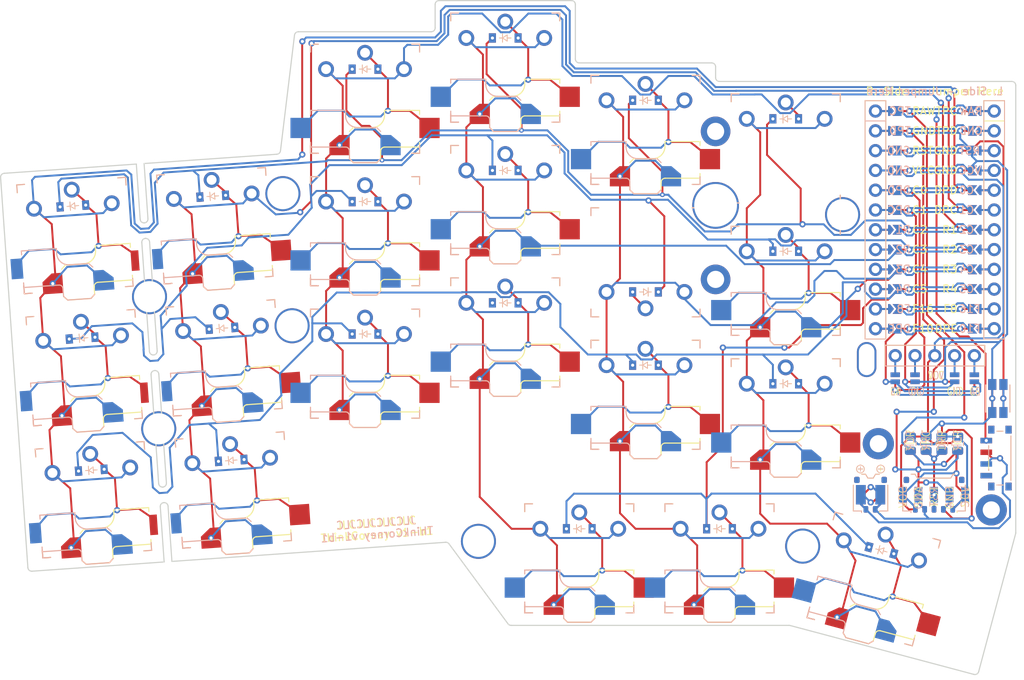
<source format=kicad_pcb>
(kicad_pcb (version 20221018) (generator pcbnew)
  (title_block (title "think_corney") (rev "v1-b1") (company "@infused-kim"))
  (layers (0 "F.Cu" signal) (31 "B.Cu" signal) (34 "B.Paste" user) (35 "F.Paste" user) (36 "B.SilkS" user "B.Silkscreen") (37 "F.SilkS" user "F.Silkscreen") (38 "B.Mask" user) (39 "F.Mask" user) (44 "Edge.Cuts" user))
  (net 0 "")
  (net 1 "RAW")
  (net 2 "GND")
  (net 3 "RST")
  (net 4 "VCC")
  (net 5 "C0")
  (net 6 "C1")
  (net 7 "C2")
  (net 8 "C3")
  (net 9 "C4")
  (net 10 "C5")
  (net 11 "F16")
  (net 12 "F10")
  (net 13 "TPC")
  (net 14 "TPD")
  (net 15 "DPD")
  (net 16 "DPC")
  (net 17 "R1")
  (net 18 "R2")
  (net 19 "R3")
  (net 20 "R4")
  (net 21 "F8")
  (net 22 "DPE")
  (net 23 "MCU1_24")
  (net 24 "MCU1_1")
  (net 25 "MCU1_23")
  (net 26 "MCU1_2")
  (net 27 "MCU1_22")
  (net 28 "MCU1_3")
  (net 29 "MCU1_21")
  (net 30 "MCU1_4")
  (net 31 "MCU1_20")
  (net 32 "MCU1_5")
  (net 33 "MCU1_19")
  (net 34 "MCU1_6")
  (net 35 "MCU1_18")
  (net 36 "MCU1_7")
  (net 37 "MCU1_17")
  (net 38 "MCU1_8")
  (net 39 "MCU1_16")
  (net 40 "MCU1_9")
  (net 41 "MCU1_15")
  (net 42 "MCU1_10")
  (net 43 "MCU1_14")
  (net 44 "MCU1_11")
  (net 45 "MCU1_13")
  (net 46 "MCU1_12")
  (net 47 "ring_bottom")
  (net 48 "ring_home")
  (net 49 "ring_top")
  (net 50 "middle_bottom")
  (net 51 "middle_home")
  (net 52 "middle_top")
  (net 53 "index_bottom")
  (net 54 "inner_bottom")
  (net 55 "outer_cluster")
  (net 56 "home_cluster")
  (net 57 "inner_cluster")
  (net 58 "outer_bottom")
  (net 59 "outer_home")
  (net 60 "outer_top")
  (net 61 "pinky_bottom")
  (net 62 "pinky_home")
  (net 63 "pinky_top")
  (net 64 "index_top")
  (net 65 "index_home")
  (net 66 "inner_top")
  (net 67 "inner_home")
  (net 68 "DISP1_1")
  (net 69 "DISP1_2")
  (net 70 "DISP1_4")
  (net 71 "DISP1_5")
  (net 72 "BAT_P")
  (net 73 "TPR")
  (footprint "ComboDiode" (layer "F.Cu") (at -109.456894 16.445362 4)
    (fp_text reference "D2" hide)
    (fp_text value "" hide)
  )
  (footprint "nice_nano" (layer "F.Cu") (at 0 0)
    (fp_text reference "MCU1" hide)
    (fp_text value "")
  )
  (footprint "ComboDiode" (layer "F.Cu") (at -19.14 -11.7)
    (fp_text reference "D20" hide)
    (fp_text value "" hide)
  )
  (footprint "point_debugger" (layer "F.Cu") (at -10.039962 55.58037 -15)
    (fp_text reference "P29\"" hide)
    (fp_text value "")
  )
  (footprint "point_debugger" (layer "F.Cu") (at -8.25 36.55)
    (fp_text reference "P35\"" hide)
    (fp_text value "")
  )
  (footprint "point_debugger" (layer "F.Cu") (at 8.34 31.85)
    (fp_text reference "P37\"" hide)
    (fp_text value "")
  )
  (footprint "PG1350" (layer "F.Cu") (at -109.191819 20.236105 -176)
    (fp_text reference "S13" hide)
    (fp_text value "")
  )
  (footprint "point_debugger" (layer "F.Cu") (at -28.14 -0.59)
    (fp_text reference "P39\"" hide)
    (fp_text value "")
  )
  (footprint "point_debugger" (layer "F.Cu") (at -19.14 9.1)
    (fp_text reference "P17\"" hide)
    (fp_text value "")
  )
  (footprint "PG1350" (layer "F.Cu") (at -55.14 15.72 180)
    (fp_text reference "S4" hide)
    (fp_text value "")
  )
  (footprint "point_debugger" (layer "F.Cu") (at -99.620813 28.087591 4)
    (fp_text reference "P44\"" hide)
    (fp_text value "")
  )
  (footprint "ComboDiode" (layer "F.Cu") (at -45.64 40.92)
    (fp_text reference "D15" hide)
    (fp_text value "" hide)
  )
  (footprint "smd_805" (layer "F.Cu") (at -0.1 30 180)
    (fp_text reference "SMD1" hide)
    (fp_text value "")
  )
  (footprint "power_switch" (layer "F.Cu") (at 8.34 31.85)
    (fp_text reference "SW1" hide)
    (fp_text value "")
  )
  (footprint "point_debugger" (layer "F.Cu") (at 10.39 36.5)
    (fp_text reference "P26\"" hide)
    (fp_text value "")
  )
  (footprint "point_debugger" (layer "F.Cu") (at -19.14 -7.9)
    (fp_text reference "P18\"" hide)
    (fp_text value "")
  )
  (footprint "sw_reset_side" (layer "F.Cu") (at 8.09 24.2)
    (fp_text reference "SW2" hide)
    (fp_text value "")
  )
  (footprint "ComboDiode" (layer "F.Cu") (at -110.642754 -0.513227 4)
    (fp_text reference "D3" hide)
    (fp_text value "" hide)
  )
  (footprint "PG1350" (layer "F.Cu") (at -91.235666 18.980489 -176)
    (fp_text reference "S16" hide)
    (fp_text value "")
  )
  (footprint "PG1350" (layer "F.Cu") (at -73.14 19.72 180)
    (fp_text reference "S1" hide)
    (fp_text value "")
  )
  (footprint "point_debugger" (layer "F.Cu") (at 7.25 38.5)
    (fp_text reference "P24\"" hide)
    (fp_text value "")
  )
  (footprint "ComboDiode" (layer "F.Cu") (at -92.686601 -1.768844 4)
    (fp_text reference "D6" hide)
    (fp_text value "" hide)
  )
  (footprint "point_debugger" (layer "F.Cu") (at -11.84 0.6)
    (fp_text reference "P47\"" hide)
    (fp_text value "")
  )
  (footprint "pads" (layer "F.Cu") (at -0.1 36.55 180)
    (fp_text reference "PAD2" hide)
    (fp_text value "")
  )
  (footprint "point_debugger" (layer "F.Cu") (at -71.605358 41.666409 4)
    (fp_text reference "P42\"" hide)
    (fp_text value "")
  )
  (footprint "point_debugger" (layer "F.Cu") (at -54.64 42.534947)
    (fp_text reference "P32\"" hide)
    (fp_text value "")
  )
  (footprint "point_debugger" (layer "F.Cu") (at -8.75 19.2)
    (fp_text reference "P34\"" hide)
    (fp_text value "")
  )
  (footprint "point_debugger" (layer "F.Cu") (at 10.39 -16.5)
    (fp_text reference "P25\"" hide)
    (fp_text value "")
  )
  (footprint "mounting_hole" (layer "F.Cu") (at -100.806673 11.129002 4)
    (fp_text reference "H2" hide)
    (fp_text value "")
  )
  (footprint "point_debugger" (layer "F.Cu") (at -0.1 30)
    (fp_text reference "P41\"" hide)
    (fp_text value "")
  )
  (footprint "point_debugger" (layer "F.Cu") (at -62.522647 42.534947)
    (fp_text reference "P31\"" hide)
    (fp_text value "")
  )
  (footprint "PG1350" (layer "F.Cu") (at -92.421526 2.0219 -176)
    (fp_text reference "S17" hide)
    (fp_text value "")
  )
  (footprint "ComboDiode" (layer "F.Cu") (at -37.14 10.52 180)
    (fp_text reference "D19" hide)
    (fp_text value "" hide)
  )
  (footprint "conn_molex_pico_ezmate_1x02" (layer "F.Cu") (at -8.25 36.55 180)
    (fp_text reference "CONN1" hide)
    (fp_text value "")
  )
  (footprint "PG1350" (layer "F.Cu") (at -19.14 26.1 180)
    (fp_text reference "S8" hide)
    (fp_text value "")
  )
  (footprint "mounting_hole" (layer "F.Cu") (at 7.25 38.5)
    (fp_text reference "H10" hide)
    (fp_text value "")
  )
  (footprint "point_debugger" (layer "F.Cu") (at -55.14 -1.28)
    (fp_text reference "P11\"" hide)
    (fp_text value "")
  )
  (footprint "point_debugger" (layer "F.Cu") (at -37.14 23.72)
    (fp_text reference "P13\"" hide)
    (fp_text value "")
  )
  (footprint "point_debugger" (layer "F.Cu") (at -7.25 30)
    (fp_text reference "P23\"" hide)
    (fp_text value "")
  )
  (footprint "point_debugger" (layer "F.Cu") (at -73.14 19.72)
    (fp_text reference "P7\"" hide)
    (fp_text value "")
  )
  (footprint "point_debugger" (layer "F.Cu") (at -16.963543 43.147223 -15)
    (fp_text reference "P49\"" hide)
    (fp_text value "")
  )
  (footprint "ComboDiode" (layer "F.Cu") (at -73.14 -1.08)
    (fp_text reference "D8" hide)
    (fp_text value "" hide)
  )
  (footprint "PG1350" (layer "F.Cu") (at -55.14 -18.28 180)
    (fp_text reference "S6" hide)
    (fp_text value "")
  )
  (footprint "PG1350" (layer "F.Cu") (at -110.377679 3.277516 -176)
    (fp_text reference "S14" hide)
    (fp_text value "")
  )
  (footprint "trackpoint_mount_t430" (layer "F.Cu") (at -28.14 -0.59)
    (fp_text reference "TP1" hide)
    (fp_text value "")
  )
  (footprint "point_debugger" (layer "F.Cu") (at -45.64 44.72)
    (fp_text reference "P19\"" hide)
    (fp_text value "")
  )
  (footprint "ComboDiode" (layer "F.Cu") (at -108.271034 33.403951 4)
    (fp_text reference "D1" hide)
    (fp_text value "" hide)
  )
  (footprint "ComboDiode" (layer "F.Cu") (at -6.856488 43.699482 -15)
    (fp_text reference "D17" hide)
    (fp_text value "" hide)
  )
  (footprint "mounting_hole" (layer "F.Cu") (at -8.75 19.2)
    (fp_text reference "H1" hide)
    (fp_text value "")
  )
  (footprint "point_debugger" (layer "F.Cu") (at 10.39 41.489002)
    (fp_text reference "P28\"" hide)
    (fp_text value "")
  )
  (footprint "point_debugger" (layer "F.Cu") (at -100.806673 11.129002 4)
    (fp_text reference "P43\"" hide)
    (fp_text value "")
  )
  (footprint "point_debugger" (layer "F.Cu") (at -27.64 44.72)
    (fp_text reference "P20\"" hide)
    (fp_text value "")
  )
  (footprint "ComboDiode" (layer "F.Cu") (at -90.314881 32.148334 4)
    (fp_text reference "D4" hide)
    (fp_text value "" hide)
  )
  (footprint "point_debugger" (layer "F.Cu") (at -73.14 -14.28)
    (fp_text reference "P9\"" hide)
    (fp_text value "")
  )
  (footprint "point_debugger" (layer "F.Cu") (at -73.14 2.72)
    (fp_text reference "P8\"" hide)
    (fp_text value "")
  )
  (footprint "PG1350" (layer "F.Cu") (at -108.005959 37.194694 -176)
    (fp_text reference "S12" hide)
    (fp_text value "")
  )
  (footprint "PG1350" (layer "F.Cu") (at -55.14 -1.28 180)
    (fp_text reference "S5" hide)
    (fp_text value "")
  )
  (footprint "ComboDiode" (layer "F.Cu") (at -37.14 19.92)
    (fp_text reference "D13" hide)
    (fp_text value "" hide)
  )
  (footprint "PG1350" (layer "F.Cu") (at -19.14 -7.9)
    (fp_text reference "S20" hide)
    (fp_text value "")
  )
  (footprint "point_debugger" (layer "F.Cu") (at -55.14 -18.28)
    (fp_text reference "P12\"" hide)
    (fp_text value "")
  )
  (footprint "ComboDiode" (layer "F.Cu") (at -55.14 -22.08)
    (fp_text reference "D12" hide)
    (fp_text value "" hide)
  )
  (footprint "point_debugger" (layer "F.Cu") (at -37.14 6.72)
    (fp_text reference "P14\"" hide)
    (fp_text value "")
  )
  (footprint "PG1350" (layer "F.Cu") (at -19.14 9.1 180)
    (fp_text reference "S21" hide)
    (fp_text value "")
  )
  (footprint "point_debugger" (layer "F.Cu") (at 8.09 24.2)
    (fp_text reference "P38\"" hide)
    (fp_text value "")
  )
  (footprint "point_debugger" (layer "F.Cu") (at -110.377679 3.277516 4)
    (fp_text reference "P3\"" hide)
    (fp_text value "")
  )
  (footprint "point_debugger" (layer "F.Cu") (at -8.25 36.55)
    (fp_text reference "P36\"" hide)
    (fp_text value "")
  )
  (footprint "point_debugger" (layer "F.Cu") (at -109.191819 20.236105 4)
    (fp_text reference "P2\"" hide)
    (fp_text value "")
  )
  (footprint "mounting_hole" (layer "F.Cu") (at -58.581323 42.534947)
    (fp_text reference "H7" hide)
    (fp_text value "")
  )
  (footprint "point_debugger" (layer "F.Cu") (at -108.005959 37.194694 4)
    (fp_text reference "P1\"" hide)
    (fp_text value "")
  )
  (footprint "ComboDiode" (layer "F.Cu") (at -73.14 -18.08)
    (fp_text reference "D9" hide)
    (fp_text value "" hide)
  )
  (footprint "point_debugger" (layer "F.Cu") (at -83.687597 -2.097383 4)
    (fp_text reference "P45\"" hide)
    (fp_text value "")
  )
  (footprint "ComboDiode" (layer "F.Cu") (at -73.14 15.92)
    (fp_text reference "D7" hide)
    (fp_text value "" hide)
  )
  (footprint "nice!view" (layer "F.Cu") (at 0 2)
    (fp_text reference "DISP1" hide)
    (fp_text value "")
  )
  (footprint "point_debugger" (layer "F.Cu") (at -90.049806 35.939078 4)
    (fp_text reference "P4\"" hide)
    (fp_text value "")
  )
  (footprint "mounting_hole" (layer "F.Cu") (at -83.687597 -2.097383 4)
    (fp_text reference "H4" hide)
    (fp_text value "")
  )
  (footprint "PG1350" (layer "F.Cu") (at -7.84 47.37 165)
    (fp_text reference "S11" hide)
    (fp_text value "")
  )
  (footprint "PG1350" (layer "F.Cu") (at -90.049806 35.939078 -176)
    (fp_text reference "S15" hide)
    (fp_text value "")
  )
  (footprint "point_debugger" (layer "F.Cu") (at -37.14 -10.28)
    (fp_text reference "P15\"" hide)
    (fp_text value "")
  )
  (footprint "ComboDiode" (layer "F.Cu") (at -37.14 -14.08)
    (fp_text reference "D18" hide)
    (fp_text value "" hide)
  )
  (footprint "mounting_hole" (layer "F.Cu") (at -99.620813 28.087591 4)
    (fp_text reference "H3" hide)
    (fp_text value "")
  )
  (footprint "point_debugger" (layer "F.Cu") (at 5.49861 59.743918)
    (fp_text reference "P30\"" hide)
    (fp_text value "")
  )
  (footprint "point_debugger" (layer "F.Cu") (at -7.84 47.37 -15)
    (fp_text reference "P21\"" hide)
    (fp_text value "")
  )
  (footprint "point_debugger" (layer "F.Cu") (at 0 2)
    (fp_text reference "P33\"" hide)
    (fp_text value "")
  )
  (footprint "PG1350" (layer "F.Cu") (at -37.14 -10.28 180)
    (fp_text reference "S18" hide)
    (fp_text value "")
  )
  (footprint "mounting_hole" (layer "F.Cu") (at -7.25 30)
    (fp_text reference "H9" hide)
    (fp_text value "")
  )
  (footprint "mounting_hole" (layer "F.Cu") (at -11.84 0.6)
    (fp_text reference "H6" hide)
    (fp_text value "")
  )
  (footprint "ComboDiode" (layer "F.Cu") (at -19.14 22.3)
    (fp_text reference "D14" hide)
    (fp_text value "" hide)
  )
  (footprint "PG1350" (layer "F.Cu") (at -27.64 44.72 180)
    (fp_text reference "S10" hide)
    (fp_text value "")
  )
  (footprint "PG1350" (layer "F.Cu") (at -45.64 44.72 180)
    (fp_text reference "S9" hide)
    (fp_text value "")
  )
  (footprint "point_debugger" (layer "F.Cu") (at -92.421526 2.0219 4)
    (fp_text reference "P6\"" hide)
    (fp_text value "")
  )
  (footprint "ComboDiode" (layer "F.Cu") (at -19.14 5.3)
    (fp_text reference "D21" hide)
    (fp_text value "" hide)
  )
  (footprint "point_debugger" (layer "F.Cu") (at -19.14 26.1)
    (fp_text reference "P16\"" hide)
    (fp_text value "")
  )
  (footprint "ComboDiode" (layer "F.Cu") (at -91.500741 15.189745 4)
    (fp_text reference "D5" hide)
    (fp_text value "" hide)
  )
  (footprint "point_debugger" (layer "F.Cu") (at -91.235666 18.980489 4)
    (fp_text reference "P5\"" hide)
    (fp_text value "")
  )
  (footprint "ComboDiode" (layer "F.Cu") (at -55.14 -5.08)
    (fp_text reference "D11" hide)
    (fp_text value "" hide)
  )
  (footprint "point_debugger" (layer "F.Cu") (at -0.1 36.55)
    (fp_text reference "P40\"" hide)
    (fp_text value "")
  )
  (footprint "point_debugger" (layer "F.Cu") (at -55.14 15.72)
    (fp_text reference "P10\"" hide)
    (fp_text value "")
  )
  (footprint "icon_bat" (layer "F.Cu") (at -8.25 33.25 180)
    (fp_text reference "ICON1" hide)
    (fp_text value "")
  )
  (footprint "PG1350" (layer "F.Cu") (at -37.14 23.72 180)
    (fp_text reference "S7" hide)
    (fp_text value "")
  )
  (footprint "PG1350" (layer "F.Cu") (at -37.14 6.72 180)
    (fp_text reference "S19" hide)
    (fp_text value "")
  )
  (footprint "point_debugger" (layer "F.Cu") (at -82.501737 14.861206 4)
    (fp_text reference "P46\"" hide)
    (fp_text value "")
  )
  (footprint "PG1350" (layer "F.Cu") (at -73.14 2.72 180)
    (fp_text reference "S2" hide)
    (fp_text value "")
  )
  (footprint "ComboDiode" (layer "F.Cu") (at -27.64 40.92)
    (fp_text reference "D16" hide)
    (fp_text value "" hide)
  )
  (footprint "mounting_hole" (layer "F.Cu") (at -82.501737 14.861206 4)
    (fp_text reference "H5" hide)
    (fp_text value "")
  )
  (footprint "conn_molex_pico_ezmate_1x05" (layer "F.Cu") (at -0.1 36.55 180)
    (fp_text reference "CONN2" hide)
    (fp_text value "")
  )
  (footprint "point_debugger" (layer "F.Cu") (at 10.39 41.489002 -15)
    (fp_text reference "P27\"" hide)
    (fp_text value "")
  )
  (footprint "point_debugger" (layer "F.Cu") (at 0 0)
    (fp_text reference "P22\"" hide)
    (fp_text value "")
  )
  (footprint "pads" (layer "F.Cu") (at -8.25 36.55 180)
    (fp_text reference "PAD1" hide)
    (fp_text value "")
  )
  (footprint "ComboDiode" (layer "F.Cu") (at -55.14 11.92)
    (fp_text reference "D10" hide)
    (fp_text value "" hide)
  )
  (footprint "mounting_hole" (layer "F.Cu") (at -16.963543 43.147223 -15)
    (fp_text reference "H8" hide)
    (fp_text value "")
  )
  (footprint "point_debugger" (layer "F.Cu") (at -58.581323 42.534947)
    (fp_text reference "P48\"" hide)
    (fp_text value "")
  )
  (footprint "PG1350" (layer "F.Cu") (at -73.14 -14.28 180)
    (fp_text reference "S3" hide)
    (fp_text value "")
  )
  (gr_arc (start -99.42203 38.09811) (mid -98.958128 37.564419) (end -98.424466 38.028354) (stroke (width 0.15)) (layer "Edge.Cuts"))
  (gr_line (start -101.005455 1.118484) (end -101.500726 -5.964221) (stroke (width 0.15)) (layer "Edge.Cuts"))
  (gr_arc (start -115.885346 46.366673) (mid -116.24827 46.245264) (end -116.419008 45.902769) (stroke (width 0.15)) (layer "Edge.Cuts"))
  (gr_arc (start -101.79375 4.180932) (mid -101.672302 3.818042) (end -101.329846 3.647272) (stroke (width 0.15)) (layer "Edge.Cuts"))
  (gr_line (start -83.99366 -7.594752) (end -82.193336 -22.440194) (stroke (width 0.15)) (layer "Edge.Cuts"))
  (gr_arc (start -64.14 -23.38) (mid -64.286458 -23.026458) (end -64.64 -22.88) (stroke (width 0.15)) (layer "Edge.Cuts"))
  (gr_line (start -46.14 -26.38) (end -46.14 -19.38) (stroke (width 0.15)) (layer "Edge.Cuts"))
  (gr_line (start -18.705394 53.32) (end -54.387526 53.32) (stroke (width 0.15)) (layer "Edge.Cuts"))
  (gr_arc (start -99.819595 18.077073) (mid -99.941002 18.439999) (end -100.283499 18.610733) (stroke (width 0.15)) (layer "Edge.Cuts"))
  (gr_line (start -98.633735 35.035661) (end -99.610326 21.069765) (stroke (width 0.15)) (layer "Edge.Cuts"))
  (gr_line (start -101.79375 4.180932) (end -100.817159 18.146829) (stroke (width 0.15)) (layer "Edge.Cuts"))
  (gr_line (start -27.64 -16.5) (end 9.89 -16.5) (stroke (width 0.15)) (layer "Edge.Cuts"))
  (gr_line (start -99.097639 35.569322) (end -99.097639 35.569322) (stroke (width 0.15)) (layer "Edge.Cuts"))
  (gr_line (start -64.14 -23.38) (end -64.14 -26.38) (stroke (width 0.15)) (layer "Edge.Cuts"))
  (gr_arc (start 5.627799 59.261775) (mid 5.395212 59.565179) (end 5.016249 59.615549) (stroke (width 0.15)) (layer "Edge.Cuts"))
  (gr_line (start -101.469359 1.652144) (end -101.469359 1.652144) (stroke (width 0.15)) (layer "Edge.Cuts"))
  (gr_line (start -100.283499 18.610733) (end -100.283499 18.610733) (stroke (width 0.15)) (layer "Edge.Cuts"))
  (gr_arc (start -100.283499 18.610733) (mid -100.646391 18.489288) (end -100.817159 18.146829) (stroke (width 0.15)) (layer "Edge.Cuts"))
  (gr_line (start -99.42203 38.09811) (end -98.926764 45.180736) (stroke (width 0.15)) (layer "Edge.Cuts"))
  (gr_arc (start -45.64 -18.88) (mid -45.993534 -19.026466) (end -46.14 -19.38) (stroke (width 0.15)) (layer "Edge.Cuts"))
  (gr_arc (start -82.193336 -22.440195) (mid -82.028567 -22.754237) (end -81.696973 -22.88) (stroke (width 0.15)) (layer "Edge.Cuts"))
  (gr_arc (start -54.387526 53.32) (mid -54.612905 53.26634) (end -54.789884 53.11683) (stroke (width 0.15)) (layer "Edge.Cuts"))
  (gr_arc (start -18.705393 53.32) (mid -18.640551 53.324218) (end -18.576806 53.336818) (stroke (width 0.15)) (layer "Edge.Cuts"))
  (gr_line (start -116.419008 45.902769) (end -119.920783 -4.174944) (stroke (width 0.15)) (layer "Edge.Cuts"))
  (gr_line (start -98.926764 45.180736) (end -115.885346 46.366672) (stroke (width 0.15)) (layer "Edge.Cuts"))
  (gr_arc (start -83.99366 -7.594751) (mid -84.145552 -7.29249) (end -84.455145 -7.156164) (stroke (width 0.15)) (layer "Edge.Cuts"))
  (gr_line (start -119.456879 -4.708605) (end -102.49829 -5.894465) (stroke (width 0.15)) (layer "Edge.Cuts"))
  (gr_line (start -54.789884 53.11683) (end -62.35952 42.856068) (stroke (width 0.15)) (layer "Edge.Cuts"))
  (gr_line (start -28.14 -18.38) (end -28.14 -17) (stroke (width 0.15)) (layer "Edge.Cuts"))
  (gr_line (start -101.500726 -5.964221) (end -84.455145 -7.156164) (stroke (width 0.15)) (layer "Edge.Cuts"))
  (gr_line (start -81.696973 -22.88) (end -64.64 -22.88) (stroke (width 0.15)) (layer "Edge.Cuts"))
  (gr_arc (start 10.39 41.423175) (mid 10.385724 41.488439) (end 10.372963 41.552585) (stroke (width 0.15)) (layer "Edge.Cuts"))
  (gr_arc (start -98.633735 35.035662) (mid -98.75518 35.398554) (end -99.097639 35.569322) (stroke (width 0.15)) (layer "Edge.Cuts"))
  (gr_line (start -97.929201 45.110975) (end -98.424466 38.028353) (stroke (width 0.15)) (layer "Edge.Cuts"))
  (gr_line (start -10.14 -16.5) (end -10.14 -16.5) (stroke (width 0.15)) (layer "Edge.Cuts"))
  (gr_arc (start -28.64 -18.88) (mid -28.286427 -18.733573) (end -28.14 -18.38) (stroke (width 0.15)) (layer "Edge.Cuts"))
  (gr_arc (start -27.64 -16.5) (mid -27.993534 -16.646466) (end -28.14 -17) (stroke (width 0.15)) (layer "Edge.Cuts"))
  (gr_arc (start -62.796758 42.654116) (mid -62.552217 42.698969) (end -62.35952 42.856068) (stroke (width 0.15)) (layer "Edge.Cuts"))
  (gr_line (start 10.39 -16) (end 10.39 41.423176) (stroke (width 0.15)) (layer "Edge.Cuts"))
  (gr_line (start -100.60789 21.139521) (end -99.631299 35.105418) (stroke (width 0.15)) (layer "Edge.Cuts"))
  (gr_arc (start -100.60789 21.139521) (mid -100.48648 20.776598) (end -100.143986 20.605861) (stroke (width 0.15)) (layer "Edge.Cuts"))
  (gr_line (start 10.372963 41.552585) (end 5.627799 59.261776) (stroke (width 0.15)) (layer "Edge.Cuts"))
  (gr_arc (start 9.89 -16.5) (mid 10.243583 -16.353583) (end 10.39 -16) (stroke (width 0.15)) (layer "Edge.Cuts"))
  (gr_line (start -101.329846 3.647272) (end -101.329846 3.647272) (stroke (width 0.15)) (layer "Edge.Cuts"))
  (gr_line (start -63.64 -26.88) (end -46.64 -26.88) (stroke (width 0.15)) (layer "Edge.Cuts"))
  (gr_arc (start -99.097639 35.569322) (mid -99.460574 35.447926) (end -99.631299 35.105418) (stroke (width 0.15)) (layer "Edge.Cuts"))
  (gr_arc (start -119.920783 -4.174945) (mid -119.799354 -4.537852) (end -119.456879 -4.708605) (stroke (width 0.15)) (layer "Edge.Cuts"))
  (gr_line (start -102.49829 -5.894465) (end -102.003019 1.18824) (stroke (width 0.15)) (layer "Edge.Cuts"))
  (gr_line (start -100.143986 20.605861) (end -100.143986 20.605861) (stroke (width 0.15)) (layer "Edge.Cuts"))
  (gr_arc (start -46.64 -26.88) (mid -46.286427 -26.733573) (end -46.14 -26.38) (stroke (width 0.15)) (layer "Edge.Cuts"))
  (gr_arc (start -101.005455 1.118484) (mid -101.469355 1.652198) (end -102.003019 1.18824) (stroke (width 0.15)) (layer "Edge.Cuts"))
  (gr_arc (start -64.14 -26.38) (mid -63.993565 -26.733565) (end -63.64 -26.88) (stroke (width 0.15)) (layer "Edge.Cuts"))
  (gr_line (start 5.016249 59.615549) (end -18.576806 53.336818) (stroke (width 0.15)) (layer "Edge.Cuts"))
  (gr_line (start -62.796758 42.654116) (end -97.929201 45.110975) (stroke (width 0.15)) (layer "Edge.Cuts"))
  (gr_line (start -45.64 -18.88) (end -28.64 -18.88) (stroke (width 0.15)) (layer "Edge.Cuts"))
  (gr_line (start -98.958126 37.56445) (end -98.958126 37.56445) (stroke (width 0.15)) (layer "Edge.Cuts"))
  (gr_arc (start -101.329846 3.647272) (mid -100.966927 3.768687) (end -100.796186 4.111176) (stroke (width 0.15)) (layer "Edge.Cuts"))
  (gr_line (start -99.819595 18.077073) (end -100.796186 4.111176) (stroke (width 0.15)) (layer "Edge.Cuts"))
  (gr_arc (start -100.143986 20.605861) (mid -99.781063 20.727271) (end -99.610326 21.069765) (stroke (width 0.15)) (layer "Edge.Cuts"))
  (gr_text "ThinkCorney v1-b1" (at -71.605358 41.666409 4) (layer "B.SilkS") (effects (font (size 1 1)) (justify mirror)))
  (gr_text "JLCJLCJLCJLC" (at -71.709993 40.170063 4) (layer "B.SilkS") (effects (font (size 1 1)) (justify mirror)))
  (gr_text "ThinkCorney v1-b1" (at -71.605358 41.666409 4) (layer "F.SilkS") (effects (font (size 1 1))))
  (gr_text "JLCJLCJLCJLC" (at -71.709993 40.170063 4) (layer "F.SilkS") (effects (font (size 1 1))))
  (segment (start 3.17 16.23) (end 0.22 13.28) (width 0.25) (layer "F.Cu") (net 1))
  (segment (start 0.22 13.28) (end 0.22 -11.62) (width 0.25) (layer "F.Cu") (net 1))
  (segment (start 6.5 18.430014) (end 4.299986 16.23) (width 0.25) (layer "F.Cu") (net 1))
  (segment locked (start 4.774041 -12.695306) (end 3.264041 -12.695306) (width 0.25) (layer "F.Cu") (net 1))
  (segment (start 4.299986 16.23) (end 3.17 16.23) (width 0.25) (layer "F.Cu") (net 1))
  (segment (start 6.5 29.495) (end 6.5 18.430014) (width 0.25) (layer "F.Cu") (net 1))
  (via (at 0.22 -11.62) (size 0.8) (drill 0.4) (layers "F.Cu" "B.Cu") (net 1))
  (via (at 6.605 29.6) (size 0.8) (drill 0.4) (layers "F.Cu" "B.Cu") (net 1))
  (segment locked (start -4.335959 -12.695306) (end -3.605959 -11.975306) (width 0.25) (layer "B.Cu") (net 1))
  (segment (start 0.22 -11.62) (end 0.22 -12.415306) (width 0.25) (layer "B.Cu") (net 1))
  (segment (start -2.445959 -12.445306) (end 0.19 -12.445306) (width 0.25) (layer "B.Cu") (net 1))
  (segment locked (start -2.535959 -12.355306) (end -2.535959 -12.365306) (width 0.25) (layer "B.Cu") (net 1))
  (segment (start 0.22 -12.415306) (end 0.19 -12.445306) (width 0.25) (layer "B.Cu") (net 1))
  (segment locked (start -3.605959 -11.975306) (end -2.915959 -11.975306) (width 0.25) (layer "B.Cu") (net 1))
  (segment locked (start 3.014041 -12.445306) (end 3.264041 -12.695306) (width 0.25) (layer "B.Cu") (net 1))
  (segment locked (start -2.535959 -12.365306) (end -2.445959 -12.445306) (width 0.25) (layer "B.Cu") (net 1))
  (segment locked (start -2.915959 -11.975306) (end -2.535959 -12.355306) (width 0.25) (layer "B.Cu") (net 1))
  (segment (start 0.19 -12.445306) (end 3.014041 -12.445306) (width 0.25) (layer "B.Cu") (net 1))
  (segment locked (start -4.775959 -12.695306) (end -4.335959 -12.695306) (width 0.25) (layer "B.Cu") (net 1))
  (segment locked (start 4.744041 29.294694) (end 3.684041 28.234694) (width 0.25) (layer "F.Cu") (net 2))
  (segment locked (start 0.914041 29.084694) (end 0.914041 27.424694) (width 0.25) (layer "F.Cu") (net 2))
  (segment locked (start -9.495959 36.554694) (end -9.495959 37.774694) (width 0.25) (layer "F.Cu") (net 2))
  (segment locked (start 1.904041 36.554694) (end 1.904041 37.624694) (width 0.25) (layer "F.Cu") (net 2))
  (segment locked (start 0.914041 27.424694) (end 0.904041 27.414694) (width 0.25) (layer "F.Cu") (net 2))
  (segment locked (start 1.904041 37.624694) (end 1.104041 38.424694) (width 0.25) (layer "F.Cu") (net 2))
  (segment locked (start -9.495959 36.554694) (end -9.195959 36.554694) (width 0.25) (layer "F.Cu") (net 2))
  (segment locked (start 1.320498 22.044694) (end 2.534694 22.044694) (width 0.25) (layer "F.Cu") (net 2))
  (segment locked (start 2.274041 39.594694) (end 4.724041 39.594694) (width 0.25) (layer "F.Cu") (net 2))
  (segment locked (start -9.495959 37.774694) (end -8.845959 38.424694) (width 0.25) (layer "F.Cu") (net 2))
  (segment (start 7.37 26) (end 7.37 24.19) (width 0.25) (layer "F.Cu") (net 2))
  (segment locked (start 4.744041 39.574694) (end 4.744041 29.294694) (width 0.25) (layer "F.Cu") (net 2))
  (segment locked (start 3.684041 28.234694) (end 1.774041 28.234694) (width 0.25) (layer "F.Cu") (net 2))
  (segment locked (start -9.195959 36.554694) (end -8.225959 35.574694) (width 0.25) (layer "F.Cu") (net 2))
  (segment locked (start -4.775959 -5.075306) (end -3.265959 -5.075306) (width 0.25) (layer "F.Cu") (net 2))
  (segment locked (start 1.104041 38.424694) (end 2.274041 39.594694) (width 0.25) (layer "F.Cu") (net 2))
  (segment locked (start 4.724041 39.594694) (end 4.744041 39.574694) (width 0.25) (layer "F.Cu") (net 2))
  (segment locked (start 1.774041 28.234694) (end 0.914041 29.084694) (width 0.25) (layer "F.Cu") (net 2))
  (segment locked (start -4.775959 -7.615306) (end -3.265959 -7.615306) (width 0.25) (layer "F.Cu") (net 2))
  (segment (start 7.37 24.19) (end 7.37 22.4) (width 0.25) (layer "F.Cu") (net 2))
  (segment locked (start 4.774041 -10.155306) (end 3.264041 -10.155306) (width 0.25) (layer "F.Cu") (net 2))
  (via locked (at -8.225959 35.574694) (size 0.8) (drill 0.4) (layers "F.Cu" "B.Cu") (net 2))
  (via locked (at 1.320498 22.044694) (size 0.8) (drill 0.4) (layers "F.Cu" "B.Cu") (net 2))
  (via locked (at 4.724041 39.594694) (size 0.8) (drill 0.4) (layers "F.Cu" "B.Cu") (net 2))
  (via (at 7.37 24.19) (size 0.8) (drill 0.4) (layers "F.Cu" "B.Cu") (net 2))
  (via locked (at 0.904041 27.414694) (size 0.8) (drill 0.4) (layers "F.Cu" "B.Cu") (net 2))
  (segment locked (start 2.914041 -5.805306) (end 2.434041 -5.325306) (width 0.25) (layer "B.Cu") (net 2))
  (segment locked (start 5.393735 -6.275) (end 4.775 -5.656265) (width 0.25) (layer "B.Cu") (net 2))
  (segment locked (start 8.259972 16.954694) (end 9.285 15.929666) (width 0.25) (layer "B.Cu") (net 2))
  (segment locked (start 2.044041 16.954694) (end 8.259972 16.954694) (width 0.25) (layer "B.Cu") (net 2))
  (segment locked (start 4.334041 -7.615306) (end 3.614041 -8.345306) (width 0.25) (layer "B.Cu") (net 2))
  (segment (start 7.37 26) (end 7.37 24.19) (width 0.25) (layer "B.Cu") (net 2))
  (segment locked (start -2.535959 -9.825306) (end -2.445959 -9.905306) (width 0.25) (layer "B.Cu") (net 2))
  (segment locked (start -3.015959 -5.325306) (end -3.265959 -5.075306) (width 0.25) (layer "B.Cu") (net 2))
  (segment locked (start -2.095959 37.624694) (end -1.295959 38.424694) (width 0.25) (layer "B.Cu") (net 2))
  (segment locked (start -2.535959 -9.815306) (end -2.535959 -9.825306) (width 0.25) (layer "B.Cu") (net 2))
  (segment locked (start -2.915959 -9.435306) (end -2.535959 -9.815306) (width 0.25) (layer "B.Cu") (net 2))
  (segment locked (start -4.775959 -10.155306) (end -4.335959 -10.155306) (width 0.25) (layer "B.Cu") (net 2))
  (segment locked (start 1.320498 22.044694) (end 1.320498 17.678237) (width 0.25) (layer "B.Cu") (net 2))
  (segment (start 4.775 -6.893735) (end 4.775 -7.62) (width 0.25) (layer "B.Cu") (net 2))
  (segment locked (start -3.015959 -7.865306) (end -3.265959 -7.615306) (width 0.25) (layer "B.Cu") (net 2))
  (segment locked (start 3.614041 -5.805306) (end 2.914041 -5.805306) (width 0.25) (layer "B.Cu") (net 2))
  (segment (start 7.37 22.4) (end 7.37 24.19) (width 0.25) (layer "B.Cu") (net 2))
  (segment locked (start -6.995959 36.554694) (end -6.995959 37.774694) (width 0.25) (layer "B.Cu") (net 2))
  (segment (start 0.904041 27.414694) (end 0.909347 27.42) (width 0.25) (layer "B.Cu") (net 2))
  (segment locked (start 4.775 -7.62) (end 3.262 -9.133) (width 0.25) (layer "B.Cu") (net 2))
  (segment locked (start 2.914041 -8.345306) (end 2.434041 -7.865306) (width 0.25) (layer "B.Cu") (net 2))
  (segment (start 7.37 17.844666) (end 8.259972 16.954694) (width 0.25) (layer "B.Cu") (net 2))
  (segment (start 0.909347 27.42) (end 6.24 27.42) (width 0.25) (layer "B.Cu") (net 2))
  (segment locked (start 1.315192 22.05) (end 1.320498 22.044694) (width 0.25) (layer "B.Cu") (net 2))
  (segment locked (start -6.995959 37.774694) (end -7.645959 38.424694) (width 0.25) (layer "B.Cu") (net 2))
  (segment locked (start -4.335959 -10.155306) (end -3.605959 -9.435306) (width 0.25) (layer "B.Cu") (net 2))
  (segment locked (start -2.445959 -9.905306) (end 3.014041 -9.905306) (width 0.25) (layer "B.Cu") (net 2))
  (segment locked (start -1.295959 38.424694) (end -1.295959 39.084694) (width 0.25) (layer "B.Cu") (net 2))
  (segment locked (start 8.114986 -6.275) (end 5.393735 -6.275) (width 0.25) (layer "B.Cu") (net 2))
  (segment (start 6.24 27.42) (end 7.37 26.29) (width 0.25) (layer "B.Cu") (net 2))
  (segment locked (start 3.014041 -9.905306) (end 3.264041 -10.155306) (width 0.25) (layer "B.Cu") (net 2))
  (segment locked (start 2.434041 -5.325306) (end -3.015959 -5.325306) (width 0.25) (layer "B.Cu") (net 2))
  (segment locked (start 4.334041 -5.075306) (end 3.614041 -5.805306) (width 0.25) (layer "B.Cu") (net 2))
  (segment locked (start 3.614041 -8.345306) (end 2.914041 -8.345306) (width 0.25) (layer "B.Cu") (net 2))
  (segment locked (start 2.434041 -7.865306) (end -3.015959 -7.865306) (width 0.25) (layer "B.Cu") (net 2))
  (segment locked (start -2.095959 36.554694) (end -2.095959 37.624694) (width 0.25) (layer "B.Cu") (net 2))
  (segment locked (start 5.393735 -6.275) (end 4.775 -6.893735) (width 0.25) (layer "B.Cu") (net 2))
  (segment locked (start -8.225959 35.574694) (end -7.975959 35.574694) (width 0.25) (layer "B.Cu") (net 2))
  (segment locked (start 0.904041 27.414694) (end 0.564041 27.414694) (width 0.25) (layer "B.Cu") (net 2))
  (segment (start 7.37 22.4) (end 7.37 17.844666) (width 0.25) (layer "B.Cu") (net 2))
  (segment locked (start -2.54 22.05) (end 1.315192 22.05) (width 0.25) (layer "B.Cu") (net 2))
  (segment (start 4.775 -5.656265) (end 4.775 -5.08) (width 0.25) (layer "B.Cu") (net 2))
  (segment locked (start -7.975959 35.574694) (end -6.995959 36.554694) (width 0.25) (layer "B.Cu") (net 2))
  (segment locked (start 4.694041 39.624694) (end -0.755959 39.624694) (width 0.25) (layer "B.Cu") (net 2))
  (segment locked (start 4.774041 -5.075306) (end 4.334041 -5.075306) (width 0.25) (layer "B.Cu") (net 2))
  (segment locked (start 4.774041 -7.615306) (end 4.334041 -7.615306) (width 0.25) (layer "B.Cu") (net 2))
  (segment locked (start -3.605959 -9.435306) (end -2.915959 -9.435306) (width 0.25) (layer "B.Cu") (net 2))
  (segment (start -6.450306 39.624694) (end -0.755959 39.624694) (width 0.25) (layer "B.Cu") (net 2))
  (segment (start -7.65 38.425) (end -6.450306 39.624694) (width 0.25) (layer "B.Cu") (net 2))
  (segment locked (start 0.564041 27.414694) (end -1.115959 29.084694) (width 0.25) (layer "B.Cu") (net 2))
  (segment locked (start 9.285 -5.104986) (end 8.114986 -6.275) (width 0.25) (layer "B.Cu") (net 2))
  (segment locked (start 3.262 -9.133) (end 3.262 -10.16) (width 0.25) (layer "B.Cu") (net 2))
  (segment locked (start 9.285 15.929666) (end 9.285 -5.104986) (width 0.25) (layer "B.Cu") (net 2))
  (segment locked (start 1.320498 17.678237) (end 2.044041 16.954694) (width 0.25) (layer "B.Cu") (net 2))
  (segment locked (start -1.295959 39.084694) (end -0.755959 39.624694) (width 0.25) (layer "B.Cu") (net 2))
  (segment (start 5.832096 -8.815) (end 4.775 -7.757904) (width 0.25) (layer "F.Cu") (net 3))
  (segment (start 8.81 24.21) (end 8.79 24.19) (width 0.25) (layer "F.Cu") (net 3))
  (segment (start 8.79 24.19) (end 8.79 22.42) (width 0.25) (layer "F.Cu") (net 3))
  (segment (start 8.815 22.395) (end 8.815 -8.114986) (width 0.25) (layer "F.Cu") (net 3))
  (segment (start 8.815 -8.114986) (end 8.114986 -8.815) (width 0.25) (layer "F.Cu") (net 3))
  (segment (start 8.114986 -8.815) (end 5.832096 -8.815) (width 0.25) (layer "F.Cu") (net 3))
  (segment locked (start 4.774041 -7.615306) (end 3.264041 -7.615306) (width 0.25) (layer "F.Cu") (net 3))
  (segment (start 8.81 26) (end 8.81 24.21) (width 0.25) (layer "F.Cu") (net 3))
  (via (at 8.79 24.19) (size 0.8) (drill 0.4) (layers "F.Cu" "B.Cu") (net 3))
  (segment locked (start -4.775959 -7.615306) (end -4.335959 -7.615306) (width 0.25) (layer "B.Cu") (net 3))
  (segment (start 8.81 22.4) (end 8.81 24.17) (width 0.25) (layer "B.Cu") (net 3))
  (segment locked (start -2.535959 -7.285306) (end -2.445959 -7.365306) (width 0.25) (layer "B.Cu") (net 3))
  (segment locked (start -2.915959 -6.895306) (end -2.535959 -7.275306) (width 0.25) (layer "B.Cu") (net 3))
  (segment locked (start -2.535959 -7.275306) (end -2.535959 -7.285306) (width 0.25) (layer "B.Cu") (net 3))
  (segment locked (start 3.014041 -7.365306) (end 3.264041 -7.615306) (width 0.25) (layer "B.Cu") (net 3))
  (segment locked (start -3.605959 -6.895306) (end -2.915959 -6.895306) (width 0.25) (layer "B.Cu") (net 3))
  (segment (start 8.81 26) (end 8.81 24.21) (width 0.25) (layer "B.Cu") (net 3))
  (segment locked (start -2.445959 -7.365306) (end 3.014041 -7.365306) (width 0.25) (layer "B.Cu") (net 3))
  (segment locked (start -4.335959 -7.615306) (end -3.605959 -6.895306) (width 0.25) (layer "B.Cu") (net 3))
  (segment locked (start -4.095959 37.674694) (end -3.345959 38.424694) (width 0.25) (layer "F.Cu") (net 4))
  (segment locked (start -0.275959 29.924694) (end 2.104041 29.924694) (width 0.25) (layer "F.Cu") (net 4))
  (segment locked (start -2.495959 38.424694) (end -3.345959 38.424694) (width 0.25) (layer "F.Cu") (net 4))
  (segment (start 0 18.7) (end -0.875 19.575) (width 0.25) (layer "F.Cu") (net 4))
  (segment locked (start -3.135959 29.084694) (end -4.325959 30.274694) (width 0.25) (layer "F.Cu") (net 4))
  (segment locked (start -4.325959 30.274694) (end -4.325959 36.324694) (width 0.25) (layer "F.Cu") (net 4))
  (segment (start -0.875 19.575) (end -0.875 28.85) (width 0.25) (layer "F.Cu") (net 4))
  (segment locked (start -4.095959 36.554694) (end -4.095959 37.674694) (width 0.25) (layer "F.Cu") (net 4))
  (segment locked (start -3.135959 29.084694) (end -1.115959 29.084694) (width 0.25) (layer "F.Cu") (net 4))
  (segment locked (start -1.115959 29.084694) (end -0.275959 29.924694) (width 0.25) (layer "F.Cu") (net 4))
  (segment locked (start 4.774041 -5.075306) (end 3.264041 -5.075306) (width 0.25) (layer "F.Cu") (net 4))
  (segment locked (start 2.104041 29.924694) (end 2.934041 29.084694) (width 0.25) (layer "F.Cu") (net 4))
  (via locked (at 2.934041 29.084694) (size 0.8) (drill 0.4) (layers "F.Cu" "B.Cu") (net 4))
  (segment locked (start -2.445959 -4.825306) (end 3.014041 -4.825306) (width 0.25) (layer "B.Cu") (net 4))
  (segment locked (start -0.075959 30.074694) (end 0.914041 29.084694) (width 0.25) (layer "B.Cu") (net 4))
  (segment locked (start 0.594041 16.484694) (end 8.065292 16.484694) (width 0.25) (layer "B.Cu") (net 4))
  (segment locked (start 8.065292 16.484694) (end 8.815 15.734986) (width 0.25) (layer "B.Cu") (net 4))
  (segment locked (start 4.354347 -3.885) (end 3.264041 -4.975306) (width 0.25) (layer "B.Cu") (net 4))
  (segment locked (start 7.964986 -3.885) (end 4.354347 -3.885) (width 0.25) (layer "B.Cu") (net 4))
  (segment locked (start 3.904041 36.554694) (end 4.144041 36.304694) (width 0.25) (layer "B.Cu") (net 4))
  (segment locked (start -2.535959 -4.735306) (end -2.535959 -4.745306) (width 0.25) (layer "B.Cu") (net 4))
  (segment locked (start 0.914041 29.084694) (end 2.934041 29.084694) (width 0.25) (layer "B.Cu") (net 4))
  (segment locked (start -4.775959 -5.075306) (end -4.335959 -5.075306) (width 0.25) (layer "B.Cu") (net 4))
  (segment locked (start 0 18.7) (end 0 17.078735) (width 0.25) (layer "B.Cu") (net 4))
  (segment locked (start 8.815 -3.034986) (end 7.964986 -3.885) (width 0.25) (layer "B.Cu") (net 4))
  (segment locked (start -2.145959 30.074694) (end -3.135959 29.084694) (width 0.25) (layer "B.Cu") (net 4))
  (segment locked (start -2.145959 30.074694) (end -0.075959 30.074694) (width 0.25) (layer "B.Cu") (net 4))
  (segment locked (start 8.815 15.734986) (end 8.815 -3.034986) (width 0.25) (layer "B.Cu") (net 4))
  (segment locked (start 4.124041 36.604694) (end 2.304041 38.424694) (width 0.25) (layer "B.Cu") (net 4))
  (segment locked (start -3.605959 -4.355306) (end -2.915959 -4.355306) (width 0.25) (layer "B.Cu") (net 4))
  (segment locked (start 4.144041 30.294694) (end 2.934041 29.084694) (width 0.25) (layer "B.Cu") (net 4))
  (segment locked (start 4.144041 36.304694) (end 4.144041 30.294694) (width 0.25) (layer "B.Cu") (net 4))
  (segment locked (start -2.915959 -4.355306) (end -2.535959 -4.735306) (width 0.25) (layer "B.Cu") (net 4))
  (segment locked (start -2.535959 -4.745306) (end -2.445959 -4.825306) (width 0.25) (layer "B.Cu") (net 4))
  (segment locked (start 0 17.078735) (end 0.594041 16.484694) (width 0.25) (layer "B.Cu") (net 4))
  (segment locked (start 3.014041 -4.825306) (end 3.264041 -5.075306) (width 0.25) (layer "B.Cu") (net 4))
  (segment locked (start -4.335959 -5.075306) (end -3.605959 -4.355306) (width 0.25) (layer "B.Cu") (net 4))
  (segment locked (start -110.485959 42.924694) (end -110.855959 43.354694) (width 0.25) (layer "F.Cu") (net 5))
  (segment locked (start -113.355959 1.814694) (end -115.625959 -0.165306) (width 0.25) (layer "F.Cu") (net 5))
  (segment locked (start -112.175959 18.774694) (end -114.445959 16.794694) (width 0.25) (layer "F.Cu") (net 5))
  (segment locked (start -114.825959 11.284694) (end -114.445959 16.794694) (width 0.25) (layer "F.Cu") (net 5))
  (segment locked (start -81.205959 -21.625306) (end -81.205959 -7.115306) (width 0.25) (layer "F.Cu") (net 5))
  (segment locked (start 3.264041 -2.535306) (end 2.514041 -3.285306) (width 0.25) (layer "F.Cu") (net 5))
  (segment locked (start -111.665959 25.964694) (end -112.045959 26.404694) (width 0.25) (layer "F.Cu") (net 5))
  (segment locked (start 2.514041 -3.285306) (end 2.514041 -15.295306) (width 0.25) (layer "F.Cu") (net 5))
  (segment locked (start -112.045959 26.404694) (end -113.645959 28.244694) (width 0.25) (layer "F.Cu") (net 5))
  (segment locked (start -113.225959 9.444694) (end -114.825959 11.284694) (width 0.25) (layer "F.Cu") (net 5))
  (segment locked (start -112.175959 18.774694) (end -111.665959 25.964694) (width 0.25) (layer "F.Cu") (net 5))
  (segment locked (start 2.514041 -15.295306) (end 2.514041 -15.305306) (width 0.25) (layer "F.Cu") (net 5))
  (segment locked (start -110.985959 35.724694) (end -110.485959 42.924694) (width 0.25) (layer "F.Cu") (net 5))
  (segment locked (start -113.355959 1.814694) (end -112.855959 9.004694) (width 0.25) (layer "F.Cu") (net 5))
  (segment locked (start 4.774041 -2.535306) (end 3.264041 -2.535306) (width 0.25) (layer "F.Cu") (net 5))
  (segment locked (start -112.855959 9.004694) (end -113.225959 9.444694) (width 0.25) (layer "F.Cu") (net 5))
  (segment locked (start -110.985959 35.724694) (end -113.255959 33.754694) (width 0.25) (layer "F.Cu") (net 5))
  (segment locked (start -113.645959 28.244694) (end -113.255959 33.754694) (width 0.25) (layer "F.Cu") (net 5))
  (via locked (at -110.855959 43.354694) (size 0.8) (drill 0.4) (layers "F.Cu" "B.Cu") (net 5))
  (via locked (at -81.185959 -21.635306) (size 0.8) (drill 0.4) (layers "F.Cu" "B.Cu") (net 5))
  (via locked (at -113.225959 9.444694) (size 0.8) (drill 0.4) (layers "F.Cu" "B.Cu") (net 5))
  (via locked (at -81.195959 -7.115306) (size 0.8) (drill 0.4) (layers "F.Cu" "B.Cu") (net 5))
  (via locked (at 2.514041 -15.305306) (size 0.8) (drill 0.4) (layers "F.Cu" "B.Cu") (net 5))
  (via locked (at -112.045959 26.404694) (size 0.8) (drill 0.4) (layers "F.Cu" "B.Cu") (net 5))
  (segment locked (start -46.865959 -18.865306) (end -46.865959 -25.555306) (width 0.25) (layer "B.Cu") (net 5))
  (segment locked (start -80.685959 -22.145306) (end -81.185959 -21.635306) (width 0.25) (layer "B.Cu") (net 5))
  (segment locked (start -105.505959 25.944694) (end -107.645959 24.084694) (width 0.25) (layer "B.Cu") (net 5))
  (segment locked (start -106.745959 0.394694) (end -105.655959 -0.865306) (width 0.25) (layer "B.Cu") (net 5))
  (segment locked (start -115.885959 -3.825306) (end -115.515959 -4.255306) (width 0.25) (layer "B.Cu") (net 5))
  (segment locked (start -63.405959 -25.565306) (end -63.405959 -22.885306) (width 0.25) (layer "B.Cu") (net 5))
  (segment locked (start -107.645959 24.084694) (end -110.185959 24.264694) (width 0.25) (layer "B.Cu") (net 5))
  (segment locked (start -103.755959 -5.075306) (end -103.145959 -4.545306) (width 0.25) (layer "B.Cu") (net 5))
  (segment locked (start -104.325959 42.904694) (end -106.455959 41.044694) (width 0.25) (layer "B.Cu") (net 5))
  (segment locked (start -28.135959 -15.765306) (end -28.125959 -15.775306) (width 0.25) (layer "B.Cu") (net 5))
  (segment locked (start -113.185959 17.884694) (end -105.565959 17.354694) (width 0.25) (layer "B.Cu") (net 5))
  (segment locked (start -100.245959 1.594694) (end -100.685959 -4.655306) (width 0.25) (layer "B.Cu") (net 5))
  (segment locked (start -3.605959 -1.815306) (end -2.915959 -1.815306) (width 0.25) (layer "B.Cu") (net 5))
  (segment locked (start -28.135959 -15.765306) (end -30.535959 -18.155306) (width 0.25) (layer "B.Cu") (net 5))
  (segment locked (start -81.745959 -6.485306) (end -81.195959 -7.115306) (width 0.25) (layer "B.Cu") (net 5))
  (segment locked (start -100.905959 2.354694) (end -100.245959 1.594694) (width 0.25) (layer "B.Cu") (net 5))
  (segment locked (start -102.705959 1.744694) (end -101.925959 2.424694) (width 0.25) (layer "B.Cu") (net 5))
  (segment locked (start -2.915959 -1.815306) (end -2.535959 -2.195306) (width 0.25) (layer "B.Cu") (net 5))
  (segment locked (start -104.375959 34.314694) (end -103.285959 33.054694) (width 0.25) (layer "B.Cu") (net 5))
  (segment locked (start -30.535959 -18.155306) (end -46.155959 -18.155306) (width 0.25) (layer "B.Cu") (net 5))
  (segment locked (start -46.865959 -25.555306) (end -47.455959 -26.155306) (width 0.25) (layer "B.Cu") (net 5))
  (segment locked (start -114.445959 16.794694) (end -113.185959 17.884694) (width 0.25) (layer "B.Cu") (net 5))
  (segment locked (start 2.044041 -15.775306) (end 2.514041 -15.305306) (width 0.25) (layer "B.Cu") (net 5))
  (segment locked (start -64.145959 -22.145306) (end -80.685959 -22.145306) (width 0.25) (layer "B.Cu") (net 5))
  (segment locked (start -2.535959 -2.205306) (end -2.445959 -2.285306) (width 0.25) (layer "B.Cu") (net 5))
  (segment locked (start -115.625959 -0.165306) (end -114.375959 0.934694) (width 0.25) (layer "B.Cu") (net 5))
  (segment locked (start -62.815959 -26.155306) (end -63.405959 -25.565306) (width 0.25) (layer "B.Cu") (net 5))
  (segment locked (start -111.375959 7.304694) (end -113.225959 9.444694) (width 0.25) (layer "B.Cu") (net 5))
  (segment locked (start -101.925959 2.424694) (end -100.905959 2.354694) (width 0.25) (layer "B.Cu") (net 5))
  (segment locked (start -110.185959 24.264694) (end -112.045959 26.404694) (width 0.25) (layer "B.Cu") (net 5))
  (segment locked (start -100.225959 -5.185306) (end -81.745959 -6.485306) (width 0.25) (layer "B.Cu") (net 5))
  (segment locked (start -63.405959 -22.885306) (end -64.145959 -22.145306) (width 0.25) (layer "B.Cu") (net 5))
  (segment locked (start -113.255959 33.754694) (end -111.995959 34.844694) (width 0.25) (layer "B.Cu") (net 5))
  (segment locked (start -115.515959 -4.255306) (end -103.755959 -5.075306) (width 0.25) (layer "B.Cu") (net 5))
  (segment locked (start -4.775959 -2.535306) (end -4.335959 -2.535306) (width 0.25) (layer "B.Cu") (net 5))
  (segment locked (start -4.335959 -2.535306) (end -3.605959 -1.815306) (width 0.25) (layer "B.Cu") (net 5))
  (segment locked (start -2.445959 -2.285306) (end 3.014041 -2.285306) (width 0.25) (layer "B.Cu") (net 5))
  (segment locked (start -46.155959 -18.155306) (end -46.865959 -18.865306) (width 0.25) (layer "B.Cu") (net 5))
  (segment locked (start -28.125959 -15.775306) (end 2.044041 -15.775306) (width 0.25) (layer "B.Cu") (net 5))
  (segment locked (start -47.455959 -26.155306) (end -62.815959 -26.155306) (width 0.25) (layer "B.Cu") (net 5))
  (segment locked (start -100.685959 -4.655306) (end -100.225959 -5.185306) (width 0.25) (layer "B.Cu") (net 5))
  (segment locked (start -108.825959 7.124694) (end -111.375959 7.304694) (width 0.25) (layer "B.Cu") (net 5))
  (segment locked (start -111.995959 34.844694) (end -104.375959 34.314694) (width 0.25) (layer "B.Cu") (net 5))
  (segment locked (start 3.014041 -2.285306) (end 3.264041 -2.535306) (width 0.25) (layer "B.Cu") (net 5))
  (segment locked (start -106.455959 41.044694) (end -109.005959 41.224694) (width 0.25) (layer "B.Cu") (net 5))
  (segment locked (start -115.625959 -0.165306) (end -115.885959 -3.825306) (width 0.25) (layer "B.Cu") (net 5))
  (segment locked (start -2.535959 -2.195306) (end -2.535959 -2.205306) (width 0.25) (layer "B.Cu") (net 5))
  (segment locked (start -105.565959 17.354694) (end -104.465959 16.094694) (width 0.25) (layer "B.Cu") (net 5))
  (segment locked (start -114.375959 0.934694) (end -106.745959 0.394694) (width 0.25) (layer "B.Cu") (net 5))
  (segment locked (start -103.145959 -4.545306) (end -102.705959 1.744694) (width 0.25) (layer "B.Cu") (net 5))
  (segment locked (start -106.695959 8.984694) (end -108.825959 7.124694) (width 0.25) (layer "B.Cu") (net 5))
  (segment locked (start -109.005959 41.224694) (end -110.855959 43.354694) (width 0.25) (layer "B.Cu") (net 5))
  (segment locked (start -80.005959 -21.395306) (end -80.065959 -21.335306) (width 0.25) (layer "F.Cu") (net 6))
  (segment locked (start -95.685959 26.984694) (end -95.305959 32.494694) (width 0.25) (layer "F.Cu") (net 6))
  (segment locked (start 1.784041 -1.475306) (end 3.264041 0.004694) (width 0.25) (layer "F.Cu") (net 6))
  (segment locked (start -80.065959 -1.115306) (end -81.465959 0.284694) (width 0.25) (layer "F.Cu") (net 6))
  (segment locked (start -93.715959 24.714694) (end -94.085959 25.144694) (width 0.25) (layer "F.Cu") (net 6))
  (segment locked (start -93.025959 34.474694) (end -95.305959 32.494694) (width 0.25) (layer "F.Cu") (net 6))
  (segment locked (start -95.405959 0.554694) (end -94.895959 7.754694) (width 0.25) (layer "F.Cu") (net 6))
  (segment locked (start -96.875959 10.024694) (end -96.485959 15.534694) (width 0.25) (layer "F.Cu") (net 6))
  (segment locked (start -94.085959 25.144694) (end -95.685959 26.984694) (width 0.25) (layer "F.Cu") (net 6))
  (segment locked (start -95.275959 8.184694) (end -96.875959 10.024694) (width 0.25) (layer "F.Cu") (net 6))
  (segment locked (start -92.525959 41.674694) (end -92.905959 42.104694) (width 0.25) (layer "F.Cu") (net 6))
  (segment locked (start 1.784041 -14.335306) (end 1.774041 -14.345306) (width 0.25) (layer "F.Cu") (net 6))
  (segment locked (start 1.784041 -1.475306) (end 1.784041 -14.335306) (width 0.25) (layer "F.Cu") (net 6))
  (segment locked (start -94.215959 17.514694) (end -96.485959 15.534694) (width 0.25) (layer "F.Cu") (net 6))
  (segment locked (start -80.065959 -21.335306) (end -80.065959 -1.115306) (width 0.25) (layer "F.Cu") (net 6))
  (segment locked (start -93.025959 34.474694) (end -92.525959 41.674694) (width 0.25) (layer "F.Cu") (net 6))
  (segment locked (start -95.405959 0.554694) (end -97.675959 -1.415306) (width 0.25) (layer "F.Cu") (net 6))
  (segment locked (start -94.895959 7.754694) (end -95.275959 8.184694) (width 0.25) (layer "F.Cu") (net 6))
  (segment locked (start 4.774041 0.004694) (end 3.264041 0.004694) (width 0.25) (layer "F.Cu") (net 6))
  (segment locked (start -94.215959 17.514694) (end -93.715959 24.714694) (width 0.25) (layer "F.Cu") (net 6))
  (via locked (at -81.465959 0.284694) (size 0.8) (drill 0.4) (layers "F.Cu" "B.Cu") (net 6))
  (via locked (at -95.275959 8.184694) (size 0.8) (drill 0.4) (layers "F.Cu" "B.Cu") (net 6))
  (via locked (at -92.905959 42.104694) (size 0.8) (drill 0.4) (layers "F.Cu" "B.Cu") (net 6))
  (via locked (at -94.085959 25.144694) (size 0.8) (drill 0.4) (layers "F.Cu" "B.Cu") (net 6))
  (via locked (at 1.774041 -14.345306) (size 0.8) (drill 0.4) (layers "F.Cu" "B.Cu") (net 6))
  (via locked (at -80.005959 -21.395306) (size 0.8) (drill 0.4) (layers "F.Cu" "B.Cu") (net 6))
  (segment locked (start -62.935959 -22.685306) (end -63.945959 -21.675306) (width 0.25) (layer "B.Cu") (net 6))
  (segment locked (start 3.014041 0.254694) (end 3.264041 0.004694) (width 0.25) (layer "B.Cu") (net 6))
  (segment locked (start -2.535959 0.334694) (end -2.445959 0.254694) (width 0.25) (layer "B.Cu") (net 6))
  (segment locked (start -63.945959 -21.675306) (end -79.725959 -21.675306) (width 0.25) (layer "B.Cu") (net 6))
  (segment locked (start -96.485959 15.534694) (end -95.225959 16.634694) (width 0.25) (layer "B.Cu") (net 6))
  (segment locked (start -89.685959 22.834694) (end -92.235959 23.014694) (width 0.25) (layer "B.Cu") (net 6))
  (segment locked (start -62.275959 -25.685306) (end -62.935959 -25.025306) (width 0.25) (layer "B.Cu") (net 6))
  (segment locked (start 1.774041 -14.345306) (end 1.774041 -14.735306) (width 0.25) (layer "B.Cu") (net 6))
  (segment locked (start -47.335959 -18.675306) (end -47.335959 -24.975306) (width 0.25) (layer "B.Cu") (net 6))
  (segment locked (start -25.505959 -15.305306) (end -25.515959 -15.295306) (width 0.25) (layer "B.Cu") (net 6))
  (segment locked (start -87.605959 16.104694) (end -86.515959 14.844694) (width 0.25) (layer "B.Cu") (net 6))
  (segment locked (start -46.335959 -17.675306) (end -47.335959 -18.675306) (width 0.25) (layer "B.Cu") (net 6))
  (segment locked (start -88.505959 39.794694) (end -91.045959 39.964694) (width 0.25) (layer "B.Cu") (net 6))
  (segment locked (start -47.335959 -24.975306) (end -48.045959 -25.685306) (width 0.25) (layer "B.Cu") (net 6))
  (segment locked (start 1.774041 -14.735306) (end 1.204041 -15.305306) (width 0.25) (layer "B.Cu") (net 6))
  (segment locked (start -88.735959 7.724694) (end -90.875959 5.874694) (width 0.25) (layer "B.Cu") (net 6))
  (segment locked (start -79.725959 -21.675306) (end -80.005959 -21.395306) (width 0.25) (layer "B.Cu") (net 6))
  (segment locked (start -93.415959 6.054694) (end -95.275959 8.184694) (width 0.25) (layer "B.Cu") (net 6))
  (segment locked (start -84.605959 0.564694) (end -81.395959 0.344694) (width 0.25) (layer "B.Cu") (net 6))
  (segment locked (start -86.425959 33.054694) (end -85.325959 31.794694) (width 0.25) (layer "B.Cu") (net 6))
  (segment locked (start -94.045959 33.594694) (end -86.425959 33.054694) (width 0.25) (layer "B.Cu") (net 6))
  (segment locked (start -92.235959 23.014694) (end -94.085959 25.144694) (width 0.25) (layer "B.Cu") (net 6))
  (segment locked (start -48.045959 -25.685306) (end -62.275959 -25.685306) (width 0.25) (layer "B.Cu") (net 6))
  (segment locked (start -90.875959 5.874694) (end -93.415959 6.054694) (width 0.25) (layer "B.Cu") (net 6))
  (segment locked (start -87.695959 -2.115306) (end -84.605959 0.564694) (width 0.25) (layer "B.Cu") (net 6))
  (segment locked (start -96.415959 -0.325306) (end -88.795959 -0.855306) (width 0.25) (layer "B.Cu") (net 6))
  (segment locked (start -91.045959 39.964694) (end -92.905959 42.104694) (width 0.25) (layer "B.Cu") (net 6))
  (segment locked (start -4.775959 0.004694) (end -4.335959 0.004694) (width 0.25) (layer "B.Cu") (net 6))
  (segment locked (start -62.935959 -25.025306) (end -62.935959 -22.685306) (width 0.25) (layer "B.Cu") (net 6))
  (segment locked (start -28.335959 -15.295306) (end -30.715959 -17.675306) (width 0.25) (layer "B.Cu") (net 6))
  (segment locked (start -95.305959 32.494694) (end -94.045959 33.594694) (width 0.25) (layer "B.Cu") (net 6))
  (segment locked (start -2.445959 0.254694) (end 3.014041 0.254694) (width 0.25) (layer "B.Cu") (net 6))
  (segment locked (start -25.515959 -15.295306) (end -28.335959 -15.295306) (width 0.25) (layer "B.Cu") (net 6))
  (segment locked (start 1.204041 -15.305306) (end -25.505959 -15.305306) (width 0.25) (layer "B.Cu") (net 6))
  (segment locked (start -30.715959 -17.675306) (end -46.335959 -17.675306) (width 0.25) (layer "B.Cu") (net 6))
  (segment locked (start -3.605959 0.724694) (end -2.915959 0.724694) (width 0.25) (layer "B.Cu") (net 6))
  (segment locked (start -87.555959 24.684694) (end -89.685959 22.834694) (width 0.25) (layer "B.Cu") (net 6))
  (segment locked (start -2.915959 0.724694) (end -2.535959 0.344694) (width 0.25) (layer "B.Cu") (net 6))
  (segment locked (start -86.365959 41.644694) (end -88.505959 39.794694) (width 0.25) (layer "B.Cu") (net 6))
  (segment locked (start -88.795959 -0.855306) (end -87.695959 -2.115306) (width 0.25) (layer "B.Cu") (net 6))
  (segment locked (start -97.675959 -1.415306) (end -96.415959 -0.325306) (width 0.25) (layer "B.Cu") (net 6))
  (segment locked (start -2.535959 0.344694) (end -2.535959 0.334694) (width 0.25) (layer "B.Cu") (net 6))
  (segment locked (start -95.225959 16.634694) (end -87.605959 16.104694) (width 0.25) (layer "B.Cu") (net 6))
  (segment locked (start -4.335959 0.004694) (end -3.605959 0.724694) (width 0.25) (layer "B.Cu") (net 6))
  (segment locked (start -76.005959 18.054694) (end -78.135959 15.924694) (width 0.25) (layer "F.Cu") (net 7))
  (segment locked (start -76.005959 8.264694) (end -76.415959 8.674694) (width 0.25) (layer "F.Cu") (net 7))
  (segment locked (start -76.005959 25.264694) (end -76.415959 25.674694) (width 0.25) (layer "F.Cu") (net 7))
  (segment locked (start -76.005959 18.054694) (end -76.005959 25.264694) (width 0.25) (layer "F.Cu") (net 7))
  (segment locked (start -78.135959 10.394694) (end -78.135959 15.924694) (width 0.25) (layer "F.Cu") (net 7))
  (segment locked (start -76.415959 -8.325306) (end -78.135959 -6.605306) (width 0.25) (layer "F.Cu") (net 7))
  (segment locked (start -76.005959 -15.945306) (end -78.135959 -18.075306) (width 0.25) (layer "F.Cu") (net 7))
  (segment locked (start 1.044041 -13.495306) (end 0.774041 -13.765306) (width 0.25) (layer "F.Cu") (net 7))
  (segment locked (start -76.005959 1.054694) (end -78.135959 -1.075306) (width 0.25) (layer "F.Cu") (net 7))
  (segment locked (start -76.415959 8.674694) (end -78.135959 10.394694) (width 0.25) (layer "F.Cu") (net 7))
  (segment locked (start 4.774041 2.544694) (end 3.264041 2.544694) (width 0.25) (layer "F.Cu") (net 7))
  (segment locked (start -78.135959 -6.605306) (end -78.135959 -1.075306) (width 0.25) (layer "F.Cu") (net 7))
  (segment locked (start -76.005959 -15.945306) (end -76.005959 -8.735306) (width 0.25) (layer "F.Cu") (net 7))
  (segment locked (start 1.044041 0.314694) (end 1.044041 -13.495306) (width 0.25) (layer "F.Cu") (net 7))
  (segment locked (start -76.005959 1.054694) (end -76.005959 8.264694) (width 0.25) (layer "F.Cu") (net 7))
  (segment locked (start -76.005959 -8.735306) (end -76.415959 -8.325306) (width 0.25) (layer "F.Cu") (net 7))
  (segment locked (start 1.044041 0.314694) (end 3.264041 2.544694) (width 0.25) (layer "F.Cu") (net 7))
  (via locked (at -76.415959 8.674694) (size 0.8) (drill 0.4) (layers "F.Cu" "B.Cu") (net 7))
  (via locked (at 0.774041 -13.765306) (size 0.8) (drill 0.4) (layers "F.Cu" "B.Cu") (net 7))
  (via locked (at -76.415959 -8.325306) (size 0.8) (drill 0.4) (layers "F.Cu" "B.Cu") (net 7))
  (via locked (at -76.415959 25.674694) (size 0.8) (drill 0.4) (layers "F.Cu" "B.Cu") (net 7))
  (segment locked (start -69.865959 25.674694) (end -71.865959 23.674694) (width 0.25) (layer "B.Cu") (net 7))
  (segment locked (start -28.525959 -14.825306) (end -30.905959 -17.205306) (width 0.25) (layer "B.Cu") (net 7))
  (segment locked (start -71.865959 6.674694) (end -74.415959 6.674694) (width 0.25) (layer "B.Cu") (net 7))
  (segment locked (start -78.135959 -18.075306) (end -76.955959 -16.895306) (width 0.25) (layer "B.Cu") (net 7))
  (segment locked (start -54.575959 -22.815306) (end -52.175959 -25.215306) (width 0.25) (layer "B.Cu") (net 7))
  (segment locked (start -23.135959 -14.825306) (end -28.525959 -14.825306) (width 0.25) (layer "B.Cu") (net 7))
  (segment locked (start -47.805959 -24.435306) (end -48.585959 -25.215306) (width 0.25) (layer "B.Cu") (net 7))
  (segment locked (start -62.075959 -25.215306) (end -58.095959 -25.215306) (width 0.25) (layer "B.Cu") (net 7))
  (segment locked (start -18.575959 -12.435306) (end -19.845959 -12.435306) (width 0.25) (layer "B.Cu") (net 7))
  (segment locked (start -74.415959 -10.325306) (end -76.415959 -8.325306) (width 0.25) (layer "B.Cu") (net 7))
  (segment locked (start -69.865959 8.674694) (end -71.865959 6.674694) (width 0.25) (layer "B.Cu") (net 7))
  (segment locked (start -16.175959 -14.835306) (end -18.575959 -12.435306) (width 0.25) (layer "B.Cu") (net 7))
  (segment locked (start 0.774041 -13.765306) (end -0.295959 -14.835306) (width 0.25) (layer "B.Cu") (net 7))
  (segment locked (start -71.865959 -10.325306) (end -74.415959 -10.325306) (width 0.25) (layer "B.Cu") (net 7))
  (segment locked (start -74.415959 6.674694) (end -76.415959 8.674694) (width 0.25) (layer "B.Cu") (net 7))
  (segment locked (start -71.865959 23.674694) (end -74.415959 23.674694) (width 0.25) (layer "B.Cu") (net 7))
  (segment locked (start -23.125959 -14.835306) (end -23.135959 -14.825306) (width 0.25) (layer "B.Cu") (net 7))
  (segment locked (start -58.095959 -25.215306) (end -55.705959 -22.815306) (width 0.25) (layer "B.Cu") (net 7))
  (segment locked (start -68.135959 -20.775306) (end -67.715959 -21.205306) (width 0.25) (layer "B.Cu") (net 7))
  (segment locked (start -76.955959 17.104694) (end -69.315959 17.104694) (width 0.25) (layer "B.Cu") (net 7))
  (segment locked (start -69.315959 0.104694) (end -68.135959 -1.075306) (width 0.25) (layer "B.Cu") (net 7))
  (segment locked (start -4.335959 2.544694) (end -3.605959 3.264694) (width 0.25) (layer "B.Cu") (net 7))
  (segment locked (start -34.195959 -17.205306) (end -36.575959 -14.815306) (width 0.25) (layer "B.Cu") (net 7))
  (segment locked (start -4.775959 2.544694) (end -4.335959 2.544694) (width 0.25) (layer "B.Cu") (net 7))
  (segment locked (start -52.175959 -25.215306) (end -48.585959 -25.215306) (width 0.25) (layer "B.Cu") (net 7))
  (segment locked (start -62.465959 -24.835306) (end -62.075959 -25.215306) (width 0.25) (layer "B.Cu") (net 7))
  (segment locked (start -2.445959 2.794694) (end 3.014041 2.794694) (width 0.25) (layer "B.Cu") (net 7))
  (segment locked (start -78.135959 15.924694) (end -76.955959 17.104694) (width 0.25) (layer "B.Cu") (net 7))
  (segment locked (start -37.785959 -14.815306) (end -40.165959 -17.205306) (width 0.25) (layer "B.Cu") (net 7))
  (segment locked (start -74.415959 23.674694) (end -76.415959 25.674694) (width 0.25) (layer "B.Cu") (net 7))
  (segment locked (start -69.865959 -8.325306) (end -71.865959 -10.325306) (width 0.25) (layer "B.Cu") (net 7))
  (segment locked (start -76.955959 -16.895306) (end -69.315959 -16.895306) (width 0.25) (layer "B.Cu") (net 7))
  (segment locked (start -2.535959 2.884694) (end -2.535959 2.874694) (width 0.25) (layer "B.Cu") (net 7))
  (segment locked (start -68.135959 -18.075306) (end -68.135959 -20.775306) (width 0.25) (layer "B.Cu") (net 7))
  (segment locked (start -69.315959 -16.895306) (end -68.135959 -18.075306) (width 0.25) (layer "B.Cu") (net 7))
  (segment locked (start -67.715959 -21.205306) (end -63.755959 -21.205306) (width 0.25) (layer "B.Cu") (net 7))
  (segment locked (start -0.295959 -14.835306) (end -16.175959 -14.835306) (width 0.25) (layer "B.Cu") (net 7))
  (segment locked (start -22.235959 -14.835306) (end -23.125959 -14.835306) (width 0.25) (layer "B.Cu") (net 7))
  (segment locked (start -47.805959 -18.475306) (end -47.805959 -24.435306) (width 0.25) (layer "B.Cu") (net 7))
  (segment locked (start -3.605959 3.264694) (end -2.915959 3.264694) (width 0.25) (layer "B.Cu") (net 7))
  (segment locked (start -36.575959 -14.815306) (end -37.785959 -14.815306) (width 0.25) (layer "B.Cu") (net 7))
  (segment locked (start -78.135959 -1.075306) (end -76.955959 0.104694) (width 0.25) (layer "B.Cu") (net 7))
  (segment locked (start -63.755959 -21.205306) (end -62.465959 -22.495306) (width 0.25) (layer "B.Cu") (net 7))
  (segment locked (start 3.014041 2.794694) (end 3.264041 2.544694) (width 0.25) (layer "B.Cu") (net 7))
  (segment locked (start -19.845959 -12.435306) (end -22.235959 -14.835306) (width 0.25) (layer "B.Cu") (net 7))
  (segment locked (start -46.525959 -17.205306) (end -47.805959 -18.475306) (width 0.25) (layer "B.Cu") (net 7))
  (segment locked (start -55.705959 -22.815306) (end -54.575959 -22.815306) (width 0.25) (layer "B.Cu") (net 7))
  (segment locked (start -40.165959 -17.205306) (end -46.525959 -17.205306) (width 0.25) (layer "B.Cu") (net 7))
  (segment locked (start -30.905959 -17.205306) (end -34.195959 -17.205306) (width 0.25) (layer "B.Cu") (net 7))
  (segment locked (start -76.955959 0.104694) (end -69.315959 0.104694) (width 0.25) (layer "B.Cu") (net 7))
  (segment locked (start -62.465959 -22.495306) (end -62.465959 -24.835306) (width 0.25) (layer "B.Cu") (net 7))
  (segment locked (start -2.915959 3.264694) (end -2.535959 2.884694) (width 0.25) (layer "B.Cu") (net 7))
  (segment locked (start -2.535959 2.874694) (end -2.445959 2.794694) (width 0.25) (layer "B.Cu") (net 7))
  (segment locked (start -69.315959 17.104694) (end -68.135959 15.924694) (width 0.25) (layer "B.Cu") (net 7))
  (segment locked (start -60.135959 -10.605306) (end -60.135959 -5.075306) (width 0.25) (layer "F.Cu") (net 8))
  (segment locked (start -58.005959 14.054694) (end -58.005959 21.264694) (width 0.25) (layer "F.Cu") (net 8))
  (segment locked (start -54.315959 40.924694) (end -50.635959 40.924694) (width 0.25) (layer "F.Cu") (net 8))
  (segment locked (start -48.505959 43.054694) (end -48.505959 50.264694) (width 0.25) (layer "F.Cu") (net 8))
  (segment locked (start -48.505959 50.264694) (end -48.915959 50.674694) (width 0.25) (layer "F.Cu") (net 8))
  (segment locked (start -58.005959 -19.945306) (end -58.005959 -12.735306) (width 0.25) (layer "F.Cu") (net 8))
  (segment locked (start -58.415959 4.674694) (end -60.135959 6.394694) (width 0.25) (layer "F.Cu") (net 8))
  (segment locked (start -58.005959 14.054694) (end -60.135959 11.924694) (width 0.25) (layer "F.Cu") (net 8))
  (segment locked (start -58.415959 -12.325306) (end -60.135959 -10.605306) (width 0.25) (layer "F.Cu") (net 8))
  (segment locked (start -58.005959 4.264694) (end -58.415959 4.674694) (width 0.25) (layer "F.Cu") (net 8))
  (segment locked (start -58.005959 -2.945306) (end -60.135959 -5.075306) (width 0.25) (layer "F.Cu") (net 8))
  (segment locked (start -58.005959 -12.735306) (end -58.415959 -12.325306) (width 0.25) (layer "F.Cu") (net 8))
  (segment locked (start -58.005959 -2.945306) (end -58.005959 4.264694) (width 0.25) (layer "F.Cu") (net 8))
  (segment locked (start -48.505959 43.054694) (end -50.635959 40.924694) (width 0.25) (layer "F.Cu") (net 8))
  (segment locked (start 4.774041 5.084694) (end 3.264041 5.084694) (width 0.25) (layer "F.Cu") (net 8))
  (segment locked (start -58.005959 -19.945306) (end -60.135959 -22.075306) (width 0.25) (layer "F.Cu") (net 8))
  (segment locked (start -58.415959 21.674694) (end -58.415959 36.824694) (width 0.25) (layer "F.Cu") (net 8))
  (segment locked (start -60.135959 6.394694) (end -60.135959 11.924694) (width 0.25) (layer "F.Cu") (net 8))
  (segment locked (start -58.415959 36.824694) (end -54.315959 40.924694) (width 0.25) (layer "F.Cu") (net 8))
  (segment locked (start -58.005959 21.264694) (end -58.415959 21.674694) (width 0.25) (layer "F.Cu") (net 8))
  (via locked (at -48.915959 50.674694) (size 0.8) (drill 0.4) (layers "F.Cu" "B.Cu") (net 8))
  (via locked (at -58.415959 4.674694) (size 0.8) (drill 0.4) (layers "F.Cu" "B.Cu") (net 8))
  (via locked (at -58.415959 21.674694) (size 0.8) (drill 0.4) (layers "F.Cu" "B.Cu") (net 8))
  (via locked (at -58.415959 -12.325306) (size 0.8) (drill 0.4) (layers "F.Cu" "B.Cu") (net 8))
  (segment locked (start -60.135959 11.924694) (end -58.955959 13.104694) (width 0.25) (layer "B.Cu") (net 8))
  (segment locked (start -2.445959 5.334694) (end 3.014041 5.334694) (width 0.25) (layer "B.Cu") (net 8))
  (segment locked (start -44.365959 48.674694) (end -46.915959 48.674694) (width 0.25) (layer "B.Cu") (net 8))
  (segment locked (start -51.775959 4.584694) (end -26.785959 4.584694) (width 0.25) (layer "B.Cu") (net 8))
  (segment locked (start -51.865959 21.674694) (end -53.865959 19.674694) (width 0.25) (layer "B.Cu") (net 8))
  (segment locked (start -51.865959 4.674694) (end -53.865959 2.674694) (width 0.25) (layer "B.Cu") (net 8))
  (segment locked (start -2.915959 5.804694) (end -2.535959 5.424694) (width 0.25) (layer "B.Cu") (net 8))
  (segment locked (start -53.865959 -14.325306) (end -56.415959 -14.325306) (width 0.25) (layer "B.Cu") (net 8))
  (segment locked (start -24.405959 6.954694) (end -13.435959 6.954694) (width 0.25) (layer "B.Cu") (net 8))
  (segment locked (start -3.605959 5.804694) (end -2.915959 5.804694) (width 0.25) (layer "B.Cu") (net 8))
  (segment locked (start -58.955959 -3.895306) (end -51.315959 -3.895306) (width 0.25) (layer "B.Cu") (net 8))
  (segment locked (start -26.785959 4.584694) (end -24.405959 6.954694) (width 0.25) (layer "B.Cu") (net 8))
  (segment locked (start -56.415959 2.674694) (end -58.415959 4.674694) (width 0.25) (layer "B.Cu") (net 8))
  (segment locked (start -51.315959 13.104694) (end -50.135959 11.924694) (width 0.25) (layer "B.Cu") (net 8))
  (segment locked (start -56.415959 -14.325306) (end -58.415959 -12.325306) (width 0.25) (layer "B.Cu") (net 8))
  (segment locked (start -5.985959 6.424694) (end -12.905959 6.424694) (width 0.25) (layer "B.Cu") (net 8))
  (segment locked (start -2.535959 5.424694) (end -2.535959 5.414694) (width 0.25) (layer "B.Cu") (net 8))
  (segment locked (start 3.014041 5.334694) (end 3.264041 5.084694) (width 0.25) (layer "B.Cu") (net 8))
  (segment locked (start -53.865959 2.674694) (end -56.415959 2.674694) (width 0.25) (layer "B.Cu") (net 8))
  (segment locked (start -46.915959 48.674694) (end -48.915959 50.674694) (width 0.25) (layer "B.Cu") (net 8))
  (segment locked (start -58.955959 -20.895306) (end -51.315959 -20.895306) (width 0.25) (layer "B.Cu") (net 8))
  (segment locked (start -60.135959 -22.075306) (end -58.955959 -20.895306) (width 0.25) (layer "B.Cu") (net 8))
  (segment locked (start -4.775959 5.214694) (end -5.985959 6.424694) (width 0.25) (layer "B.Cu") (net 8))
  (segment locked (start -53.865959 19.674694) (end -56.415959 19.674694) (width 0.25) (layer "B.Cu") (net 8))
  (segment locked (start -49.455959 42.104694) (end -41.815959 42.104694) (width 0.25) (layer "B.Cu") (net 8))
  (segment locked (start -2.535959 5.414694) (end -2.445959 5.334694) (width 0.25) (layer "B.Cu") (net 8))
  (segment locked (start -4.335959 5.084694) (end -3.605959 5.804694) (width 0.25) (layer "B.Cu") (net 8))
  (segment locked (start -50.635959 40.924694) (end -49.455959 42.104694) (width 0.25) (layer "B.Cu") (net 8))
  (segment locked (start -58.955959 13.104694) (end -51.315959 13.104694) (width 0.25) (layer "B.Cu") (net 8))
  (segment locked (start -13.435959 6.954694) (end -12.905959 6.424694) (width 0.25) (layer "B.Cu") (net 8))
  (segment locked (start -51.315959 -3.895306) (end -50.135959 -5.075306) (width 0.25) (layer "B.Cu") (net 8))
  (segment locked (start -4.775959 5.084694) (end -4.335959 5.084694) (width 0.25) (layer "B.Cu") (net 8))
  (segment locked (start -51.315959 -20.895306) (end -50.135959 -22.075306) (width 0.25) (layer "B.Cu") (net 8))
  (segment locked (start -42.365959 50.674694) (end -44.365959 48.674694) (width 0.25) (layer "B.Cu") (net 8))
  (segment locked (start -56.415959 19.674694) (end -58.415959 21.674694) (width 0.25) (layer "B.Cu") (net 8))
  (segment locked (start -41.815959 42.104694) (end -40.635959 40.924694) (width 0.25) (layer "B.Cu") (net 8))
  (segment locked (start -60.135959 -5.075306) (end -58.955959 -3.895306) (width 0.25) (layer "B.Cu") (net 8))
  (segment locked (start -51.865959 -12.325306) (end -53.865959 -14.325306) (width 0.25) (layer "B.Cu") (net 8))
  (segment locked (start -30.505959 50.264694) (end -30.915959 50.674694) (width 0.25) (layer "F.Cu") (net 9))
  (segment locked (start -42.135959 10.524694) (end -42.135959 19.924694) (width 0.25) (layer "F.Cu") (net 9))
  (segment locked (start -40.005959 29.264694) (end -40.415959 29.674694) (width 0.25) (layer "F.Cu") (net 9))
  (segment locked (start -40.005959 -11.945306) (end -42.135959 -14.075306) (width 0.25) (layer "F.Cu") (net 9))
  (segment locked (start -40.415959 38.914694) (end -38.405959 40.924694) (width 0.25) (layer "F.Cu") (net 9))
  (segment locked (start -40.415959 -4.325306) (end -40.415959 8.794694) (width 0.25) (layer "F.Cu") (net 9))
  (segment locked (start -38.405959 40.924694) (end -32.635959 40.924694) (width 0.25) (layer "F.Cu") (net 9))
  (segment locked (start -40.005959 22.054694) (end -42.135959 19.924694) (width 0.25) (layer "F.Cu") (net 9))
  (segment locked (start -40.415959 8.794694) (end -42.135959 10.524694) (width 0.25) (layer "F.Cu") (net 9))
  (segment locked (start -40.005959 -4.735306) (end -40.415959 -4.325306) (width 0.25) (layer "F.Cu") (net 9))
  (segment locked (start -40.005959 22.054694) (end -40.005959 29.264694) (width 0.25) (layer "F.Cu") (net 9))
  (segment locked (start -40.005959 -11.945306) (end -40.005959 -4.735306) (width 0.25) (layer "F.Cu") (net 9))
  (segment locked (start 4.774041 7.624694) (end 3.264041 7.624694) (width 0.25) (layer "F.Cu") (net 9))
  (segment locked (start -30.505959 43.054694) (end -30.505959 50.264694) (width 0.25) (layer "F.Cu") (net 9))
  (segment locked (start -40.415959 29.674694) (end -40.415959 38.914694) (width 0.25) (layer "F.Cu") (net 9))
  (segment locked (start -30.505959 43.054694) (end -32.635959 40.924694) (width 0.25) (layer "F.Cu") (net 9))
  (via locked (at -40.415959 29.674694) (size 0.8) (drill 0.4) (layers "F.Cu" "B.Cu") (net 9))
  (via locked (at -30.915959 50.674694) (size 0.8) (drill 0.4) (layers "F.Cu" "B.Cu") (net 9))
  (via locked (at -40.415959 -4.325306) (size 0.8) (drill 0.4) (layers "F.Cu" "B.Cu") (net 9))
  (segment locked (start -16.345959 11.854694) (end -15.455959 10.964694) (width 0.25) (layer "B.Cu") (net 9))
  (segment locked (start -5.835959 8.814694) (end -4.775959 7.754694) (width 0.25) (layer "B.Cu") (net 9))
  (segment locked (start -33.865959 29.674694) (end -35.865959 27.674694) (width 0.25) (layer "B.Cu") (net 9))
  (segment locked (start -35.865959 27.674694) (end -38.415959 27.674694) (width 0.25) (layer "B.Cu") (net 9))
  (segment locked (start -14.165959 7.824694) (end -12.615959 7.824694) (width 0.25) (layer "B.Cu") (net 9))
  (segment locked (start -38.415959 -6.325306) (end -40.415959 -4.325306) (width 0.25) (layer "B.Cu") (net 9))
  (segment locked (start -15.455959 9.104694) (end -14.165959 7.824694) (width 0.25) (layer "B.Cu") (net 9))
  (segment locked (start -2.535959 7.964694) (end -2.535959 7.954694) (width 0.25) (layer "B.Cu") (net 9))
  (segment locked (start -11.625959 8.814694) (end -5.835959 8.814694) (width 0.25) (layer "B.Cu") (net 9))
  (segment locked (start -40.955959 21.104694) (end -33.315959 21.104694) (width 0.25) (layer "B.Cu") (net 9))
  (segment locked (start -40.955959 -12.895306) (end -33.315959 -12.895306) (width 0.25) (layer "B.Cu") (net 9))
  (segment locked (start -28.775959 14.774694) (end -32.135959 11.414694) (width 0.25) (layer "B.Cu") (net 9))
  (segment locked (start -33.865959 -4.325306) (end -35.865959 -6.325306) (width 0.25) (layer "B.Cu") (net 9))
  (segment locked (start -42.135959 -14.075306) (end -40.955959 -12.895306) (width 0.25) (layer "B.Cu") (net 9))
  (segment locked (start -23.815959 42.104694) (end -22.635959 40.924694) (width 0.25) (layer "B.Cu") (net 9))
  (segment locked (start -38.415959 27.674694) (end -40.415959 29.674694) (width 0.25) (layer "B.Cu") (net 9))
  (segment locked (start -33.315959 -12.895306) (end -32.135959 -14.075306) (width 0.25) (layer "B.Cu") (net 9))
  (segment locked (start -31.455959 42.104694) (end -23.815959 42.104694) (width 0.25) (layer "B.Cu") (net 9))
  (segment locked (start -32.635959 40.924694) (end -31.455959 42.104694) (width 0.25) (layer "B.Cu") (net 9))
  (segment locked (start -28.915959 48.674694) (end -30.915959 50.674694) (width 0.25) (layer "B.Cu") (net 9))
  (segment locked (start -12.615959 7.824694) (end -11.625959 8.814694) (width 0.25) (layer "B.Cu") (net 9))
  (segment locked (start -3.605959 8.344694) (end -2.915959 8.344694) (width 0.25) (layer "B.Cu") (net 9))
  (segment locked (start -42.135959 19.924694) (end -40.955959 21.104694) (width 0.25) (layer "B.Cu") (net 9))
  (segment locked (start -4.775959 7.624694) (end -4.335959 7.624694) (width 0.25) (layer "B.Cu") (net 9))
  (segment locked (start -26.365959 48.674694) (end -28.915959 48.674694) (width 0.25) (layer "B.Cu") (net 9))
  (segment locked (start -4.335959 7.624694) (end -3.605959 8.344694) (width 0.25) (layer "B.Cu") (net 9))
  (segment locked (start -40.955959 21.104694) (end -33.315959 21.104694) (width 0.25) (layer "B.Cu") (net 9))
  (segment locked (start -33.315959 21.104694) (end -32.135959 19.924694) (width 0.25) (layer "B.Cu") (net 9))
  (segment locked (start -40.955959 9.344694) (end -42.135959 10.524694) (width 0.25) (layer "B.Cu") (net 9))
  (segment locked (start -15.455959 10.964694) (end -15.455959 9.104694) (width 0.25) (layer "B.Cu") (net 9))
  (segment locked (start -2.445959 7.874694) (end 3.014041 7.874694) (width 0.25) (layer "B.Cu") (net 9))
  (segment locked (start -35.865959 -6.325306) (end -38.415959 -6.325306) (width 0.25) (layer "B.Cu") (net 9))
  (segment locked (start -23.285959 14.774694) (end -20.365959 11.854694) (width 0.25) (layer "B.Cu") (net 9))
  (segment locked (start -24.365959 50.674694) (end -26.365959 48.674694) (width 0.25) (layer "B.Cu") (net 9))
  (segment locked (start -33.315959 9.344694) (end -40.955959 9.344694) (width 0.25) (layer "B.Cu") (net 9))
  (segment locked (start -20.365959 11.854694) (end -16.345959 11.854694) (width 0.25) (layer "B.Cu") (net 9))
  (segment locked (start -2.535959 7.954694) (end -2.445959 7.874694) (width 0.25) (layer "B.Cu") (net 9))
  (segment locked (start -32.135959 11.414694) (end -32.135959 10.524694) (width 0.25) (layer "B.Cu") (net 9))
  (segment locked (start -23.285959 14.774694) (end -28.775959 14.774694) (width 0.25) (layer "B.Cu") (net 9))
  (segment locked (start -32.135959 10.524694) (end -33.315959 9.344694) (width 0.25) (layer "B.Cu") (net 9))
  (segment locked (start -2.915959 8.344694) (end -2.535959 7.964694) (width 0.25) (layer "B.Cu") (net 9))
  (segment locked (start 3.014041 7.874694) (end 3.264041 7.624694) (width 0.25) (layer "B.Cu") (net 9))
  (segment locked (start -24.135959 -0.225306) (end -24.135959 5.304694) (width 0.25) (layer "F.Cu") (net 10))
  (segment locked (start -22.005959 31.644694) (end -22.415959 32.054694) (width 0.25) (layer "F.Cu") (net 10))
  (segment locked (start -22.415959 15.054694) (end -24.135959 16.774694) (width 0.25) (layer "F.Cu") (net 10))
  (segment locked (start -22.005959 24.434694) (end -22.005959 31.644694) (width 0.25) (layer "F.Cu") (net 10))
  (segment locked (start -10.175959 45.014694) (end -12.045959 51.984694) (width 0.25) (layer "F.Cu") (net 10))
  (segment locked (start -22.415959 -9.975306) (end -24.135959 -11.695306) (width 0.25) (layer "F.Cu") (net 10))
  (segment locked (start 4.774041 10.164694) (end 3.264041 10.164694) (width 0.25) (layer "F.Cu") (net 10))
  (segment locked (start -13.835959 40.264694) (end -11.685959 42.404694) (width 0.25) (layer "F.Cu") (net 10))
  (segment locked (start -22.005959 7.434694) (end -22.005959 14.644694) (width 0.25) (layer "F.Cu") (net 10))
  (segment locked (start -22.415959 -1.945306) (end -24.135959 -0.225306) (width 0.25) (layer "F.Cu") (net 10))
  (segment locked (start -21.135959 40.264694) (end -13.835959 40.264694) (width 0.25) (layer "F.Cu") (net 10))
  (segment locked (start -22.005959 7.434694) (end -24.135959 5.304694) (width 0.25) (layer "F.Cu") (net 10))
  (segment locked (start -22.415959 32.054694) (end -22.415959 38.984694) (width 0.25) (layer "F.Cu") (net 10))
  (segment locked (start -22.005959 24.434694) (end -24.135959 22.304694) (width 0.25) (layer "F.Cu") (net 10))
  (segment locked (start -12.045959 51.984694) (end -12.545959 52.264694) (width 0.25) (layer "F.Cu") (net 10))
  (segment locked (start -22.415959 -1.945306) (end -22.415959 -9.975306) (width 0.25) (layer "F.Cu") (net 10))
  (segment locked (start -22.415959 38.984694) (end -21.135959 40.264694) (width 0.25) (layer "F.Cu") (net 10))
  (segment locked (start -22.005959 14.644694) (end -22.415959 15.054694) (width 0.25) (layer "F.Cu") (net 10))
  (segment locked (start -24.135959 16.774694) (end -24.135959 22.304694) (width 0.25) (layer "F.Cu") (net 10))
  (segment locked (start -10.175959 45.014694) (end -11.685959 42.404694) (width 0.25) (layer "F.Cu") (net 10))
  (via locked (at -22.415959 15.054694) (size 0.8) (drill 0.4) (layers "F.Cu" "B.Cu") (net 10))
  (via locked (at -22.415959 32.054694) (size 0.8) (drill 0.4) (layers "F.Cu" "B.Cu") (net 10))
  (via locked (at -12.545959 52.264694) (size 0.8) (drill 0.4) (layers "F.Cu" "B.Cu") (net 10))
  (segment locked (start -6.215959 53.964694) (end -7.625959 51.514694) (width 0.25) (layer "B.Cu") (net 10))
  (segment locked (start -8.965959 10.504694) (end -8.115959 11.354694) (width 0.25) (layer "B.Cu") (net 10))
  (segment locked (start -2.535959 10.494694) (end -2.445959 10.414694) (width 0.25) (layer "B.Cu") (net 10))
  (segment locked (start -2.445959 10.414694) (end 3.014041 10.414694) (width 0.25) (layer "B.Cu") (net 10))
  (segment locked (start -17.865959 13.054694) (end -20.415959 13.054694) (width 0.25) (layer "B.Cu") (net 10))
  (segment locked (start -13.615959 15.054694) (end -11.815959 13.244694) (width 0.25) (layer "B.Cu") (net 10))
  (segment locked (start -8.965959 9.534694) (end -8.965959 10.504694) (width 0.25) (layer "B.Cu") (net 10))
  (segment locked (start -3.605959 10.884694) (end -2.915959 10.884694) (width 0.25) (layer "B.Cu") (net 10))
  (segment locked (start -10.855959 43.854694) (end -3.475959 45.824694) (width 0.25) (layer "B.Cu") (net 10))
  (segment locked (start -15.865959 15.054694) (end -17.865959 13.054694) (width 0.25) (layer "B.Cu") (net 10))
  (segment locked (start -4.775959 10.164694) (end -4.335959 10.164694) (width 0.25) (layer "B.Cu") (net 10))
  (segment locked (start -7.625959 51.514694) (end -10.095959 50.854694) (width 0.25) (layer "B.Cu") (net 10))
  (segment locked (start -9.225959 9.284694) (end -8.965959 9.534694) (width 0.25) (layer "B.Cu") (net 10))
  (segment locked (start -10.095959 50.854694) (end -12.545959 52.264694) (width 0.25) (layer "B.Cu") (net 10))
  (segment locked (start -15.865959 15.054694) (end -13.615959 15.054694) (width 0.25) (layer "B.Cu") (net 10))
  (segment locked (start -22.955959 23.484694) (end -15.315959 23.484694) (width 0.25) (layer "B.Cu") (net 10))
  (segment locked (start -11.815959 13.244694) (end -11.815959 9.284694) (width 0.25) (layer "B.Cu") (net 10))
  (segment locked (start -20.415959 13.054694) (end -22.415959 15.054694) (width 0.25) (layer "B.Cu") (net 10))
  (segment locked (start -11.685959 42.404694) (end -10.855959 43.854694) (width 0.25) (layer "B.Cu") (net 10))
  (segment locked (start -3.475959 45.824694) (end -2.025959 44.994694) (width 0.25) (layer "B.Cu") (net 10))
  (segment locked (start -24.135959 22.304694) (end -22.955959 23.484694) (width 0.25) (layer "B.Cu") (net 10))
  (segment locked (start -8.115959 11.354694) (end -5.835959 11.354694) (width 0.25) (layer "B.Cu") (net 10))
  (segment locked (start -11.815959 9.284694) (end -9.225959 9.284694) (width 0.25) (layer "B.Cu") (net 10))
  (segment locked (start -5.835959 11.354694) (end -4.775959 10.294694) (width 0.25) (layer "B.Cu") (net 10))
  (segment locked (start -15.865959 32.054694) (end -17.865959 30.054694) (width 0.25) (layer "B.Cu") (net 10))
  (segment locked (start -20.415959 30.054694) (end -22.415959 32.054694) (width 0.25) (layer "B.Cu") (net 10))
  (segment locked (start -15.315959 6.484694) (end -14.135959 5.304694) (width 0.25) (layer "B.Cu") (net 10))
  (segment locked (start -17.865959 30.054694) (end -20.415959 30.054694) (width 0.25) (layer "B.Cu") (net 10))
  (segment locked (start -24.135959 5.304694) (end -22.955959 6.484694) (width 0.25) (layer "B.Cu") (net 10))
  (segment locked (start -15.315959 23.484694) (end -14.135959 22.304694) (width 0.25) (layer "B.Cu") (net 10))
  (segment locked (start -2.535959 10.504694) (end -2.535959 10.494694) (width 0.25) (layer "B.Cu") (net 10))
  (segment locked (start -22.955959 -10.515306) (end -15.315959 -10.515306) (width 0.25) (layer "B.Cu") (net 10))
  (segment locked (start -22.955959 6.484694) (end -15.315959 6.484694) (width 0.25) (layer "B.Cu") (net 10))
  (segment locked (start 3.014041 10.414694) (end 3.264041 10.164694) (width 0.25) (layer "B.Cu") (net 10))
  (segment locked (start -2.915959 10.884694) (end -2.535959 10.504694) (width 0.25) (layer "B.Cu") (net 10))
  (segment locked (start -15.315959 -10.515306) (end -14.135959 -11.695306) (width 0.25) (layer "B.Cu") (net 10))
  (segment locked (start -4.335959 10.164694) (end -3.605959 10.884694) (width 0.25) (layer "B.Cu") (net 10))
  (segment locked (start -24.135959 -11.695306) (end -22.955959 -10.515306) (width 0.25) (layer "B.Cu") (net 10))
  (segment locked (start 4.774041 12.704694) (end 3.264041 12.704694) (width 0.25) (layer "F.Cu") (net 11))
  (segment locked (start -4.775959 12.704694) (end -4.335959 12.704694) (width 0.25) (layer "B.Cu") (net 11))
  (segment locked (start -4.335959 12.704694) (end -3.605959 13.424694) (width 0.25) (layer "B.Cu") (net 11))
  (segment locked (start 3.014041 12.954694) (end 3.264041 12.704694) (width 0.25) (layer "B.Cu") (net 11))
  (segment locked (start -2.915959 13.424694) (end -2.535959 13.044694) (width 0.25) (layer "B.Cu") (net 11))
  (segment locked (start -3.605959 13.424694) (end -2.915959 13.424694) (width 0.25) (layer "B.Cu") (net 11))
  (segment locked (start -2.445959 12.954694) (end 3.014041 12.954694) (width 0.25) (layer "B.Cu") (net 11))
  (segment locked (start -2.535959 13.044694) (end -2.535959 13.034694) (width 0.25) (layer "B.Cu") (net 11))
  (segment locked (start -2.535959 13.034694) (end -2.445959 12.954694) (width 0.25) (layer "B.Cu") (net 11))
  (segment locked (start 4.774041 15.244694) (end 3.264041 15.244694) (width 0.25) (layer "F.Cu") (net 12))
  (segment locked (start -3.605959 15.964694) (end -2.915959 15.964694) (width 0.25) (layer "B.Cu") (net 12))
  (segment locked (start -2.915959 15.964694) (end -2.535959 15.584694) (width 0.25) (layer "B.Cu") (net 12))
  (segment locked (start 3.014041 15.494694) (end 3.264041 15.244694) (width 0.25) (layer "B.Cu") (net 12))
  (segment locked (start -2.535959 15.574694) (end -2.445959 15.494694) (width 0.25) (layer "B.Cu") (net 12))
  (segment locked (start -4.335959 15.244694) (end -3.605959 15.964694) (width 0.25) (layer "B.Cu") (net 12))
  (segment locked (start -2.445959 15.494694) (end 3.014041 15.494694) (width 0.25) (layer "B.Cu") (net 12))
  (segment locked (start -2.535959 15.584694) (end -2.535959 15.574694) (width 0.25) (layer "B.Cu") (net 12))
  (segment locked (start -4.775959 15.244694) (end -4.335959 15.244694) (width 0.25) (layer "B.Cu") (net 12))
  (segment (start 3.78 18.250014) (end 3.78 26.64) (width 0.25) (layer "F.Cu") (net 13))
  (segment locked (start 2.774041 33.804694) (end 2.774041 31.074694) (width 0.25) (layer "F.Cu") (net 13))
  (segment locked (start -4.775959 -12.695306) (end -3.265959 -12.695306) (width 0.25) (layer "F.Cu") (net 13))
  (segment (start -3.262 -12.7) (end -1.015959 -10.453959) (width 0.25) (layer "F.Cu") (net 13))
  (segment locked (start 2.304041 38.424694) (end 3.904041 36.824694) (width 0.25) (layer "F.Cu") (net 13))
  (segment locked (start 3.904041 36.554694) (end 2.774041 35.424694) (width 0.25) (layer "F.Cu") (net 13))
  (segment locked (start 1.244041 32.604694) (end 2.934041 30.914694) (width 0.25) (layer "F.Cu") (net 13))
  (segment locked (start 2.774041 35.424694) (end 2.774041 33.804694) (width 0.25) (layer "F.Cu") (net 13))
  (segment (start -1.015959 -10.453959) (end -1.015959 13.454055) (width 0.25) (layer "F.Cu") (net 13))
  (segment locked (start 1.174041 32.604694) (end 1.244041 32.604694) (width 0.25) (layer "F.Cu") (net 13))
  (segment (start -1.015959 13.454055) (end 3.78 18.250014) (width 0.25) (layer "F.Cu") (net 13))
  (via locked (at 2.774041 33.804694) (size 0.8) (drill 0.4) (layers "F.Cu" "B.Cu") (net 13))
  (via (at 3.78 26.64) (size 0.8) (drill 0.4) (layers "F.Cu" "B.Cu") (net 13))
  (via locked (at 1.174041 32.604694) (size 0.8) (drill 0.4) (layers "F.Cu" "B.Cu") (net 13))
  (segment (start -4.1825 29.8675) (end -4.1825 28.5125) (width 0.25) (layer "B.Cu") (net 13))
  (segment locked (start -4.095959 36.554694) (end -1.355959 33.804694) (width 0.25) (layer "B.Cu") (net 13))
  (segment locked (start 2.914041 -13.425306) (end 2.434041 -12.945306) (width 0.25) (layer "B.Cu") (net 13))
  (segment locked (start -3.015959 -12.945306) (end -3.265959 -12.695306) (width 0.25) (layer "B.Cu") (net 13))
  (segment locked (start -2.495959 38.154694) (end -4.095959 36.554694) (width 0.25) (layer "B.Cu") (net 13))
  (segment locked (start 4.774041 -12.695306) (end 4.334041 -12.695306) (width 0.25) (layer "B.Cu") (net 13))
  (segment locked (start 4.334041 -12.695306) (end 3.614041 -13.425306) (width 0.25) (layer "B.Cu") (net 13))
  (segment locked (start 1.174041 32.604694) (end 1.124041 32.664694) (width 0.25) (layer "B.Cu") (net 13))
  (segment (start -3.1375 30.9125) (end -4.1825 29.8675) (width 0.25) (layer "B.Cu") (net 13))
  (segment locked (start 2.434041 -12.945306) (end -3.015959 -12.945306) (width 0.25) (layer "B.Cu") (net 13))
  (segment locked (start -1.355959 33.804694) (end 2.774041 33.804694) (width 0.25) (layer "B.Cu") (net 13))
  (segment (start -2.31 26.64) (end 3.78 26.64) (width 0.25) (layer "B.Cu") (net 13))
  (segment locked (start -1.385959 32.664694) (end -3.135959 30.914694) (width 0.25) (layer "B.Cu") (net 13))
  (segment locked (start 3.614041 -13.425306) (end 2.914041 -13.425306) (width 0.25) (layer "B.Cu") (net 13))
  (segment (start -4.1825 28.5125) (end -2.31 26.64) (width 0.25) (layer "B.Cu") (net 13))
  (segment locked (start 1.124041 32.664694) (end -1.385959 32.664694) (width 0.25) (layer "B.Cu") (net 13))
  (segment locked (start -4.775959 -10.155306) (end -3.265959 -10.155306) (width 0.25) (layer "F.Cu") (net 14))
  (segment locked (start -1.105959 34.974694) (end -2.095959 34.974694) (width 0.25) (layer "F.Cu") (net 14))
  (segment (start -4.9 25.9) (end -4.9 33.129541) (width 0.25) (layer "F.Cu") (net 14))
  (segment locked (start -2.095959 34.974694) (end -2.095959 33.304694) (width 0.25) (layer "F.Cu") (net 14))
  (segment (start -1.485959 -8.383959) (end -1.485959 14.05) (width 0.25) (layer "F.Cu") (net 14))
  (segment (start -3.262 -10.16) (end -1.485959 -8.383959) (width 0.25) (layer "F.Cu") (net 14))
  (segment (start 1.195 16.730959) (end 1.195 19.194986) (width 0.25) (layer "F.Cu") (net 14))
  (segment (start -1.485959 14.05) (end 1.195 16.730959) (width 0.25) (layer "F.Cu") (net 14))
  (segment locked (start -2.095959 37.624694) (end -1.295959 38.424694) (width 0.25) (layer "F.Cu") (net 14))
  (segment locked (start -2.095959 33.304694) (end -2.095959 31.954694) (width 0.25) (layer "F.Cu") (net 14))
  (segment (start -4.9 33.129541) (end -5.070459 33.3) (width 0.25) (layer "F.Cu") (net 14))
  (segment locked (start -2.095959 36.554694) (end -2.095959 34.974694) (width 0.25) (layer "F.Cu") (net 14))
  (segment locked (start -2.095959 36.554694) (end -2.095959 37.624694) (width 0.25) (layer "F.Cu") (net 14))
  (segment locked (start -2.095959 31.954694) (end -3.135959 30.914694) (width 0.25) (layer "F.Cu") (net 14))
  (segment (start 1.195 19.194986) (end -0.1305 20.520486) (width 0.25) (layer "F.Cu") (net 14))
  (segment (start -0.1305 20.520486) (end -0.1305 25.8955) (width 0.25) (layer "F.Cu") (net 14))
  (via locked (at -1.105959 34.974694) (size 0.8) (drill 0.4) (layers "F.Cu" "B.Cu") (net 14))
  (via (at -5.070459 33.3) (size 0.8) (drill 0.4) (layers "F.Cu" "B.Cu") (net 14))
  (via locked (at -2.095959 33.304694) (size 0.8) (drill 0.4) (layers "F.Cu" "B.Cu") (net 14))
  (via (at -4.9 25.9) (size 0.8) (drill 0.4) (layers "F.Cu" "B.Cu") (net 14))
  (via (at -0.1305 25.8955) (size 0.8) (drill 0.4) (layers "F.Cu" "B.Cu") (net 14))
  (segment (start -0.1305 25.8955) (end -4.8955 25.8955) (width 0.25) (layer "B.Cu") (net 14))
  (segment locked (start 2.914041 -10.885306) (end 2.434041 -10.405306) (width 0.25) (layer "B.Cu") (net 14))
  (segment locked (start 1.464041 33.344694) (end 2.934041 31.864694) (width 0.25) (layer "B.Cu") (net 14))
  (segment locked (start 2.434041 -10.405306) (end -3.015959 -10.405306) (width 0.25) (layer "B.Cu") (net 14))
  (segment locked (start 4.774041 -10.155306) (end 4.334041 -10.155306) (width 0.25) (layer "B.Cu") (net 14))
  (segment locked (start 1.904041 36.554694) (end 1.904041 37.624694) (width 0.25) (layer "B.Cu") (net 14))
  (segment locked (start 0.324041 34.974694) (end -1.105959 34.974694) (width 0.25) (layer "B.Cu") (net 14))
  (segment locked (start 1.904041 37.624694) (end 1.104041 38.424694) (width 0.25) (layer "B.Cu") (net 14))
  (segment locked (start 4.334041 -10.155306) (end 3.614041 -10.885306) (width 0.25) (layer "B.Cu") (net 14))
  (segment locked (start 1.904041 36.554694) (end 0.324041 34.974694) (width 0.25) (layer "B.Cu") (net 14))
  (segment locked (start -2.055959 33.344694) (end 1.464041 33.344694) (width 0.25) (layer "B.Cu") (net 14))
  (segment (start -2.095959 33.304694) (end -5.065765 33.304694) (width 0.25) (layer "B.Cu") (net 14))
  (segment locked (start 2.934041 31.864694) (end 2.934041 30.914694) (width 0.25) (layer "B.Cu") (net 14))
  (segment locked (start 3.614041 -10.885306) (end 2.914041 -10.885306) (width 0.25) (layer "B.Cu") (net 14))
  (segment locked (start -2.095959 33.304694) (end -2.055959 33.344694) (width 0.25) (layer "B.Cu") (net 14))
  (segment locked (start -3.015959 -10.405306) (end -3.265959 -10.155306) (width 0.25) (layer "B.Cu") (net 14))
  (segment locked (start -1.955959 -1.233959) (end -3.262 -2.54) (width 0.25) (layer "F.Cu") (net 15))
  (segment locked (start -1.345 16.355653) (end -1.955959 15.744694) (width 0.25) (layer "F.Cu") (net 15))
  (segment locked (start -5.07467 23.108213) (end -2.008213 23.108213) (width 0.25) (layer "F.Cu") (net 15))
  (segment locked (start -1.345 22.445) (end -1.345 16.355653) (width 0.25) (layer "F.Cu") (net 15))
  (segment locked (start -5.08 23.102883) (end -5.07467 23.108213) (width 0.25) (layer "F.Cu") (net 15))
  (segment locked (start -5.08 22.05) (end -5.08 23.102883) (width 0.25) (layer "F.Cu") (net 15))
  (segment locked (start -2.008213 23.108213) (end -1.345 22.445) (width 0.25) (layer "F.Cu") (net 15))
  (segment locked (start -1.955959 15.744694) (end -1.955959 -1.233959) (width 0.25) (layer "F.Cu") (net 15))
  (segment locked (start -4.775959 -2.535306) (end -3.265959 -2.535306) (width 0.25) (layer "F.Cu") (net 15))
  (via locked (at -5.07467 23.108213) (size 0.8) (drill 0.4) (layers "F.Cu" "B.Cu") (net 15))
  (segment locked (start 3.614041 -3.265306) (end 2.914041 -3.265306) (width 0.25) (layer "B.Cu") (net 15))
  (segment locked (start 4.334041 -2.535306) (end 3.614041 -3.265306) (width 0.25) (layer "B.Cu") (net 15))
  (segment locked (start 5.377439 23.729694) (end 5.829041 23.278092) (width 0.25) (layer "B.Cu") (net 15))
  (segment locked (start 4.774041 -2.535306) (end 4.334041 -2.535306) (width 0.25) (layer "B.Cu") (net 15))
  (segment locked (start -5.07467 23.108213) (end -4.453189 23.729694) (width 0.25) (layer "B.Cu") (net 15))
  (segment locked (start 5.829041 22.409694) (end 5.469347 22.05) (width 0.25) (layer "B.Cu") (net 15))
  (segment locked (start 2.434041 -2.785306) (end -3.015959 -2.785306) (width 0.25) (layer "B.Cu") (net 15))
  (segment locked (start 2.914041 -3.265306) (end 2.434041 -2.785306) (width 0.25) (layer "B.Cu") (net 15))
  (segment locked (start -3.015959 -2.785306) (end -3.265959 -2.535306) (width 0.25) (layer "B.Cu") (net 15))
  (segment locked (start 5.829041 23.278092) (end 5.829041 22.409694) (width 0.25) (layer "B.Cu") (net 15))
  (segment locked (start -4.453189 23.729694) (end 5.377439 23.729694) (width 0.25) (layer "B.Cu") (net 15))
  (segment locked (start -3.805959 22.054694) (end -2.544694 22.054694) (width 0.25) (layer "F.Cu") (net 16))
  (segment locked (start -3.805959 17.234694) (end -2.425959 15.854694) (width 0.25) (layer "F.Cu") (net 16))
  (segment locked (start -2.425959 15.854694) (end -2.425959 0.844694) (width 0.25) (layer "F.Cu") (net 16))
  (segment locked (start -4.775959 0.004694) (end -3.265959 0.004694) (width 0.25) (layer "F.Cu") (net 16))
  (segment locked (start -3.805959 22.054694) (end -3.805959 17.234694) (width 0.25) (layer "F.Cu") (net 16))
  (segment locked (start -2.425959 0.844694) (end -3.265959 0.004694) (width 0.25) (layer "F.Cu") (net 16))
  (via locked (at -3.805959 22.054694) (size 0.8) (drill 0.4) (layers "F.Cu" "B.Cu") (net 16))
  (segment locked (start 2.914041 -0.725306) (end 2.434041 -0.245306) (width 0.25) (layer "B.Cu") (net 16))
  (segment locked (start 4.774041 0.004694) (end 4.334041 0.004694) (width 0.25) (layer "B.Cu") (net 16))
  (segment locked (start 4.334041 0.004694) (end 3.614041 -0.725306) (width 0.25) (layer "B.Cu") (net 16))
  (segment locked (start 3.614041 -0.725306) (end 2.914041 -0.725306) (width 0.25) (layer "B.Cu") (net 16))
  (segment locked (start 2.54 22.05) (end 1.800306 22.789694) (width 0.25) (layer "B.Cu") (net 16))
  (segment locked (start -3.805959 22.374041) (end -3.805959 22.054694) (width 0.25) (layer "B.Cu") (net 16))
  (segment locked (start 1.800306 22.789694) (end -3.390306 22.789694) (width 0.25) (layer "B.Cu") (net 16))
  (segment locked (start 2.434041 -0.245306) (end -3.015959 -0.245306) (width 0.25) (layer "B.Cu") (net 16))
  (segment locked (start -3.015959 -0.245306) (end -3.265959 0.004694) (width 0.25) (layer "B.Cu") (net 16))
  (segment locked (start -3.390306 22.789694) (end -3.805959 22.374041) (width 0.25) (layer "B.Cu") (net 16))
  (segment locked (start -38.785959 -14.075306) (end -39.275959 -13.595306) (width 0.25) (layer "F.Cu") (net 17))
  (segment locked (start -17.215959 -2.745306) (end -17.215959 1.614694) (width 0.25) (layer "F.Cu") (net 17))
  (segment locked (start -21.535959 -10.945306) (end -21.535959 -7.065306) (width 0.25) (layer "F.Cu") (net 17))
  (segment locked (start -39.275959 -13.595306) (end -39.275959 -9.215306) (width 0.25) (layer "F.Cu") (net 17))
  (segment locked (start -39.275959 -9.215306) (end -34.965959 -4.905306) (width 0.25) (layer "F.Cu") (net 17))
  (segment locked (start -56.785959 -22.075306) (end -57.535959 -21.335306) (width 0.25) (layer "F.Cu") (net 17))
  (segment locked (start -53.055959 -12.965306) (end -53.055959 -10.225306) (width 0.25) (layer "F.Cu") (net 17))
  (segment locked (start -72.575959 -10.795306) (end -70.955959 -9.175306) (width 0.25) (layer "F.Cu") (net 17))
  (segment locked (start -75.535959 -12.755306) (end -73.575959 -10.795306) (width 0.25) (layer "F.Cu") (net 17))
  (segment locked (start -17.215959 1.614694) (end -16.985959 1.834694) (width 0.25) (layer "F.Cu") (net 17))
  (segment locked (start -57.535959 -17.445306) (end -53.055959 -12.965306) (width 0.25) (layer "F.Cu") (net 17))
  (segment locked (start -75.535959 -17.325306) (end -75.535959 -12.755306) (width 0.25) (layer "F.Cu") (net 17))
  (segment locked (start -70.955959 -9.175306) (end -70.955959 -6.395306) (width 0.25) (layer "F.Cu") (net 17))
  (segment locked (start -57.535959 -21.335306) (end -57.535959 -17.445306) (width 0.25) (layer "F.Cu") (net 17))
  (segment locked (start -20.785959 -11.695306) (end -21.535959 -10.945306) (width 0.25) (layer "F.Cu") (net 17))
  (segment locked (start -4.775959 2.544694) (end -3.265959 2.544694) (width 0.25) (layer "F.Cu") (net 17))
  (segment locked (start -21.535959 -7.065306) (end -17.215959 -2.745306) (width 0.25) (layer "F.Cu") (net 17))
  (segment locked (start -34.965959 -4.905306) (end -34.965959 -1.955306) (width 0.25) (layer "F.Cu") (net 17))
  (segment locked (start -73.575959 -10.795306) (end -72.575959 -10.795306) (width 0.25) (layer "F.Cu") (net 17))
  (segment locked (start -74.785959 -18.075306) (end -75.535959 -17.325306) (width 0.25) (layer "F.Cu") (net 17))
  (via locked (at -20.785959 -11.695306) (size 0.8) (drill 0.4) (layers "F.Cu" "B.Cu") (net 17))
  (via locked (at -53.055959 -10.225306) (size 0.6) (drill 0.3) (layers "F.Cu" "B.Cu") (net 17))
  (via locked (at -112.285959 -0.395306) (size 0.8) (drill 0.4) (layers "F.Cu" "B.Cu") (net 17))
  (via locked (at -56.785959 -22.075306) (size 0.8) (drill 0.4) (layers "F.Cu" "B.Cu") (net 17))
  (via locked (at -70.955959 -6.395306) (size 0.6) (drill 0.3) (layers "F.Cu" "B.Cu") (net 17))
  (via locked (at -94.335959 -1.655306) (size 0.8) (drill 0.4) (layers "F.Cu" "B.Cu") (net 17))
  (via locked (at -38.785959 -14.075306) (size 0.8) (drill 0.4) (layers "F.Cu" "B.Cu") (net 17))
  (via locked (at -16.985959 1.834694) (size 0.8) (drill 0.4) (layers "F.Cu" "B.Cu") (net 17))
  (via locked (at -34.965959 -1.955306) (size 0.6) (drill 0.3) (layers "F.Cu" "B.Cu") (net 17))
  (via locked (at -74.785959 -18.075306) (size 0.8) (drill 0.4) (layers "F.Cu" "B.Cu") (net 17))
  (segment locked (start -100.685959 2.814694) (end -99.765959 1.754694) (width 0.25) (layer "B.Cu") (net 17))
  (segment locked (start -4.355959 1.344694) (end -8.915959 1.344694) (width 0.25) (layer "B.Cu") (net 17))
  (segment locked (start 2.914041 1.814694) (end 2.434041 2.294694) (width 0.25) (layer "B.Cu") (net 17))
  (segment locked (start -34.175959 -1.955306) (end -34.965959 -1.955306) (width 0.25) (layer "B.Cu") (net 17))
  (segment locked (start 4.774041 2.544694) (end 4.334041 2.544694) (width 0.25) (layer "B.Cu") (net 17))
  (segment locked (start -94.335959 -1.655306) (end -94.535959 -4.465306) (width 0.25) (layer "B.Cu") (net 17))
  (segment locked (start -34.175959 -1.895306) (end -34.175959 -1.955306) (width 0.25) (layer "B.Cu") (net 17))
  (segment locked (start -112.125959 -4.015306) (end -104.065959 -4.585306) (width 0.25) (layer "B.Cu") (net 17))
  (segment locked (start -112.285959 -0.395306) (end -112.515959 -3.575306) (width 0.25) (layer "B.Cu") (net 17))
  (segment locked (start -68.445959 -6.395306) (end -70.955959 -6.395306) (width 0.25) (layer "B.Cu") (net 17))
  (segment locked (start -47.055959 -7.555306) (end -47.055959 -4.885306) (width 0.25) (layer "B.Cu") (net 17))
  (segment locked (start -95.225959 -5.065306) (end -78.055959 -6.265306) (width 0.25) (layer "B.Cu") (net 17))
  (segment locked (start -44.135959 -1.955306) (end -34.965959 -1.955306) (width 0.25) (layer "B.Cu") (net 17))
  (segment locked (start -103.585959 -4.165306) (end -103.155959 1.974694) (width 0.25) (layer "B.Cu") (net 17))
  (segment locked (start -94.535959 -4.465306) (end -95.225959 -5.065306) (width 0.25) (layer "B.Cu") (net 17))
  (segment locked (start 3.614041 1.814694) (end 2.914041 1.814694) (width 0.25) (layer "B.Cu") (net 17))
  (segment locked (start -112.515959 -3.575306) (end -112.125959 -4.015306) (width 0.25) (layer "B.Cu") (net 17))
  (segment locked (start -3.265959 2.434694) (end -4.355959 1.344694) (width 0.25) (layer "B.Cu") (net 17))
  (segment locked (start -49.735959 -10.225306) (end -47.055959 -7.555306) (width 0.25) (layer "B.Cu") (net 17))
  (segment locked (start -8.915959 1.344694) (end -10.765959 3.194694) (width 0.25) (layer "B.Cu") (net 17))
  (segment locked (start -102.085959 2.904694) (end -100.685959 2.814694) (width 0.25) (layer "B.Cu") (net 17))
  (segment locked (start -77.945959 -6.395306) (end -70.955959 -6.395306) (width 0.25) (layer "B.Cu") (net 17))
  (segment locked (start -12.925959 3.194694) (end -14.275959 1.834694) (width 0.25) (layer "B.Cu") (net 17))
  (segment locked (start 4.334041 2.544694) (end 3.614041 1.814694) (width 0.25) (layer "B.Cu") (net 17))
  (segment locked (start -3.015959 2.294694) (end -3.265959 2.544694) (width 0.25) (layer "B.Cu") (net 17))
  (segment locked (start -64.625959 -10.215306) (end -68.445959 -6.395306) (width 0.25) (layer "B.Cu") (net 17))
  (segment locked (start -47.055959 -4.885306) (end -44.135959 -1.955306) (width 0.25) (layer "B.Cu") (net 17))
  (segment locked (start -103.155959 1.974694) (end -102.085959 2.904694) (width 0.25) (layer "B.Cu") (net 17))
  (segment locked (start -29.525959 2.754694) (end -34.175959 -1.895306) (width 0.25) (layer "B.Cu") (net 17))
  (segment locked (start -99.765959 1.754694) (end -100.125959 -3.495306) (width 0.25) (layer "B.Cu") (net 17))
  (segment locked (start -53.055959 -10.225306) (end -49.735959 -10.225306) (width 0.25) (layer "B.Cu") (net 17))
  (segment locked (start -26.205959 2.754694) (end -29.525959 2.754694) (width 0.25) (layer "B.Cu") (net 17))
  (segment locked (start -98.995959 -4.805306) (end -95.225959 -5.065306) (width 0.25) (layer "B.Cu") (net 17))
  (segment locked (start -104.065959 -4.585306) (end -103.585959 -4.165306) (width 0.25) (layer "B.Cu") (net 17))
  (segment locked (start 2.434041 2.294694) (end -3.015959 2.294694) (width 0.25) (layer "B.Cu") (net 17))
  (segment locked (start -100.125959 -3.495306) (end -98.995959 -4.805306) (width 0.25) (layer "B.Cu") (net 17))
  (segment locked (start -53.065959 -10.215306) (end -64.625959 -10.215306) (width 0.25) (layer "B.Cu") (net 17))
  (segment locked (start -10.765959 3.194694) (end -12.925959 3.194694) (width 0.25) (layer "B.Cu") (net 17))
  (segment locked (start -25.285959 1.834694) (end -26.205959 2.754694) (width 0.25) (layer "B.Cu") (net 17))
  (segment locked (start -53.055959 -10.225306) (end -53.065959 -10.215306) (width 0.25) (layer "B.Cu") (net 17))
  (segment locked (start -78.055959 -6.265306) (end -77.945959 -6.395306) (width 0.25) (layer "B.Cu") (net 17))
  (segment locked (start -16.985959 1.834694) (end -25.285959 1.834694) (width 0.25) (layer "B.Cu") (net 17))
  (segment locked (start -14.275959 1.834694) (end -16.985959 1.834694) (width 0.25) (layer "B.Cu") (net 17))
  (segment locked (start -34.725959 9.764694) (end -34.725959 0.804694) (width 0.25) (layer "F.Cu") (net 18))
  (segment locked (start -34.725959 0.804694) (end -36.745959 -1.215306) (width 0.25) (layer "F.Cu") (net 18))
  (segment locked (start -4.775959 5.084694) (end -3.265959 5.084694) (width 0.25) (layer "F.Cu") (net 18))
  (segment locked (start -35.485959 10.524694) (end -34.725959 9.764694) (width 0.25) (layer "F.Cu") (net 18))
  (via locked (at -20.785959 5.304694) (size 0.8) (drill 0.4) (layers "F.Cu" "B.Cu") (net 18))
  (via locked (at -93.145959 15.304694) (size 0.8) (drill 0.4) (layers "F.Cu" "B.Cu") (net 18))
  (via locked (at -56.785959 -5.075306) (size 0.8) (drill 0.4) (layers "F.Cu" "B.Cu") (net 18))
  (via locked (at -74.785959 -1.075306) (size 0.8) (drill 0.4) (layers "F.Cu" "B.Cu") (net 18))
  (via locked (at -36.745959 -1.215306) (size 0.8) (drill 0.4) (layers "F.Cu" "B.Cu") (net 18))
  (via locked (at -111.105959 16.564694) (size 0.8) (drill 0.4) (layers "F.Cu" "B.Cu") (net 18))
  (via locked (at -35.485959 10.524694) (size 0.8) (drill 0.4) (layers "F.Cu" "B.Cu") (net 18))
  (segment locked (start -100.725959 19.384694) (end -99.735959 19.314694) (width 0.25) (layer "B.Cu") (net 18))
  (segment locked (start 2.914041 4.354694) (end 2.434041 4.834694) (width 0.25) (layer "B.Cu") (net 18))
  (segment locked (start -103.015959 14.554694) (end -101.715959 15.684694) (width 0.25) (layer "B.Cu") (net 18))
  (segment locked (start -93.145959 15.304694) (end -94.915959 13.764694) (width 0.25) (layer "B.Cu") (net 18))
  (segment locked (start -56.785959 -8.905306) (end -57.465959 -9.585306) (width 0.25) (layer "B.Cu") (net 18))
  (segment locked (start -99.255959 15.274694) (end -99.375959 13.564694) (width 0.25) (layer "B.Cu") (net 18))
  (segment locked (start 4.774041 5.084694) (end 4.334041 5.084694) (width 0.25) (layer "B.Cu") (net 18))
  (segment locked (start -4.355959 3.884694) (end -3.265959 4.984694) (width 0.25) (layer "B.Cu") (net 18))
  (segment locked (start -20.495959 3.764694) (end -19.705959 4.564694) (width 0.25) (layer "B.Cu") (net 18))
  (segment locked (start -82.985959 3.174694) (end -79.975959 -0.285306) (width 0.25) (layer "B.Cu") (net 18))
  (segment locked (start -79.975959 -0.285306) (end -80.185959 -3.275306) (width 0.25) (layer "B.Cu") (net 18))
  (segment locked (start -47.525959 -4.695306) (end -44.155959 -1.315306) (width 0.25) (layer "B.Cu") (net 18))
  (segment locked (start -64.555959 -9.625306) (end -64.505959 -9.585306) (width 0.25) (layer "B.Cu") (net 18))
  (segment locked (start -39.285959 -1.315306) (end -34.255959 -1.315306) (width 0.25) (layer "B.Cu") (net 18))
  (segment locked (start -76.155959 -2.445306) (end -79.365959 -2.445306) (width 0.25) (layer "B.Cu") (net 18))
  (segment locked (start -99.025959 18.504694) (end -99.255959 15.274694) (width 0.25) (layer "B.Cu") (net 18))
  (segment locked (start -88.965959 4.544694) (end -88.085959 3.524694) (width 0.25) (layer "B.Cu") (net 18))
  (segment locked (start -21.315959 3.764694) (end -20.495959 3.764694) (width 0.25) (layer "B.Cu") (net 18))
  (segment locked (start -74.785959 -1.075306) (end -76.155959 -2.445306) (width 0.25) (layer "B.Cu") (net 18))
  (segment locked (start -44.155959 -1.315306) (end -39.285959 -1.315306) (width 0.25) (layer "B.Cu") (net 18))
  (segment locked (start -96.145959 8.024694) (end -93.395959 4.854694) (width 0.25) (layer "B.Cu") (net 18))
  (segment locked (start -101.515959 18.694694) (end -100.725959 19.384694) (width 0.25) (layer "B.Cu") (net 18))
  (segment locked (start -99.735959 19.314694) (end -99.025959 18.504694) (width 0.25) (layer "B.Cu") (net 18))
  (segment locked (start -17.815959 3.884694) (end -4.355959 3.884694) (width 0.25) (layer "B.Cu") (net 18))
  (segment locked (start 4.334041 5.084694) (end 3.614041 4.354694) (width 0.25) (layer "B.Cu") (net 18))
  (segment locked (start 2.434041 4.834694) (end -3.015959 4.834694) (width 0.25) (layer "B.Cu") (net 18))
  (segment locked (start -108.215959 14.914694) (end -103.015959 14.554694) (width 0.25) (layer "B.Cu") (net 18))
  (segment locked (start -96.025959 9.714694) (end -96.145959 8.024694) (width 0.25) (layer "B.Cu") (net 18))
  (segment locked (start -101.555959 17.904694) (end -101.575959 17.924694) (width 0.25) (layer "B.Cu") (net 18))
  (segment locked (start -56.785959 -5.075306) (end -56.785959 -8.905306) (width 0.25) (layer "B.Cu") (net 18))
  (segment locked (start -3.015959 4.834694) (end -3.265959 5.084694) (width 0.25) (layer "B.Cu") (net 18))
  (segment locked (start -109.545959 16.454694) (end -108.215959 14.914694) (width 0.25) (layer "B.Cu") (net 18))
  (segment locked (start -21.335959 3.794694) (end -21.315959 3.764694) (width 0.25) (layer "B.Cu") (net 18))
  (segment locked (start -19.705959 4.564694) (end -18.495959 4.564694) (width 0.25) (layer "B.Cu") (net 18))
  (segment locked (start -101.575959 17.924694) (end -101.515959 18.694694) (width 0.25) (layer "B.Cu") (net 18))
  (segment locked (start -111.105959 16.564694) (end -109.545959 16.454694) (width 0.25) (layer "B.Cu") (net 18))
  (segment locked (start -80.185959 -3.275306) (end -77.715959 -5.755306) (width 0.25) (layer "B.Cu") (net 18))
  (segment locked (start -101.715959 15.684694) (end -101.555959 17.904694) (width 0.25) (layer "B.Cu") (net 18))
  (segment locked (start 3.614041 4.354694) (end 2.914041 4.354694) (width 0.25) (layer "B.Cu") (net 18))
  (segment locked (start -57.465959 -9.585306) (end -49.755959 -9.585306) (width 0.25) (layer "B.Cu") (net 18))
  (segment locked (start -88.085959 3.524694) (end -82.985959 3.174694) (width 0.25) (layer "B.Cu") (net 18))
  (segment locked (start -20.785959 4.344694) (end -21.335959 3.794694) (width 0.25) (layer "B.Cu") (net 18))
  (segment locked (start -49.755959 -9.585306) (end -47.525959 -7.355306) (width 0.25) (layer "B.Cu") (net 18))
  (segment locked (start -98.145959 13.994694) (end -99.255959 15.274694) (width 0.25) (layer "B.Cu") (net 18))
  (segment locked (start -47.525959 -7.355306) (end -47.525959 -4.695306) (width 0.25) (layer "B.Cu") (net 18))
  (segment locked (start -77.715959 -5.755306) (end -68.425959 -5.755306) (width 0.25) (layer "B.Cu") (net 18))
  (segment locked (start -20.785959 5.304694) (end -20.785959 4.344694) (width 0.25) (layer "B.Cu") (net 18))
  (segment locked (start -18.495959 4.564694) (end -17.815959 3.884694) (width 0.25) (layer "B.Cu") (net 18))
  (segment locked (start -68.425959 -5.755306) (end -64.555959 -9.625306) (width 0.25) (layer "B.Cu") (net 18))
  (segment locked (start -29.145959 3.794694) (end -21.335959 3.794694) (width 0.25) (layer "B.Cu") (net 18))
  (segment locked (start -93.395959 4.854694) (end -88.965959 4.544694) (width 0.25) (layer "B.Cu") (net 18))
  (segment locked (start -34.255959 -1.315306) (end -29.145959 3.794694) (width 0.25) (layer "B.Cu") (net 18))
  (segment locked (start -64.505959 -9.585306) (end -57.465959 -9.585306) (width 0.25) (layer "B.Cu") (net 18))
  (segment locked (start -94.915959 13.764694) (end -98.145959 13.994694) (width 0.25) (layer "B.Cu") (net 18))
  (segment locked (start -79.365959 -2.445306) (end -80.075959 -1.735306) (width 0.25) (layer "B.Cu") (net 18))
  (segment locked (start -99.375959 13.564694) (end -96.025959 9.714694) (width 0.25) (layer "B.Cu") (net 18))
  (segment locked (start -4.775959 7.754694) (end -5.975959 8.954694) (width 0.25) (layer "F.Cu") (net 19))
  (segment locked (start -5.975959 8.954694) (end -8.725959 8.954694) (width 0.25) (layer "F.Cu") (net 19))
  (segment locked (start -9.885959 10.114694) (end -9.885959 10.124694) (width 0.25) (layer "F.Cu") (net 19))
  (segment locked (start -4.775959 7.624694) (end -3.265959 7.624694) (width 0.25) (layer "F.Cu") (net 19))
  (segment locked (start -8.725959 8.954694) (end -9.885959 10.114694) (width 0.25) (layer "F.Cu") (net 19))
  (via locked (at -109.915959 33.514694) (size 0.8) (drill 0.4) (layers "F.Cu" "B.Cu") (net 19))
  (via locked (at -9.885959 10.124694) (size 0.8) (drill 0.4) (layers "F.Cu" "B.Cu") (net 19))
  (via locked (at -56.785959 11.924694) (size 0.8) (drill 0.4) (layers "F.Cu" "B.Cu") (net 19))
  (via locked (at -20.785959 22.304694) (size 0.8) (drill 0.4) (layers "F.Cu" "B.Cu") (net 19))
  (via locked (at -74.785959 15.924694) (size 0.8) (drill 0.4) (layers "F.Cu" "B.Cu") (net 19))
  (via locked (at -91.955959 32.264694) (size 0.8) (drill 0.4) (layers "F.Cu" "B.Cu") (net 19))
  (via locked (at -38.785959 19.924694) (size 0.8) (drill 0.4) (layers "F.Cu" "B.Cu") (net 19))
  (segment locked (start -56.325959 10.554694) (end -55.705959 11.184694) (width 0.25) (layer "B.Cu") (net 19))
  (segment locked (start -60.735959 10.594694) (end -60.705959 10.554694) (width 0.25) (layer "B.Cu") (net 19))
  (segment locked (start -79.865959 14.554694) (end -79.905959 14.514694) (width 0.25) (layer "B.Cu") (net 19))
  (segment locked (start -108.105959 28.874694) (end -104.265959 28.604694) (width 0.25) (layer "B.Cu") (net 19))
  (segment locked (start -38.785959 19.444694) (end -39.675959 18.554694) (width 0.25) (layer "B.Cu") (net 19))
  (segment locked (start 2.914041 6.894694) (end 2.434041 7.374694) (width 0.25) (layer "B.Cu") (net 19))
  (segment locked (start -35.705959 18.554694) (end -22.105959 18.554694) (width 0.25) (layer "B.Cu") (net 19))
  (segment locked (start -38.325959 18.554694) (end -37.705959 19.184694) (width 0.25) (layer "B.Cu") (net 19))
  (segment locked (start -76.775959 10.594694) (end -60.735959 10.594694) (width 0.25) (layer "B.Cu") (net 19))
  (segment locked (start -110.085959 31.154694) (end -108.105959 28.874694) (width 0.25) (layer "B.Cu") (net 19))
  (segment locked (start -37.705959 19.184694) (end -36.325959 19.184694) (width 0.25) (layer "B.Cu") (net 19))
  (segment locked (start -98.525959 36.264694) (end -97.865959 35.514694) (width 0.25) (layer "B.Cu") (net 19))
  (segment locked (start -100.375959 35.614694) (end -99.545959 36.344694) (width 0.25) (layer "B.Cu") (net 19))
  (segment locked (start -3.015959 7.374694) (end -3.265959 7.624694) (width 0.25) (layer "B.Cu") (net 19))
  (segment locked (start -55.705959 11.184694) (end -54.575959 11.184694) (width 0.25) (layer "B.Cu") (net 19))
  (segment locked (start -39.675959 18.554694) (end -38.325959 18.554694) (width 0.25) (layer "B.Cu") (net 19))
  (segment locked (start -74.785959 15.924694) (end -76.155959 14.554694) (width 0.25) (layer "B.Cu") (net 19))
  (segment locked (start -100.645959 31.754694) (end -100.375959 35.614694) (width 0.25) (layer "B.Cu") (net 19))
  (segment locked (start -11.345959 11.584694) (end -9.885959 10.124694) (width 0.25) (layer "B.Cu") (net 19))
  (segment locked (start -76.155959 14.554694) (end -79.865959 14.554694) (width 0.25) (layer "B.Cu") (net 19))
  (segment locked (start -104.265959 28.604694) (end -100.645959 31.754694) (width 0.25) (layer "B.Cu") (net 19))
  (segment locked (start -20.785959 22.304694) (end -20.785959 19.874694) (width 0.25) (layer "B.Cu") (net 19))
  (segment locked (start -16.285959 18.554694) (end -11.345959 13.614694) (width 0.25) (layer "B.Cu") (net 19))
  (segment locked (start -91.955959 32.264694) (end -92.245959 28.244694) (width 0.25) (layer "B.Cu") (net 19))
  (segment locked (start -92.245959 28.244694) (end -93.195959 27.414694) (width 0.25) (layer "B.Cu") (net 19))
  (segment locked (start -48.065959 12.064694) (end -48.065959 15.034694) (width 0.25) (layer "B.Cu") (net 19))
  (segment locked (start -79.905959 14.514694) (end -79.905959 13.724694) (width 0.25) (layer "B.Cu") (net 19))
  (segment locked (start -36.325959 19.184694) (end -35.705959 18.554694) (width 0.25) (layer "B.Cu") (net 19))
  (segment locked (start -48.065959 15.034694) (end -44.535959 18.554694) (width 0.25) (layer "B.Cu") (net 19))
  (segment locked (start 3.614041 6.894694) (end 2.914041 6.894694) (width 0.25) (layer "B.Cu") (net 19))
  (segment locked (start -86.635959 26.954694) (end -83.875959 23.794694) (width 0.25) (layer "B.Cu") (net 19))
  (segment locked (start -54.575959 11.184694) (end -53.955959 10.554694) (width 0.25) (layer "B.Cu") (net 19))
  (segment locked (start -44.535959 18.554694) (end -39.675959 18.554694) (width 0.25) (layer "B.Cu") (net 19))
  (segment locked (start -20.785959 19.874694) (end -22.105959 18.554694) (width 0.25) (layer "B.Cu") (net 19))
  (segment locked (start -49.575959 10.554694) (end -48.065959 12.064694) (width 0.25) (layer "B.Cu") (net 19))
  (segment locked (start 4.334041 7.624694) (end 3.614041 6.894694) (width 0.25) (layer "B.Cu") (net 19))
  (segment locked (start -97.865959 35.514694) (end -98.215959 30.514694) (width 0.25) (layer "B.Cu") (net 19))
  (segment locked (start 4.774041 7.624694) (end 4.334041 7.624694) (width 0.25) (layer "B.Cu") (net 19))
  (segment locked (start -99.545959 36.344694) (end -98.525959 36.264694) (width 0.25) (layer "B.Cu") (net 19))
  (segment locked (start -79.905959 16.854694) (end -79.905959 14.514694) (width 0.25) (layer "B.Cu") (net 19))
  (segment locked (start -60.705959 10.554694) (end -56.325959 10.554694) (width 0.25) (layer "B.Cu") (net 19))
  (segment locked (start -53.955959 10.554694) (end -49.575959 10.554694) (width 0.25) (layer "B.Cu") (net 19))
  (segment locked (start -22.105959 18.554694) (end -16.285959 18.554694) (width 0.25) (layer "B.Cu") (net 19))
  (segment locked (start -93.195959 27.414694) (end -86.635959 26.954694) (width 0.25) (layer "B.Cu") (net 19))
  (segment locked (start 2.434041 7.374694) (end -3.015959 7.374694) (width 0.25) (layer "B.Cu") (net 19))
  (segment locked (start -83.875959 23.794694) (end -84.075959 21.024694) (width 0.25) (layer "B.Cu") (net 19))
  (segment locked (start -98.215959 30.514694) (end -95.665959 27.584694) (width 0.25) (layer "B.Cu") (net 19))
  (segment locked (start -84.075959 21.024694) (end -79.905959 16.854694) (width 0.25) (layer "B.Cu") (net 19))
  (segment locked (start -11.345959 13.614694) (end -11.345959 11.584694) (width 0.25) (layer "B.Cu") (net 19))
  (segment locked (start -95.665959 27.584694) (end -93.195959 27.414694) (width 0.25) (layer "B.Cu") (net 19))
  (segment locked (start -79.905959 13.724694) (end -76.775959 10.594694) (width 0.25) (layer "B.Cu") (net 19))
  (segment locked (start -109.915959 33.514694) (end -110.085959 31.154694) (width 0.25) (layer "B.Cu") (net 19))
  (segment locked (start -5.985959 11.504694) (end -4.775959 10.294694) (width 0.25) (layer "F.Cu") (net 20))
  (segment locked (start -8.115959 11.504694) (end -5.985959 11.504694) (width 0.25) (layer "F.Cu") (net 20))
  (segment locked (start -27.245959 30.344694) (end -27.215959 30.314694) (width 0.25) (layer "F.Cu") (net 20))
  (segment locked (start -19.305959 17.664694) (end -18.695959 17.664694) (width 0.25) (layer "F.Cu") (net 20))
  (segment locked (start -27.215959 30.314694) (end -27.215959 17.684694) (width 0.25) (layer "F.Cu") (net 20))
  (segment locked (start -9.495959 14.774694) (end -9.215959 14.494694) (width 0.25) (layer "F.Cu") (net 20))
  (segment locked (start -29.285959 40.924694) (end -29.285959 32.374694) (width 0.25) (layer "F.Cu") (net 20))
  (segment locked (start -4.775959 10.164694) (end -3.265959 10.164694) (width 0.25) (layer "F.Cu") (net 20))
  (segment locked (start -15.805959 14.774694) (end -9.495959 14.774694) (width 0.25) (layer "F.Cu") (net 20))
  (segment locked (start -9.215959 12.614694) (end -8.115959 11.504694) (width 0.25) (layer "F.Cu") (net 20))
  (segment locked (start -29.285959 32.374694) (end -27.245959 30.344694) (width 0.25) (layer "F.Cu") (net 20))
  (segment locked (start -27.215959 17.684694) (end -27.205959 17.664694) (width 0.25) (layer "F.Cu") (net 20))
  (segment locked (start -9.215959 14.494694) (end -9.215959 12.614694) (width 0.25) (layer "F.Cu") (net 20))
  (segment locked (start -18.695959 17.664694) (end -15.805959 14.774694) (width 0.25) (layer "F.Cu") (net 20))
  (via locked (at -47.285959 40.924694) (size 0.8) (drill 0.4) (layers "F.Cu" "B.Cu") (net 20))
  (via locked (at -8.445959 43.274694) (size 0.8) (drill 0.4) (layers "F.Cu" "B.Cu") (net 20))
  (via locked (at -27.205959 17.664694) (size 0.8) (drill 0.4) (layers "F.Cu" "B.Cu") (net 20))
  (via locked (at -29.285959 40.924694) (size 0.8) (drill 0.4) (layers "F.Cu" "B.Cu") (net 20))
  (via locked (at -19.305959 17.664694) (size 0.8) (drill 0.4) (layers "F.Cu" "B.Cu") (net 20))
  (segment locked (start -46.315959 36.414694) (end -29.995959 36.414694) (width 0.25) (layer "B.Cu") (net 20))
  (segment locked (start -28.685959 36.444694) (end -28.685959 36.404694) (width 0.25) (layer "B.Cu") (net 20))
  (segment locked (start 4.774041 10.164694) (end 4.334041 10.164694) (width 0.25) (layer "B.Cu") (net 20))
  (segment locked (start 2.434041 9.914694) (end -3.015959 9.914694) (width 0.25) (layer "B.Cu") (net 20))
  (segment locked (start -29.325959 37.084694) (end -28.685959 36.444694) (width 0.25) (layer "B.Cu") (net 20))
  (segment locked (start -27.205959 17.664694) (end -19.305959 17.664694) (width 0.25) (layer "B.Cu") (net 20))
  (segment locked (start -15.315959 36.404694) (end -8.445959 43.274694) (width 0.25) (layer "B.Cu") (net 20))
  (segment locked (start -47.285959 37.384694) (end -46.315959 36.414694) (width 0.25) (layer "B.Cu") (net 20))
  (segment locked (start 2.914041 9.434694) (end 2.434041 9.914694) (width 0.25) (layer "B.Cu") (net 20))
  (segment locked (start -3.015959 9.914694) (end -3.265959 10.164694) (width 0.25) (layer "B.Cu") (net 20))
  (segment locked (start -47.285959 40.924694) (end -47.285959 37.384694) (width 0.25) (layer "B.Cu") (net 20))
  (segment locked (start 4.334041 10.164694) (end 3.614041 9.434694) (width 0.25) (layer "B.Cu") (net 20))
  (segment locked (start -29.325959 37.084694) (end -29.325959 40.884694) (width 0.25) (layer "B.Cu") (net 20))
  (segment locked (start 3.614041 9.434694) (end 2.914041 9.434694) (width 0.25) (layer "B.Cu") (net 20))
  (segment locked (start -28.685959 36.404694) (end -15.315959 36.404694) (width 0.25) (layer "B.Cu") (net 20))
  (segment locked (start -29.995959 36.414694) (end -29.325959 37.084694) (width 0.25) (layer "B.Cu") (net 20))
  (segment locked (start -4.775959 12.704694) (end -3.265959 12.704694) (width 0.25) (layer "F.Cu") (net 21))
  (segment locked (start 2.434041 12.454694) (end -3.015959 12.454694) (width 0.25) (layer "B.Cu") (net 21))
  (segment locked (start -3.015959 12.454694) (end -3.265959 12.704694) (width 0.25) (layer "B.Cu") (net 21))
  (segment locked (start 2.914041 11.974694) (end 2.434041 12.454694) (width 0.25) (layer "B.Cu") (net 21))
  (segment locked (start 3.614041 11.974694) (end 2.914041 11.974694) (width 0.25) (layer "B.Cu") (net 21))
  (segment locked (start 4.334041 12.704694) (end 3.614041 11.974694) (width 0.25) (layer "B.Cu") (net 21))
  (segment locked (start 4.774041 12.704694) (end 4.334041 12.704694) (width 0.25) (layer "B.Cu") (net 21))
  (segment locked (start 5.08 22.05) (end 5.08 22.965461) (width 0.25) (layer "F.Cu") (net 22))
  (segment locked (start -6.299502 22.054694) (end -6.299502 16.902406) (width 0.25) (layer "F.Cu") (net 22))
  (segment locked (start -4.775959 15.244694) (end -3.265959 15.244694) (width 0.25) (layer "F.Cu") (net 22))
  (segment locked (start -6.299502 16.902406) (end -4.775959 15.378863) (width 0.25) (layer "F.Cu") (net 22))
  (via locked (at 5.084041 22.969502) (size 0.8) (drill 0.4) (layers "F.Cu" "B.Cu") (net 22))
  (via locked (at -6.299502 22.054694) (size 0.8) (drill 0.4) (layers "F.Cu" "B.Cu") (net 22))
  (segment locked (start 4.334041 15.244694) (end 3.614041 14.514694) (width 0.25) (layer "B.Cu") (net 22))
  (segment locked (start -3.870306 23.259694) (end -5.08 22.05) (width 0.25) (layer "B.Cu") (net 22))
  (segment locked (start -3.015959 14.994694) (end -3.265959 15.244694) (width 0.25) (layer "B.Cu") (net 22))
  (segment locked (start -5.08 22.05) (end -6.294808 22.05) (width 0.25) (layer "B.Cu") (net 22))
  (segment locked (start 2.434041 14.994694) (end -3.015959 14.994694) (width 0.25) (layer "B.Cu") (net 22))
  (segment locked (start 2.914041 14.514694) (end 2.434041 14.994694) (width 0.25) (layer "B.Cu") (net 22))
  (segment locked (start 3.614041 14.514694) (end 2.914041 14.514694) (width 0.25) (layer "B.Cu") (net 22))
  (segment locked (start -6.294808 22.05) (end -6.299502 22.054694) (width 0.25) (layer "B.Cu") (net 22))
  (segment locked (start 5.084041 22.969502) (end 4.793849 23.259694) (width 0.25) (layer "B.Cu") (net 22))
  (segment locked (start 4.793849 23.259694) (end -3.870306 23.259694) (width 0.25) (layer "B.Cu") (net 22))
  (segment locked (start 4.774041 15.244694) (end 4.334041 15.244694) (width 0.25) (layer "B.Cu") (net 22))
  (segment locked (start -7.615959 -12.695306) (end -5.495959 -12.695306) (width 0.25) (layer "F.Cu") (net 23))
  (segment locked (start -7.615959 -12.695306) (end -5.495959 -12.695306) (width 0.25) (layer "B.Cu") (net 23))
  (segment locked (start 5.504041 -12.695306) (end 7.624041 -12.695306) (width 0.25) (layer "F.Cu") (net 24))
  (segment locked (start 7.624041 -12.695306) (end 5.504041 -12.695306) (width 0.25) (layer "B.Cu") (net 24))
  (segment locked (start -7.615959 -10.155306) (end -5.495959 -10.155306) (width 0.25) (layer "F.Cu") (net 25))
  (segment locked (start -7.615959 -10.155306) (end -5.495959 -10.155306) (width 0.25) (layer "B.Cu") (net 25))
  (segment locked (start 5.504041 -10.155306) (end 7.624041 -10.155306) (width 0.25) (layer "F.Cu") (net 26))
  (segment locked (start 7.624041 -10.155306) (end 5.504041 -10.155306) (width 0.25) (layer "B.Cu") (net 26))
  (segment locked (start -7.615959 -7.615306) (end -5.495959 -7.615306) (width 0.25) (layer "F.Cu") (net 27))
  (segment locked (start -7.615959 -7.615306) (end -5.495959 -7.615306) (width 0.25) (layer "B.Cu") (net 27))
  (segment locked (start 5.504041 -7.615306) (end 7.624041 -7.615306) (width 0.25) (layer "F.Cu") (net 28))
  (segment locked (start 7.624041 -7.615306) (end 5.504041 -7.615306) (width 0.25) (layer "B.Cu") (net 28))
  (segment locked (start -7.615959 -5.075306) (end -5.495959 -5.075306) (width 0.25) (layer "F.Cu") (net 29))
  (segment locked (start -7.615959 -5.075306) (end -5.495959 -5.075306) (width 0.25) (layer "B.Cu") (net 29))
  (segment locked (start 5.504041 -5.075306) (end 7.624041 -5.075306) (width 0.25) (layer "F.Cu") (net 30))
  (segment locked (start 7.624041 -5.075306) (end 5.504041 -5.075306) (width 0.25) (layer "B.Cu") (net 30))
  (segment locked (start -7.615959 -2.535306) (end -5.495959 -2.535306) (width 0.25) (layer "F.Cu") (net 31))
  (segment locked (start -7.615959 -2.535306) (end -5.495959 -2.535306) (width 0.25) (layer "B.Cu") (net 31))
  (segment locked (start 5.504041 -2.535306) (end 7.624041 -2.535306) (width 0.25) (layer "F.Cu") (net 32))
  (segment locked (start 7.624041 -2.535306) (end 5.504041 -2.535306) (width 0.25) (layer "B.Cu") (net 32))
  (segment locked (start -7.615959 0.004694) (end -5.495959 0.004694) (width 0.25) (layer "F.Cu") (net 33))
  (segment locked (start -7.615959 0.004694) (end -5.495959 0.004694) (width 0.25) (layer "B.Cu") (net 33))
  (segment locked (start 5.504041 0.004694) (end 7.624041 0.004694) (width 0.25) (layer "F.Cu") (net 34))
  (segment locked (start 7.624041 0.004694) (end 5.504041 0.004694) (width 0.25) (layer "B.Cu") (net 34))
  (segment locked (start -7.615959 2.544694) (end -5.495959 2.544694) (width 0.25) (layer "F.Cu") (net 35))
  (segment locked (start -7.615959 2.544694) (end -5.495959 2.544694) (width 0.25) (layer "B.Cu") (net 35))
  (segment locked (start 5.504041 2.544694) (end 7.624041 2.544694) (width 0.25) (layer "F.Cu") (net 36))
  (segment locked (start 7.624041 2.544694) (end 5.504041 2.544694) (width 0.25) (layer "B.Cu") (net 36))
  (segment locked (start -7.615959 5.084694) (end -5.495959 5.084694) (width 0.25) (layer "F.Cu") (net 37))
  (segment locked (start -7.615959 5.084694) (end -5.495959 5.084694) (width 0.25) (layer "B.Cu") (net 37))
  (segment locked (start 5.504041 5.084694) (end 7.624041 5.084694) (width 0.25) (layer "F.Cu") (net 38))
  (segment locked (start 7.624041 5.084694) (end 5.504041 5.084694) (width 0.25) (layer "B.Cu") (net 38))
  (segment locked (start -7.615959 7.624694) (end -5.495959 7.624694) (width 0.25) (layer "F.Cu") (net 39))
  (segment locked (start -7.615959 7.624694) (end -5.495959 7.624694) (width 0.25) (layer "B.Cu") (net 39))
  (segment locked (start 5.504041 7.624694) (end 7.624041 7.624694) (width 0.25) (layer "F.Cu") (net 40))
  (segment locked (start 7.624041 7.624694) (end 5.504041 7.624694) (width 0.25) (layer "B.Cu") (net 40))
  (segment locked (start -7.615959 10.164694) (end -5.495959 10.164694) (width 0.25) (layer "F.Cu") (net 41))
  (segment locked (start -7.615959 10.164694) (end -5.495959 10.164694) (width 0.25) (layer "B.Cu") (net 41))
  (segment locked (start 5.504041 10.164694) (end 7.624041 10.164694) (width 0.25) (layer "F.Cu") (net 42))
  (segment locked (start 7.624041 10.164694) (end 5.504041 10.164694) (width 0.25) (layer "B.Cu") (net 42))
  (segment locked (start -7.615959 12.704694) (end -5.495959 12.704694) (width 0.25) (layer "F.Cu") (net 43))
  (segment locked (start -7.615959 12.704694) (end -5.495959 12.704694) (width 0.25) (layer "B.Cu") (net 43))
  (segment locked (start 5.504041 12.704694) (end 7.624041 12.704694) (width 0.25) (layer "F.Cu") (net 44))
  (segment locked (start 7.624041 12.704694) (end 5.504041 12.704694) (width 0.25) (layer "B.Cu") (net 44))
  (segment locked (start -7.615959 15.244694) (end -5.495959 15.244694) (width 0.25) (layer "F.Cu") (net 45))
  (segment locked (start -7.615959 15.244694) (end -5.495959 15.244694) (width 0.25) (layer "B.Cu") (net 45))
  (segment locked (start 5.504041 15.244694) (end 7.624041 15.244694) (width 0.25) (layer "F.Cu") (net 46))
  (segment locked (start 7.624041 15.244694) (end 5.504041 15.244694) (width 0.25) (layer "B.Cu") (net 46))
  (segment locked (start -70.195959 21.274694) (end -70.195959 17.214694) (width 0.25) (layer "F.Cu") (net 47))
  (segment locked (start -67.395959 21.274694) (end -70.195959 21.274694) (width 0.25) (layer "F.Cu") (net 47))
  (segment locked (start -71.485959 15.924694) (end -71.485959 15.474694) (width 0.25) (layer "F.Cu") (net 47))
  (segment locked (start -70.195959 17.214694) (end -71.485959 15.924694) (width 0.25) (layer "F.Cu") (net 47))
  (segment locked (start -71.485959 15.474694) (end -73.135959 13.824694) (width 0.25) (layer "F.Cu") (net 47))
  (segment locked (start -65.885959 22.474694) (end -67.395959 21.274694) (width 0.25) (layer "F.Cu") (net 47))
  (via locked (at -70.195959 21.274694) (size 0.8) (drill 0.4) (layers "F.Cu" "B.Cu") (net 47))
  (via locked (at -71.485959 15.924694) (size 0.8) (drill 0.4) (layers "F.Cu" "B.Cu") (net 47))
  (segment locked (start -79.185959 21.244694) (end -75.905959 21.244694) (width 0.25) (layer "B.Cu") (net 47))
  (segment locked (start -70.195959 21.274694) (end -70.405959 21.274694) (width 0.25) (layer "B.Cu") (net 47))
  (segment locked (start -75.135959 22.004694) (end -71.135959 22.004694) (width 0.25) (layer "B.Cu") (net 47))
  (segment locked (start -80.385959 22.474694) (end -79.185959 21.244694) (width 0.25) (layer "B.Cu") (net 47))
  (segment locked (start -75.905959 21.244694) (end -75.135959 22.004694) (width 0.25) (layer "B.Cu") (net 47))
  (segment locked (start -70.405959 21.274694) (end -71.135959 22.004694) (width 0.25) (layer "B.Cu") (net 47))
  (segment locked (start -71.485959 -1.525306) (end -73.135959 -3.175306) (width 0.25) (layer "F.Cu") (net 48))
  (segment locked (start -70.195959 4.274694) (end -70.195959 0.214694) (width 0.25) (layer "F.Cu") (net 48))
  (segment locked (start -71.485959 -1.075306) (end -71.485959 -1.525306) (width 0.25) (layer "F.Cu") (net 48))
  (segment locked (start -67.395959 4.274694) (end -70.195959 4.274694) (width 0.25) (layer "F.Cu") (net 48))
  (segment locked (start -65.885959 5.474694) (end -67.395959 4.274694) (width 0.25) (layer "F.Cu") (net 48))
  (segment locked (start -70.195959 0.214694) (end -71.485959 -1.075306) (width 0.25) (layer "F.Cu") (net 48))
  (via locked (at -70.195959 4.274694) (size 0.8) (drill 0.4) (layers "F.Cu" "B.Cu") (net 48))
  (via locked (at -71.485959 -1.075306) (size 0.8) (drill 0.4) (layers "F.Cu" "B.Cu") (net 48))
  (segment locked (start -75.135959 5.004694) (end -71.135959 5.004694) (width 0.25) (layer "B.Cu") (net 48))
  (segment locked (start -75.905959 4.244694) (end -75.135959 5.004694) (width 0.25) (layer "B.Cu") (net 48))
  (segment locked (start -70.405959 4.274694) (end -71.135959 5.004694) (width 0.25) (layer "B.Cu") (net 48))
  (segment locked (start -70.195959 4.274694) (end -70.405959 4.274694) (width 0.25) (layer "B.Cu") (net 48))
  (segment locked (start -79.185959 4.244694) (end -75.905959 4.244694) (width 0.25) (layer "B.Cu") (net 48))
  (segment locked (start -80.385959 5.474694) (end -79.185959 4.244694) (width 0.25) (layer "B.Cu") (net 48))
  (segment locked (start -67.395959 -12.725306) (end -70.195959 -12.725306) (width 0.25) (layer "F.Cu") (net 49))
  (segment locked (start -70.195959 -12.725306) (end -70.195959 -16.785306) (width 0.25) (layer "F.Cu") (net 49))
  (segment locked (start -65.885959 -11.525306) (end -67.395959 -12.725306) (width 0.25) (layer "F.Cu") (net 49))
  (segment locked (start -71.485959 -18.525306) (end -73.135959 -20.175306) (width 0.25) (layer "F.Cu") (net 49))
  (segment locked (start -70.195959 -16.785306) (end -71.485959 -18.075306) (width 0.25) (layer "F.Cu") (net 49))
  (segment locked (start -71.485959 -18.075306) (end -71.485959 -18.525306) (width 0.25) (layer "F.Cu") (net 49))
  (via locked (at -70.195959 -12.725306) (size 0.8) (drill 0.4) (layers "F.Cu" "B.Cu") (net 49))
  (via locked (at -71.485959 -18.075306) (size 0.8) (drill 0.4) (layers "F.Cu" "B.Cu") (net 49))
  (segment locked (start -75.905959 -12.755306) (end -75.135959 -11.995306) (width 0.25) (layer "B.Cu") (net 49))
  (segment locked (start -79.185959 -12.755306) (end -75.905959 -12.755306) (width 0.25) (layer "B.Cu") (net 49))
  (segment locked (start -70.405959 -12.725306) (end -71.135959 -11.995306) (width 0.25) (layer "B.Cu") (net 49))
  (segment locked (start -70.195959 -12.725306) (end -70.405959 -12.725306) (width 0.25) (layer "B.Cu") (net 49))
  (segment locked (start -80.385959 -11.525306) (end -79.185959 -12.755306) (width 0.25) (layer "B.Cu") (net 49))
  (segment locked (start -75.135959 -11.995306) (end -71.135959 -11.995306) (width 0.25) (layer "B.Cu") (net 49))
  (segment locked (start -52.195959 13.214694) (end -53.485959 11.924694) (width 0.25) (layer "F.Cu") (net 50))
  (segment locked (start -52.195959 17.274694) (end -52.195959 13.214694) (width 0.25) (layer "F.Cu") (net 50))
  (segment locked (start -47.885959 18.474694) (end -49.395959 17.274694) (width 0.25) (layer "F.Cu") (net 50))
  (segment locked (start -49.395959 17.274694) (end -52.195959 17.274694) (width 0.25) (layer "F.Cu") (net 50))
  (segment locked (start -53.485959 11.474694) (end -55.135959 9.824694) (width 0.25) (layer "F.Cu") (net 50))
  (segment locked (start -53.485959 11.924694) (end -53.485959 11.474694) (width 0.25) (layer "F.Cu") (net 50))
  (via locked (at -52.195959 17.274694) (size 0.8) (drill 0.4) (layers "F.Cu" "B.Cu") (net 50))
  (via locked (at -53.485959 11.924694) (size 0.8) (drill 0.4) (layers "F.Cu" "B.Cu") (net 50))
  (segment locked (start -52.195959 17.274694) (end -52.405959 17.274694) (width 0.25) (layer "B.Cu") (net 50))
  (segment locked (start -52.405959 17.274694) (end -53.135959 18.004694) (width 0.25) (layer "B.Cu") (net 50))
  (segment locked (start -62.385959 18.474694) (end -61.185959 17.244694) (width 0.25) (layer "B.Cu") (net 50))
  (segment locked (start -57.905959 17.244694) (end -57.135959 18.004694) (width 0.25) (layer "B.Cu") (net 50))
  (segment locked (start -61.185959 17.244694) (end -57.905959 17.244694) (width 0.25) (layer "B.Cu") (net 50))
  (segment locked (start -57.135959 18.004694) (end -53.135959 18.004694) (width 0.25) (layer "B.Cu") (net 50))
  (segment locked (start -47.885959 1.474694) (end -49.395959 0.274694) (width 0.25) (layer "F.Cu") (net 51))
  (segment locked (start -52.195959 -3.785306) (end -53.485959 -5.075306) (width 0.25) (layer "F.Cu") (net 51))
  (segment locked (start -53.485959 -5.525306) (end -55.135959 -7.175306) (width 0.25) (layer "F.Cu") (net 51))
  (segment locked (start -53.485959 -5.075306) (end -53.485959 -5.525306) (width 0.25) (layer "F.Cu") (net 51))
  (segment locked (start -49.395959 0.274694) (end -52.195959 0.274694) (width 0.25) (layer "F.Cu") (net 51))
  (segment locked (start -52.195959 0.274694) (end -52.195959 -3.785306) (width 0.25) (layer "F.Cu") (net 51))
  (via locked (at -53.485959 -5.075306) (size 0.8) (drill 0.4) (layers "F.Cu" "B.Cu") (net 51))
  (via locked (at -52.195959 0.274694) (size 0.8) (drill 0.4) (layers "F.Cu" "B.Cu") (net 51))
  (segment locked (start -61.185959 0.244694) (end -57.905959 0.244694) (width 0.25) (layer "B.Cu") (net 51))
  (segment locked (start -62.385959 1.474694) (end -61.185959 0.244694) (width 0.25) (layer "B.Cu") (net 51))
  (segment locked (start -57.905959 0.244694) (end -57.135959 1.004694) (width 0.25) (layer "B.Cu") (net 51))
  (segment locked (start -52.405959 0.274694) (end -53.135959 1.004694) (width 0.25) (layer "B.Cu") (net 51))
  (segment locked (start -52.195959 0.274694) (end -52.405959 0.274694) (width 0.25) (layer "B.Cu") (net 51))
  (segment locked (start -57.135959 1.004694) (end -53.135959 1.004694) (width 0.25) (layer "B.Cu") (net 51))
  (segment locked (start -52.195959 -16.725306) (end -52.195959 -20.785306) (width 0.25) (layer "F.Cu") (net 52))
  (segment locked (start -53.485959 -22.075306) (end -53.485959 -22.525306) (width 0.25) (layer "F.Cu") (net 52))
  (segment locked (start -49.395959 -16.725306) (end -52.195959 -16.725306) (width 0.25) (layer "F.Cu") (net 52))
  (segment locked (start -52.195959 -20.785306) (end -53.485959 -22.075306) (width 0.25) (layer "F.Cu") (net 52))
  (segment locked (start -47.885959 -15.525306) (end -49.395959 -16.725306) (width 0.25) (layer "F.Cu") (net 52))
  (segment locked (start -53.485959 -22.525306) (end -55.135959 -24.175306) (width 0.25) (layer "F.Cu") (net 52))
  (via locked (at -52.195959 -16.725306) (size 0.8) (drill 0.4) (layers "F.Cu" "B.Cu") (net 52))
  (via locked (at -53.485959 -22.075306) (size 0.8) (drill 0.4) (layers "F.Cu" "B.Cu") (net 52))
  (segment locked (start -52.405959 -16.725306) (end -53.135959 -15.995306) (width 0.25) (layer "B.Cu") (net 52))
  (segment locked (start -62.385959 -15.525306) (end -61.185959 -16.755306) (width 0.25) (layer "B.Cu") (net 52))
  (segment locked (start -57.135959 -15.995306) (end -53.135959 -15.995306) (width 0.25) (layer "B.Cu") (net 52))
  (segment locked (start -52.195959 -16.725306) (end -52.405959 -16.725306) (width 0.25) (layer "B.Cu") (net 52))
  (segment locked (start -57.905959 -16.755306) (end -57.135959 -15.995306) (width 0.25) (layer "B.Cu") (net 52))
  (segment locked (start -61.185959 -16.755306) (end -57.905959 -16.755306) (width 0.25) (layer "B.Cu") (net 52))
  (segment locked (start -35.485959 19.474694) (end -37.135959 17.824694) (width 0.25) (layer "F.Cu") (net 53))
  (segment locked (start -34.195959 21.214694) (end -35.485959 19.924694) (width 0.25) (layer "F.Cu") (net 53))
  (segment locked (start -34.195959 25.274694) (end -34.195959 21.214694) (width 0.25) (layer "F.Cu") (net 53))
  (segment locked (start -31.395959 25.274694) (end -34.195959 25.274694) (width 0.25) (layer "F.Cu") (net 53))
  (segment locked (start -35.485959 19.924694) (end -35.485959 19.474694) (width 0.25) (layer "F.Cu") (net 53))
  (segment locked (start -29.885959 26.474694) (end -31.395959 25.274694) (width 0.25) (layer "F.Cu") (net 53))
  (via locked (at -34.195959 25.274694) (size 0.8) (drill 0.4) (layers "F.Cu" "B.Cu") (net 53))
  (via locked (at -35.485959 19.924694) (size 0.8) (drill 0.4) (layers "F.Cu" "B.Cu") (net 53))
  (segment locked (start -39.135959 26.004694) (end -35.135959 26.004694) (width 0.25) (layer "B.Cu") (net 53))
  (segment locked (start -34.405959 25.274694) (end -35.135959 26.004694) (width 0.25) (layer "B.Cu") (net 53))
  (segment locked (start -34.195959 25.274694) (end -34.405959 25.274694) (width 0.25) (layer "B.Cu") (net 53))
  (segment locked (start -39.905959 25.244694) (end -39.135959 26.004694) (width 0.25) (layer "B.Cu") (net 53))
  (segment locked (start -44.385959 26.474694) (end -43.185959 25.244694) (width 0.25) (layer "B.Cu") (net 53))
  (segment locked (start -43.185959 25.244694) (end -39.905959 25.244694) (width 0.25) (layer "B.Cu") (net 53))
  (segment locked (start -17.485959 22.304694) (end -17.485959 21.854694) (width 0.25) (layer "F.Cu") (net 54))
  (segment locked (start -16.195959 23.594694) (end -17.485959 22.304694) (width 0.25) (layer "F.Cu") (net 54))
  (segment locked (start -13.395959 27.654694) (end -16.195959 27.654694) (width 0.25) (layer "F.Cu") (net 54))
  (segment locked (start -11.885959 28.854694) (end -13.395959 27.654694) (width 0.25) (layer "F.Cu") (net 54))
  (segment locked (start -17.485959 21.854694) (end -19.135959 20.204694) (width 0.25) (layer "F.Cu") (net 54))
  (segment locked (start -16.195959 27.654694) (end -16.195959 23.594694) (width 0.25) (layer "F.Cu") (net 54))
  (via locked (at -16.195959 27.654694) (size 0.8) (drill 0.4) (layers "F.Cu" "B.Cu") (net 54))
  (via locked (at -17.485959 22.304694) (size 0.8) (drill 0.4) (layers "F.Cu" "B.Cu") (net 54))
  (segment locked (start -16.195959 27.654694) (end -16.405959 27.654694) (width 0.25) (layer "B.Cu") (net 54))
  (segment locked (start -25.185959 27.624694) (end -21.905959 27.624694) (width 0.25) (layer "B.Cu") (net 54))
  (segment locked (start -16.405959 27.654694) (end -17.135959 28.384694) (width 0.25) (layer "B.Cu") (net 54))
  (segment locked (start -21.905959 27.624694) (end -21.135959 28.384694) (width 0.25) (layer "B.Cu") (net 54))
  (segment locked (start -21.135959 28.384694) (end -17.135959 28.384694) (width 0.25) (layer "B.Cu") (net 54))
  (segment locked (start -26.385959 28.854694) (end -25.185959 27.624694) (width 0.25) (layer "B.Cu") (net 54))
  (segment locked (start -43.985959 40.924694) (end -43.985959 40.474694) (width 0.25) (layer "F.Cu") (net 55))
  (segment locked (start -39.895959 46.274694) (end -42.695959 46.274694) (width 0.25) (layer "F.Cu") (net 55))
  (segment locked (start -42.695959 46.274694) (end -42.695959 42.214694) (width 0.25) (layer "F.Cu") (net 55))
  (segment locked (start -42.695959 42.214694) (end -43.985959 40.924694) (width 0.25) (layer "F.Cu") (net 55))
  (segment locked (start -43.985959 40.474694) (end -45.635959 38.824694) (width 0.25) (layer "F.Cu") (net 55))
  (segment locked (start -38.385959 47.474694) (end -39.895959 46.274694) (width 0.25) (layer "F.Cu") (net 55))
  (via locked (at -43.985959 40.924694) (size 0.8) (drill 0.4) (layers "F.Cu" "B.Cu") (net 55))
  (via locked (at -42.695959 46.274694) (size 0.8) (drill 0.4) (layers "F.Cu" "B.Cu") (net 55))
  (segment locked (start -48.405959 46.244694) (end -47.635959 47.004694) (width 0.25) (layer "B.Cu") (net 55))
  (segment locked (start -47.635959 47.004694) (end -43.635959 47.004694) (width 0.25) (layer "B.Cu") (net 55))
  (segment locked (start -42.695959 46.274694) (end -42.905959 46.274694) (width 0.25) (layer "B.Cu") (net 55))
  (segment locked (start -51.685959 46.244694) (end -48.405959 46.244694) (width 0.25) (layer "B.Cu") (net 55))
  (segment locked (start -52.885959 47.474694) (end -51.685959 46.244694) (width 0.25) (layer "B.Cu") (net 55))
  (segment locked (start -42.905959 46.274694) (end -43.635959 47.004694) (width 0.25) (layer "B.Cu") (net 55))
  (segment locked (start -24.695959 46.274694) (end -24.695959 42.214694) (width 0.25) (layer "F.Cu") (net 56))
  (segment locked (start -24.695959 42.214694) (end -25.985959 40.924694) (width 0.25) (layer "F.Cu") (net 56))
  (segment locked (start -21.895959 46.274694) (end -24.695959 46.274694) (width 0.25) (layer "F.Cu") (net 56))
  (segment locked (start -25.985959 40.924694) (end -25.985959 40.474694) (width 0.25) (layer "F.Cu") (net 56))
  (segment locked (start -25.985959 40.474694) (end -27.635959 38.824694) (width 0.25) (layer "F.Cu") (net 56))
  (segment locked (start -20.385959 47.474694) (end -21.895959 46.274694) (width 0.25) (layer "F.Cu") (net 56))
  (via locked (at -24.695959 46.274694) (size 0.8) (drill 0.4) (layers "F.Cu" "B.Cu") (net 56))
  (via locked (at -25.985959 40.924694) (size 0.8) (drill 0.4) (layers "F.Cu" "B.Cu") (net 56))
  (segment locked (start -33.685959 46.244694) (end -30.405959 46.244694) (width 0.25) (layer "B.Cu") (net 56))
  (segment locked (start -24.905959 46.274694) (end -25.635959 47.004694) (width 0.25) (layer "B.Cu") (net 56))
  (segment locked (start -30.405959 46.244694) (end -29.635959 47.004694) (width 0.25) (layer "B.Cu") (net 56))
  (segment locked (start -29.635959 47.004694) (end -25.635959 47.004694) (width 0.25) (layer "B.Cu") (net 56))
  (segment locked (start -24.695959 46.274694) (end -24.905959 46.274694) (width 0.25) (layer "B.Cu") (net 56))
  (segment locked (start -34.885959 47.474694) (end -33.685959 46.244694) (width 0.25) (layer "B.Cu") (net 56))
  (segment locked (start -2.695959 50.354694) (end -5.405959 49.624694) (width 0.25) (layer "F.Cu") (net 57))
  (segment locked (start -4.345959 45.704694) (end -5.265959 44.124694) (width 0.25) (layer "F.Cu") (net 57))
  (segment locked (start -1.545959 51.904694) (end -2.695959 50.354694) (width 0.25) (layer "F.Cu") (net 57))
  (segment locked (start -5.265959 44.124694) (end -5.145959 43.694694) (width 0.25) (layer "F.Cu") (net 57))
  (segment locked (start -5.145959 43.694694) (end -6.315959 41.674694) (width 0.25) (layer "F.Cu") (net 57))
  (segment locked (start -5.405959 49.624694) (end -4.345959 45.704694) (width 0.25) (layer "F.Cu") (net 57))
  (via locked (at -5.265959 44.124694) (size 0.8) (drill 0.4) (layers "F.Cu" "B.Cu") (net 57))
  (via locked (at -5.405959 49.624694) (size 0.8) (drill 0.4) (layers "F.Cu" "B.Cu") (net 57))
  (segment locked (start -5.595959 49.574694) (end -6.495959 50.094694) (width 0.25) (layer "B.Cu") (net 57))
  (segment locked (start -10.905959 48.124694) (end -10.365959 49.064694) (width 0.25) (layer "B.Cu") (net 57))
  (segment locked (start -10.365959 49.064694) (end -6.495959 50.094694) (width 0.25) (layer "B.Cu") (net 57))
  (segment locked (start -14.075959 47.274694) (end -10.905959 48.124694) (width 0.25) (layer "B.Cu") (net 57))
  (segment locked (start -15.555959 48.154694) (end -14.075959 47.274694) (width 0.25) (layer "B.Cu") (net 57))
  (segment locked (start -5.405959 49.624694) (end -5.595959 49.574694) (width 0.25) (layer "B.Cu") (net 57))
  (segment locked (start -102.175959 38.344694) (end -104.965959 38.534694) (width 0.25) (layer "F.Cu") (net 58))
  (segment locked (start -104.965959 38.534694) (end -105.245959 34.484694) (width 0.25) (layer "F.Cu") (net 58))
  (segment locked (start -106.625959 33.284694) (end -106.655959 32.844694) (width 0.25) (layer "F.Cu") (net 58))
  (segment locked (start -100.585959 39.434694) (end -102.175959 38.344694) (width 0.25) (layer "F.Cu") (net 58))
  (segment locked (start -105.245959 34.484694) (end -106.625959 33.284694) (width 0.25) (layer "F.Cu") (net 58))
  (segment locked (start -106.655959 32.844694) (end -108.415959 31.304694) (width 0.25) (layer "F.Cu") (net 58))
  (via locked (at -104.965959 38.534694) (size 0.8) (drill 0.4) (layers "F.Cu" "B.Cu") (net 58))
  (via locked (at -106.625959 33.284694) (size 0.8) (drill 0.4) (layers "F.Cu" "B.Cu") (net 58))
  (segment locked (start -105.165959 38.554694) (end -105.855959 39.334694) (width 0.25) (layer "B.Cu") (net 58))
  (segment locked (start -109.845959 39.614694) (end -105.855959 39.334694) (width 0.25) (layer "B.Cu") (net 58))
  (segment locked (start -110.655959 38.904694) (end -109.845959 39.614694) (width 0.25) (layer "B.Cu") (net 58))
  (segment locked (start -104.965959 38.534694) (end -105.165959 38.554694) (width 0.25) (layer "B.Cu") (net 58))
  (segment locked (start -113.935959 39.134694) (end -110.655959 38.904694) (width 0.25) (layer "B.Cu") (net 58))
  (segment locked (start -115.045959 40.444694) (end -113.935959 39.134694) (width 0.25) (layer "B.Cu") (net 58))
  (segment locked (start -101.765959 22.474694) (end -103.355959 21.384694) (width 0.25) (layer "F.Cu") (net 59))
  (segment locked (start -106.435959 17.524694) (end -107.805959 16.334694) (width 0.25) (layer "F.Cu") (net 59))
  (segment locked (start -106.145959 21.574694) (end -106.435959 17.524694) (width 0.25) (layer "F.Cu") (net 59))
  (segment locked (start -107.805959 16.334694) (end -107.845959 15.884694) (width 0.25) (layer "F.Cu") (net 59))
  (segment locked (start -103.355959 21.384694) (end -106.145959 21.574694) (width 0.25) (layer "F.Cu") (net 59))
  (segment locked (start -107.845959 15.884694) (end -109.605959 14.354694) (width 0.25) (layer "F.Cu") (net 59))
  (via locked (at -107.805959 16.334694) (size 0.8) (drill 0.4) (layers "F.Cu" "B.Cu") (net 59))
  (via locked (at -106.145959 21.574694) (size 0.8) (drill 0.4) (layers "F.Cu" "B.Cu") (net 59))
  (segment locked (start -111.835959 21.944694) (end -111.025959 22.654694) (width 0.25) (layer "B.Cu") (net 59))
  (segment locked (start -106.355959 21.594694) (end -107.035959 22.374694) (width 0.25) (layer "B.Cu") (net 59))
  (segment locked (start -111.025959 22.654694) (end -107.035959 22.374694) (width 0.25) (layer "B.Cu") (net 59))
  (segment locked (start -106.145959 21.574694) (end -106.355959 21.594694) (width 0.25) (layer "B.Cu") (net 59))
  (segment locked (start -116.235959 23.484694) (end -115.115959 22.174694) (width 0.25) (layer "B.Cu") (net 59))
  (segment locked (start -115.115959 22.174694) (end -111.835959 21.944694) (width 0.25) (layer "B.Cu") (net 59))
  (segment locked (start -104.545959 4.424694) (end -107.335959 4.614694) (width 0.25) (layer "F.Cu") (net 60))
  (segment locked (start -107.335959 4.614694) (end -107.615959 0.564694) (width 0.25) (layer "F.Cu") (net 60))
  (segment locked (start -108.995959 -0.625306) (end -109.025959 -1.075306) (width 0.25) (layer "F.Cu") (net 60))
  (segment locked (start -107.615959 0.564694) (end -108.995959 -0.625306) (width 0.25) (layer "F.Cu") (net 60))
  (segment locked (start -109.025959 -1.075306) (end -110.785959 -2.605306) (width 0.25) (layer "F.Cu") (net 60))
  (segment locked (start -102.955959 5.514694) (end -104.545959 4.424694) (width 0.25) (layer "F.Cu") (net 60))
  (via locked (at -108.995959 -0.625306) (size 0.8) (drill 0.4) (layers "F.Cu" "B.Cu") (net 60))
  (via locked (at -107.335959 4.614694) (size 0.8) (drill 0.4) (layers "F.Cu" "B.Cu") (net 60))
  (segment locked (start -107.535959 4.634694) (end -108.225959 5.414694) (width 0.25) (layer "B.Cu") (net 60))
  (segment locked (start -112.215959 5.694694) (end -108.225959 5.414694) (width 0.25) (layer "B.Cu") (net 60))
  (segment locked (start -107.335959 4.614694) (end -107.535959 4.634694) (width 0.25) (layer "B.Cu") (net 60))
  (segment locked (start -116.305959 5.224694) (end -113.025959 4.994694) (width 0.25) (layer "B.Cu") (net 60))
  (segment locked (start -113.025959 4.994694) (end -112.215959 5.694694) (width 0.25) (layer "B.Cu") (net 60))
  (segment locked (start -117.415959 6.524694) (end -116.305959 5.224694) (width 0.25) (layer "B.Cu") (net 60))
  (segment locked (start -87.295959 33.234694) (end -88.665959 32.034694) (width 0.25) (layer "F.Cu") (net 61))
  (segment locked (start -87.005959 37.284694) (end -87.295959 33.234694) (width 0.25) (layer "F.Cu") (net 61))
  (segment locked (start -88.665959 32.034694) (end -88.695959 31.584694) (width 0.25) (layer "F.Cu") (net 61))
  (segment locked (start -82.625959 38.174694) (end -84.215959 37.084694) (width 0.25) (layer "F.Cu") (net 61))
  (segment locked (start -84.215959 37.084694) (end -87.005959 37.284694) (width 0.25) (layer "F.Cu") (net 61))
  (segment locked (start -88.695959 31.584694) (end -90.465959 30.054694) (width 0.25) (layer "F.Cu") (net 61))
  (via locked (at -88.665959 32.034694) (size 0.8) (drill 0.4) (layers "F.Cu" "B.Cu") (net 61))
  (via locked (at -87.005959 37.284694) (size 0.8) (drill 0.4) (layers "F.Cu" "B.Cu") (net 61))
  (segment locked (start -87.005959 37.284694) (end -87.215959 37.294694) (width 0.25) (layer "B.Cu") (net 61))
  (segment locked (start -95.975959 37.884694) (end -92.695959 37.654694) (width 0.25) (layer "B.Cu") (net 61))
  (segment locked (start -91.885959 38.354694) (end -87.895959 38.084694) (width 0.25) (layer "B.Cu") (net 61))
  (segment locked (start -97.085959 39.184694) (end -95.975959 37.884694) (width 0.25) (layer "B.Cu") (net 61))
  (segment locked (start -92.695959 37.654694) (end -91.885959 38.354694) (width 0.25) (layer "B.Cu") (net 61))
  (segment locked (start -87.215959 37.294694) (end -87.895959 38.084694) (width 0.25) (layer "B.Cu") (net 61))
  (segment locked (start -85.405959 20.124694) (end -88.195959 20.324694) (width 0.25) (layer "F.Cu") (net 62))
  (segment locked (start -88.475959 16.274694) (end -89.855959 15.074694) (width 0.25) (layer "F.Cu") (net 62))
  (segment locked (start -83.815959 21.214694) (end -85.405959 20.124694) (width 0.25) (layer "F.Cu") (net 62))
  (segment locked (start -89.855959 15.074694) (end -89.885959 14.624694) (width 0.25) (layer "F.Cu") (net 62))
  (segment locked (start -89.885959 14.624694) (end -91.645959 13.094694) (width 0.25) (layer "F.Cu") (net 62))
  (segment locked (start -88.195959 20.324694) (end -88.475959 16.274694) (width 0.25) (layer "F.Cu") (net 62))
  (via locked (at -88.195959 20.324694) (size 0.8) (drill 0.4) (layers "F.Cu" "B.Cu") (net 62))
  (via locked (at -89.855959 15.074694) (size 0.8) (drill 0.4) (layers "F.Cu" "B.Cu") (net 62))
  (segment locked (start -93.885959 20.694694) (end -93.075959 21.404694) (width 0.25) (layer "B.Cu") (net 62))
  (segment locked (start -88.195959 20.324694) (end -88.395959 20.334694) (width 0.25) (layer "B.Cu") (net 62))
  (segment locked (start -88.395959 20.334694) (end -89.085959 21.124694) (width 0.25) (layer "B.Cu") (net 62))
  (segment locked (start -97.165959 20.924694) (end -93.885959 20.694694) (width 0.25) (layer "B.Cu") (net 62))
  (segment locked (start -98.275959 22.224694) (end -97.165959 20.924694) (width 0.25) (layer "B.Cu") (net 62))
  (segment locked (start -93.075959 21.404694) (end -89.085959 21.124694) (width 0.25) (layer "B.Cu") (net 62))
  (segment locked (start -91.035959 -1.885306) (end -91.075959 -2.335306) (width 0.25) (layer "F.Cu") (net 63))
  (segment locked (start -91.075959 -2.335306) (end -92.835959 -3.865306) (width 0.25) (layer "F.Cu") (net 63))
  (segment locked (start -89.665959 -0.685306) (end -91.035959 -1.885306) (width 0.25) (layer "F.Cu") (net 63))
  (segment locked (start -86.585959 3.164694) (end -89.375959 3.364694) (width 0.25) (layer "F.Cu") (net 63))
  (segment locked (start -84.995959 4.254694) (end -86.585959 3.164694) (width 0.25) (layer "F.Cu") (net 63))
  (segment locked (start -89.375959 3.364694) (end -89.665959 -0.685306) (width 0.25) (layer "F.Cu") (net 63))
  (via locked (at -91.035959 -1.885306) (size 0.8) (drill 0.4) (layers "F.Cu" "B.Cu") (net 63))
  (via locked (at -89.375959 3.364694) (size 0.8) (drill 0.4) (layers "F.Cu" "B.Cu") (net 63))
  (segment locked (start -98.345959 3.964694) (end -95.065959 3.734694) (width 0.25) (layer "B.Cu") (net 63))
  (segment locked (start -89.375959 3.364694) (end -89.585959 3.374694) (width 0.25) (layer "B.Cu") (net 63))
  (segment locked (start -94.255959 4.444694) (end -90.265959 4.164694) (width 0.25) (layer "B.Cu") (net 63))
  (segment locked (start -89.585959 3.374694) (end -90.265959 4.164694) (width 0.25) (layer "B.Cu") (net 63))
  (segment locked (start -99.465959 5.274694) (end -98.345959 3.964694) (width 0.25) (layer "B.Cu") (net 63))
  (segment locked (start -95.065959 3.734694) (end -94.255959 4.444694) (width 0.25) (layer "B.Cu") (net 63))
  (segment locked (start -34.195959 -12.785306) (end -35.485959 -14.075306) (width 0.25) (layer "F.Cu") (net 64))
  (segment locked (start -29.885959 -7.525306) (end -31.395959 -8.725306) (width 0.25) (layer "F.Cu") (net 64))
  (segment locked (start -31.395959 -8.725306) (end -34.195959 -8.725306) (width 0.25) (layer "F.Cu") (net 64))
  (segment locked (start -35.485959 -14.525306) (end -37.135959 -16.175306) (width 0.25) (layer "F.Cu") (net 64))
  (segment locked (start -35.485959 -14.075306) (end -35.485959 -14.525306) (width 0.25) (layer "F.Cu") (net 64))
  (segment locked (start -34.195959 -8.725306) (end -34.195959 -12.785306) (width 0.25) (layer "F.Cu") (net 64))
  (via locked (at -35.485959 -14.075306) (size 0.8) (drill 0.4) (layers "F.Cu" "B.Cu") (net 64))
  (via locked (at -34.195959 -8.725306) (size 0.8) (drill 0.4) (layers "F.Cu" "B.Cu") (net 64))
  (segment locked (start -34.195959 -8.725306) (end -34.405959 -8.725306) (width 0.25) (layer "B.Cu") (net 64))
  (segment locked (start -44.385959 -7.525306) (end -43.185959 -8.755306) (width 0.25) (layer "B.Cu") (net 64))
  (segment locked (start -39.135959 -7.995306) (end -35.135959 -7.995306) (width 0.25) (layer "B.Cu") (net 64))
  (segment locked (start -39.905959 -8.755306) (end -39.135959 -7.995306) (width 0.25) (layer "B.Cu") (net 64))
  (segment locked (start -43.185959 -8.755306) (end -39.905959 -8.755306) (width 0.25) (layer "B.Cu") (net 64))
  (segment locked (start -34.405959 -8.725306) (end -35.135959 -7.995306) (width 0.25) (layer "B.Cu") (net 64))
  (segment locked (start -38.785959 10.974694) (end -37.135959 12.624694) (width 0.25) (layer "F.Cu") (net 65))
  (segment locked (start -38.785959 10.524694) (end -38.785959 10.974694) (width 0.25) (layer "F.Cu") (net 65))
  (via locked (at -38.785959 10.524694) (size 0.8) (drill 0.4) (layers "F.Cu" "B.Cu") (net 65))
  (segment locked (start -17.485959 -12.145306) (end -19.135959 -13.795306) (width 0.25) (layer "F.Cu") (net 66))
  (segment locked (start -17.485959 -11.695306) (end -17.485959 -12.145306) (width 0.25) (layer "F.Cu") (net 66))
  (via locked (at -17.485959 -11.695306) (size 0.8) (drill 0.4) (layers "F.Cu" "B.Cu") (net 66))
  (segment locked (start -17.485959 5.304694) (end -17.485959 4.854694) (width 0.25) (layer "F.Cu") (net 67))
  (segment locked (start -13.395959 10.654694) (end -16.195959 10.654694) (width 0.25) (layer "F.Cu") (net 67))
  (segment locked (start -16.195959 10.654694) (end -16.195959 6.594694) (width 0.25) (layer "F.Cu") (net 67))
  (segment locked (start -17.485959 4.854694) (end -19.135959 3.204694) (width 0.25) (layer "F.Cu") (net 67))
  (segment locked (start -16.195959 6.594694) (end -17.485959 5.304694) (width 0.25) (layer "F.Cu") (net 67))
  (segment locked (start -11.885959 11.854694) (end -13.395959 10.654694) (width 0.25) (layer "F.Cu") (net 67))
  (via locked (at -17.485959 5.304694) (size 0.8) (drill 0.4) (layers "F.Cu" "B.Cu") (net 67))
  (via locked (at -16.195959 10.654694) (size 0.8) (drill 0.4) (layers "F.Cu" "B.Cu") (net 67))
  (segment locked (start -21.135959 11.384694) (end -17.135959 11.384694) (width 0.25) (layer "B.Cu") (net 67))
  (segment locked (start -25.185959 10.624694) (end -21.905959 10.624694) (width 0.25) (layer "B.Cu") (net 67))
  (segment locked (start -16.405959 10.654694) (end -17.135959 11.384694) (width 0.25) (layer "B.Cu") (net 67))
  (segment locked (start -21.905959 10.624694) (end -21.135959 11.384694) (width 0.25) (layer "B.Cu") (net 67))
  (segment locked (start -26.385959 11.854694) (end -25.185959 10.624694) (width 0.25) (layer "B.Cu") (net 67))
  (segment locked (start -16.195959 10.654694) (end -16.405959 10.654694) (width 0.25) (layer "B.Cu") (net 67))
  (segment locked (start -5.08 18.7) (end -5.08 21.15) (width 0.25) (layer "B.Cu") (net 68))
  (segment locked (start -2.54 18.7) (end -2.54 21.15) (width 0.25) (layer "B.Cu") (net 69))
  (segment locked (start 2.54 18.7) (end 2.54 21.15) (width 0.25) (layer "B.Cu") (net 70))
  (segment locked (start 5.08 18.7) (end 5.08 21.15) (width 0.25) (layer "B.Cu") (net 71))
  (segment locked (start -7.985959 37.534694) (end -6.995959 36.554694) (width 0.25) (layer "F.Cu") (net 72))
  (segment (start 8.37 31.87) (end 7.375 31.87) (width 0.25) (layer "F.Cu") (net 72))
  (segment (start 7.375 31.87) (end 6.605 31.1) (width 0.25) (layer "F.Cu") (net 72))
  (segment locked (start -6.995959 36.554694) (end -6.995959 37.774694) (width 0.25) (layer "F.Cu") (net 72))
  (segment locked (start -8.235959 37.534694) (end -7.985959 37.534694) (width 0.25) (layer "F.Cu") (net 72))
  (segment locked (start -6.995959 37.774694) (end -7.645959 38.424694) (width 0.25) (layer "F.Cu") (net 72))
  (via (at 8.37 31.87) (size 0.8) (drill 0.4) (layers "F.Cu" "B.Cu") (net 72))
  (via locked (at -8.235959 37.534694) (size 0.8) (drill 0.4) (layers "F.Cu" "B.Cu") (net 72))
  (segment (start 9.24 33.84) (end 9.24 32.74) (width 0.25) (layer "B.Cu") (net 72))
  (segment (start 8.72 36.345) (end 8.72 34.36) (width 0.25) (layer "B.Cu") (net 72))
  (segment (start -7.180306 40.094694) (end 4.170451 40.094694) (width 0.25) (layer "B.Cu") (net 72))
  (segment (start 4.920757 40.845) (end 8.221331 40.845) (width 0.25) (layer "B.Cu") (net 72))
  (segment (start 9.65 37.275) (end 8.72 36.345) (width 0.25) (layer "B.Cu") (net 72))
  (segment locked (start -9.225959 36.554694) (end -8.235959 37.534694) (width 0.25) (layer "B.Cu") (net 72))
  (segment (start 8.37 31.87) (end 7.335 31.87) (width 0.25) (layer "B.Cu") (net 72))
  (segment (start 7.335 31.87) (end 6.605 32.6) (width 0.25) (layer "B.Cu") (net 72))
  (segment (start 4.170451 40.094694) (end 4.920757 40.845) (width 0.25) (layer "B.Cu") (net 72))
  (segment locked (start -9.495959 36.554694) (end -9.495959 37.774694) (width 0.25) (layer "B.Cu") (net 72))
  (segment locked (start -9.495959 36.554694) (end -9.225959 36.554694) (width 0.25) (layer "B.Cu") (net 72))
  (segment (start 9.65 39.416331) (end 9.65 37.275) (width 0.25) (layer "B.Cu") (net 72))
  (segment (start -8.85 38.425) (end -7.180306 40.094694) (width 0.25) (layer "B.Cu") (net 72))
  (segment (start 9.24 32.74) (end 8.37 31.87) (width 0.25) (layer "B.Cu") (net 72))
  (segment (start 8.221331 40.845) (end 9.65 39.416331) (width 0.25) (layer "B.Cu") (net 72))
  (segment (start 8.72 34.36) (end 9.24 33.84) (width 0.25) (layer "B.Cu") (net 72))
  (segment locked (start -9.495959 37.774694) (end -8.845959 38.424694) (width 0.25) (layer "B.Cu") (net 72))
  (segment locked (start -0.095959 31.924694) (end 0.914041 30.914694) (width 0.25) (layer "F.Cu") (net 73))
  (segment locked (start -0.095959 36.554694) (end -0.095959 31.934694) (width 0.25) (layer "F.Cu") (net 73))
  (segment locked (start -0.095959 31.924694) (end -1.115959 30.914694) (width 0.25) (layer "F.Cu") (net 73))
  (segment locked (start -0.095959 36.554694) (end -0.095959 38.424694) (width 0.25) (layer "F.Cu") (net 73))
  (via locked (at -0.095959 36.554694) (size 0.8) (drill 0.4) (layers "F.Cu" "B.Cu") (net 73))
  (via locked (at -0.095959 31.934694) (size 0.8) (drill 0.4) (layers "F.Cu" "B.Cu") (net 73))
  (segment locked (start -1.115959 30.914694) (end -0.095959 31.934694) (width 0.25) (layer "B.Cu") (net 73))
  (segment locked (start -0.095959 36.554694) (end -0.095959 38.424694) (width 0.25) (layer "B.Cu") (net 73))
  (segment locked (start 0.914041 30.924694) (end -0.095959 31.934694) (width 0.25) (layer "B.Cu") (net 73))
)
</source>
